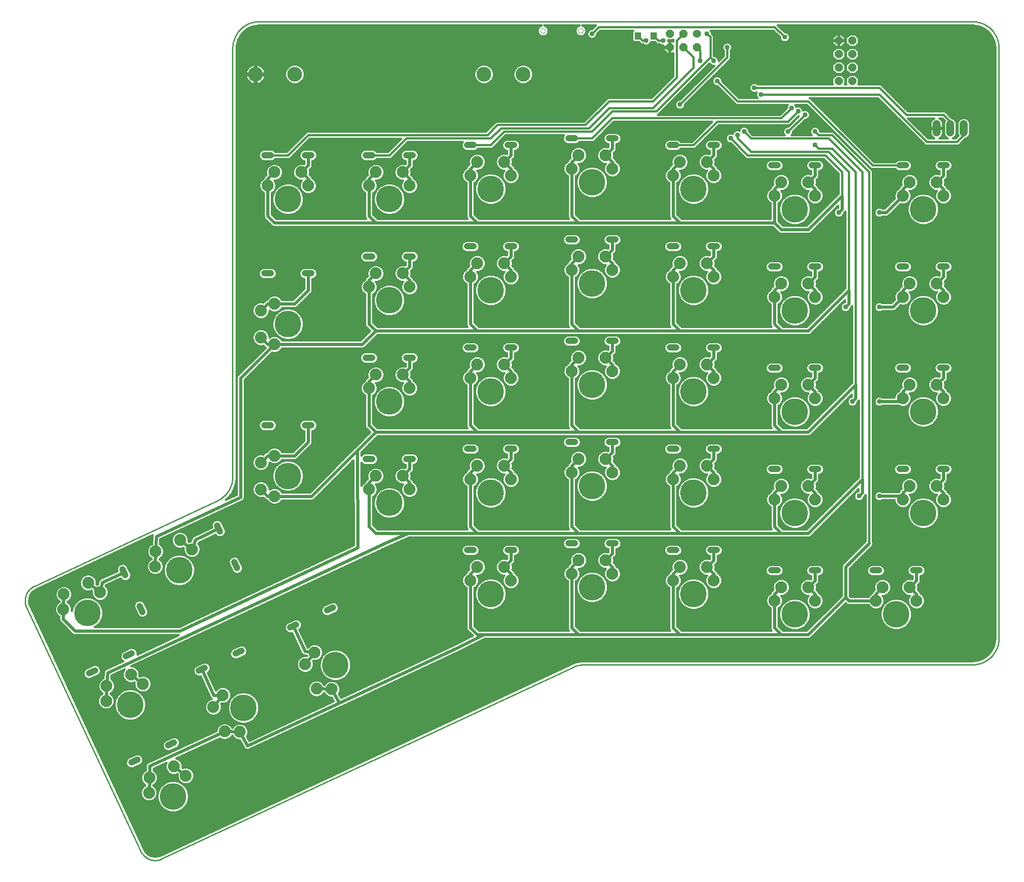
<source format=gbl>
G75*
G70*
%OFA0B0*%
%FSLAX24Y24*%
%IPPOS*%
%LPD*%
%AMOC8*
5,1,8,0,0,1.08239X$1,22.5*
%
%ADD10C,0.0100*%
%ADD11C,0.0885*%
%ADD12C,0.1970*%
%ADD13C,0.0480*%
%ADD14C,0.1095*%
%ADD15OC8,0.0600*%
%ADD16C,0.0000*%
%ADD17C,0.0600*%
%ADD18R,0.0472X0.0551*%
%ADD19C,0.0600*%
%ADD20C,0.0240*%
%ADD21C,0.0376*%
%ADD22C,0.0160*%
D10*
X011301Y002388D02*
X002853Y020446D01*
X002827Y020506D01*
X002804Y020569D01*
X002785Y020632D01*
X002769Y020696D01*
X002757Y020761D01*
X002748Y020827D01*
X002743Y020893D01*
X002742Y020959D01*
X002745Y021026D01*
X002751Y021092D01*
X002761Y021157D01*
X002775Y021222D01*
X002792Y021286D01*
X002813Y021349D01*
X002837Y021410D01*
X002865Y021470D01*
X002896Y021529D01*
X002930Y021586D01*
X002968Y021640D01*
X003008Y021693D01*
X003051Y021743D01*
X003098Y021791D01*
X003146Y021836D01*
X003197Y021878D01*
X003251Y021917D01*
X003306Y021953D01*
X003364Y021986D01*
X003423Y022016D01*
X003422Y022016D02*
X016965Y028348D01*
X016966Y028347D02*
X017049Y028389D01*
X017130Y028434D01*
X017209Y028483D01*
X017286Y028536D01*
X017360Y028592D01*
X017431Y028652D01*
X017500Y028715D01*
X017565Y028781D01*
X017627Y028850D01*
X017686Y028922D01*
X017741Y028997D01*
X017793Y029074D01*
X017841Y029153D01*
X017885Y029235D01*
X017926Y029319D01*
X017962Y029405D01*
X017994Y029492D01*
X018022Y029580D01*
X018046Y029670D01*
X018066Y029761D01*
X018081Y029853D01*
X018092Y029945D01*
X018099Y030038D01*
X018101Y030131D01*
X018100Y030131D02*
X018100Y061870D01*
X018102Y061964D01*
X018109Y062057D01*
X018120Y062150D01*
X018136Y062243D01*
X018156Y062334D01*
X018180Y062425D01*
X018208Y062514D01*
X018241Y062602D01*
X018278Y062688D01*
X018319Y062772D01*
X018364Y062855D01*
X018413Y062935D01*
X018465Y063012D01*
X018521Y063087D01*
X018581Y063159D01*
X018644Y063229D01*
X018710Y063295D01*
X018780Y063358D01*
X018852Y063418D01*
X018927Y063474D01*
X019004Y063526D01*
X019084Y063575D01*
X019167Y063620D01*
X019251Y063661D01*
X019337Y063698D01*
X019425Y063731D01*
X019514Y063759D01*
X019605Y063783D01*
X019696Y063803D01*
X019789Y063819D01*
X019882Y063830D01*
X019975Y063837D01*
X020069Y063839D01*
X072825Y063839D01*
X072919Y063837D01*
X073012Y063830D01*
X073105Y063819D01*
X073198Y063803D01*
X073289Y063783D01*
X073380Y063759D01*
X073469Y063731D01*
X073557Y063698D01*
X073643Y063661D01*
X073727Y063620D01*
X073809Y063575D01*
X073890Y063526D01*
X073967Y063474D01*
X074042Y063418D01*
X074114Y063358D01*
X074184Y063295D01*
X074250Y063229D01*
X074313Y063159D01*
X074373Y063087D01*
X074429Y063012D01*
X074481Y062935D01*
X074530Y062854D01*
X074575Y062772D01*
X074616Y062688D01*
X074653Y062602D01*
X074686Y062514D01*
X074714Y062425D01*
X074738Y062334D01*
X074758Y062243D01*
X074774Y062150D01*
X074785Y062057D01*
X074792Y061964D01*
X074794Y061870D01*
X074793Y061870D02*
X074793Y018169D01*
X074794Y018169D02*
X074792Y018075D01*
X074785Y017982D01*
X074774Y017889D01*
X074758Y017796D01*
X074738Y017705D01*
X074714Y017614D01*
X074686Y017525D01*
X074653Y017437D01*
X074616Y017351D01*
X074575Y017267D01*
X074530Y017185D01*
X074481Y017104D01*
X074429Y017027D01*
X074373Y016952D01*
X074313Y016880D01*
X074250Y016810D01*
X074184Y016744D01*
X074114Y016681D01*
X074042Y016621D01*
X073967Y016565D01*
X073890Y016513D01*
X073810Y016464D01*
X073727Y016419D01*
X073643Y016378D01*
X073557Y016341D01*
X073469Y016308D01*
X073380Y016280D01*
X073289Y016256D01*
X073198Y016236D01*
X073105Y016220D01*
X073012Y016209D01*
X072919Y016202D01*
X072825Y016200D01*
X072825Y016201D02*
X044127Y016201D01*
X043295Y016016D02*
X012870Y001818D01*
X012807Y001791D01*
X012743Y001767D01*
X012677Y001747D01*
X012610Y001731D01*
X012543Y001720D01*
X012475Y001712D01*
X012406Y001708D01*
X012337Y001707D01*
X012269Y001711D01*
X012201Y001719D01*
X012133Y001731D01*
X012066Y001747D01*
X012000Y001767D01*
X011936Y001790D01*
X011873Y001817D01*
X011811Y001848D01*
X011752Y001882D01*
X011695Y001920D01*
X011639Y001961D01*
X011587Y002005D01*
X011537Y002052D01*
X011490Y002102D01*
X011445Y002154D01*
X011404Y002209D01*
X011367Y002267D01*
X011332Y002326D01*
X011301Y002387D01*
X043294Y016016D02*
X043382Y016055D01*
X043471Y016089D01*
X043562Y016118D01*
X043654Y016143D01*
X043747Y016164D01*
X043841Y016180D01*
X043936Y016192D01*
X044031Y016199D01*
X044127Y016201D01*
D11*
X038691Y022437D03*
X038191Y023437D03*
X036191Y023437D03*
X035691Y022437D03*
X043191Y022937D03*
X043691Y023937D03*
X045691Y023937D03*
X046191Y022937D03*
X050691Y022437D03*
X051191Y023437D03*
X053191Y023437D03*
X053691Y022437D03*
X058191Y020937D03*
X058691Y021937D03*
X060691Y021937D03*
X061191Y020937D03*
X065691Y020937D03*
X066191Y021937D03*
X068191Y021937D03*
X068691Y020937D03*
X067691Y028437D03*
X068191Y029437D03*
X070191Y029437D03*
X070691Y028437D03*
X070691Y035937D03*
X070191Y036937D03*
X068191Y036937D03*
X067691Y035937D03*
X061191Y035937D03*
X060691Y036937D03*
X058691Y036937D03*
X058191Y035937D03*
X053691Y037437D03*
X053191Y038437D03*
X051191Y038437D03*
X050691Y037437D03*
X046191Y037937D03*
X045691Y038937D03*
X043691Y038937D03*
X043191Y037937D03*
X038691Y037437D03*
X038191Y038437D03*
X036191Y038437D03*
X035691Y037437D03*
X031191Y036687D03*
X030691Y037687D03*
X028691Y037687D03*
X028191Y036687D03*
X021191Y039933D03*
X020191Y040433D03*
X020191Y042433D03*
X021191Y042933D03*
X028191Y044187D03*
X028691Y045187D03*
X030691Y045187D03*
X031191Y044187D03*
X035691Y044937D03*
X036191Y045937D03*
X038191Y045937D03*
X038691Y044937D03*
X043191Y045437D03*
X043691Y046437D03*
X045691Y046437D03*
X046191Y045437D03*
X050691Y044937D03*
X051191Y045937D03*
X053191Y045937D03*
X053691Y044937D03*
X058191Y043437D03*
X058691Y044437D03*
X060691Y044437D03*
X061191Y043437D03*
X067691Y043437D03*
X068191Y044437D03*
X070191Y044437D03*
X070691Y043437D03*
X070691Y050937D03*
X070191Y051937D03*
X068191Y051937D03*
X067691Y050937D03*
X061191Y050937D03*
X060691Y051937D03*
X058691Y051937D03*
X058191Y050937D03*
X053691Y052437D03*
X053191Y053437D03*
X051191Y053437D03*
X050691Y052437D03*
X046191Y052937D03*
X045691Y053937D03*
X043691Y053937D03*
X043191Y052937D03*
X038691Y052437D03*
X038191Y053437D03*
X036191Y053437D03*
X035691Y052437D03*
X031191Y051687D03*
X030691Y052687D03*
X028691Y052687D03*
X028191Y051687D03*
X023691Y051687D03*
X023191Y052687D03*
X021191Y052687D03*
X020691Y051687D03*
X021191Y031683D03*
X020191Y031183D03*
X020191Y029183D03*
X021191Y028683D03*
X015086Y024741D03*
X014210Y025436D03*
X012397Y024591D03*
X012367Y023474D03*
X008289Y021572D03*
X007413Y022267D03*
X005600Y021422D03*
X005570Y020305D03*
X010582Y015470D03*
X011458Y014775D03*
X008769Y014625D03*
X008739Y013508D03*
X013752Y008672D03*
X014628Y007977D03*
X011939Y007827D03*
X011909Y006710D03*
X017513Y011254D03*
X018630Y011223D03*
X016667Y013066D03*
X017362Y013942D03*
X023464Y016236D03*
X024159Y017112D03*
X024310Y014424D03*
X025427Y014393D03*
X028191Y029187D03*
X028691Y030187D03*
X030691Y030187D03*
X031191Y029187D03*
X035691Y029937D03*
X036191Y030937D03*
X038191Y030937D03*
X038691Y029937D03*
X043191Y030437D03*
X043691Y031437D03*
X045691Y031437D03*
X046191Y030437D03*
X050691Y029937D03*
X051191Y030937D03*
X053191Y030937D03*
X053691Y029937D03*
X058191Y028437D03*
X058691Y029437D03*
X060691Y029437D03*
X061191Y028437D03*
D12*
X059691Y027437D03*
X052191Y028937D03*
X059691Y034937D03*
X052191Y036437D03*
X059691Y042437D03*
X052191Y043937D03*
X059691Y049937D03*
X052191Y051437D03*
X044691Y051937D03*
X037191Y051437D03*
X029691Y050687D03*
X022191Y050687D03*
X029691Y043187D03*
X037191Y043937D03*
X044691Y044437D03*
X044691Y036937D03*
X037191Y036437D03*
X029691Y035687D03*
X022191Y030183D03*
X029691Y028187D03*
X037191Y028937D03*
X044691Y029437D03*
X044691Y021937D03*
X052191Y021437D03*
X059691Y019937D03*
X067191Y019937D03*
X069191Y027437D03*
X069191Y034937D03*
X069191Y042437D03*
X069191Y049937D03*
X037191Y021437D03*
X025700Y016175D03*
X018903Y013005D03*
X013691Y006437D03*
X010521Y013235D03*
X007352Y020032D03*
X014149Y023201D03*
X022191Y041433D03*
D13*
X023451Y045187D02*
X023931Y045187D01*
X020931Y045187D02*
X020451Y045187D01*
X027951Y046437D02*
X028431Y046437D01*
X030951Y046437D02*
X031431Y046437D01*
X035451Y047187D02*
X035931Y047187D01*
X038451Y047187D02*
X038931Y047187D01*
X042951Y047687D02*
X043431Y047687D01*
X045951Y047687D02*
X046431Y047687D01*
X050451Y047187D02*
X050931Y047187D01*
X053451Y047187D02*
X053931Y047187D01*
X057951Y045687D02*
X058431Y045687D01*
X060951Y045687D02*
X061431Y045687D01*
X067451Y045687D02*
X067931Y045687D01*
X070451Y045687D02*
X070931Y045687D01*
X070931Y053187D02*
X070451Y053187D01*
X067931Y053187D02*
X067451Y053187D01*
X061431Y053187D02*
X060951Y053187D01*
X058431Y053187D02*
X057951Y053187D01*
X053931Y054687D02*
X053451Y054687D01*
X050931Y054687D02*
X050451Y054687D01*
X046431Y055187D02*
X045951Y055187D01*
X043431Y055187D02*
X042951Y055187D01*
X038931Y054687D02*
X038451Y054687D01*
X035931Y054687D02*
X035451Y054687D01*
X031431Y053937D02*
X030951Y053937D01*
X028431Y053937D02*
X027951Y053937D01*
X023931Y053937D02*
X023451Y053937D01*
X020931Y053937D02*
X020451Y053937D01*
X035451Y039687D02*
X035931Y039687D01*
X038451Y039687D02*
X038931Y039687D01*
X042951Y040187D02*
X043431Y040187D01*
X045951Y040187D02*
X046431Y040187D01*
X050451Y039687D02*
X050931Y039687D01*
X053451Y039687D02*
X053931Y039687D01*
X057951Y038187D02*
X058431Y038187D01*
X060951Y038187D02*
X061431Y038187D01*
X067451Y038187D02*
X067931Y038187D01*
X070451Y038187D02*
X070931Y038187D01*
X070931Y030687D02*
X070451Y030687D01*
X067931Y030687D02*
X067451Y030687D01*
X061431Y030687D02*
X060951Y030687D01*
X058431Y030687D02*
X057951Y030687D01*
X053931Y032187D02*
X053451Y032187D01*
X050931Y032187D02*
X050451Y032187D01*
X046431Y032687D02*
X045951Y032687D01*
X043431Y032687D02*
X042951Y032687D01*
X038931Y032187D02*
X038451Y032187D01*
X035931Y032187D02*
X035451Y032187D01*
X031431Y031437D02*
X030951Y031437D01*
X028431Y031437D02*
X027951Y031437D01*
X023931Y033937D02*
X023451Y033937D01*
X020931Y033937D02*
X020451Y033937D01*
X027951Y038937D02*
X028431Y038937D01*
X030951Y038937D02*
X031431Y038937D01*
X016955Y026514D02*
X017158Y026079D01*
X018223Y023795D02*
X018426Y023360D01*
X022364Y018952D02*
X022799Y019155D01*
X025083Y020220D02*
X025518Y020422D01*
X018752Y017223D02*
X018317Y017020D01*
X016033Y015955D02*
X015598Y015752D01*
X010634Y017039D02*
X010199Y016836D01*
X007916Y015771D02*
X007481Y015569D01*
X011426Y020110D02*
X011223Y020545D01*
X010158Y022829D02*
X009955Y023264D01*
X013768Y010422D02*
X013333Y010220D01*
X011049Y009155D02*
X010614Y008952D01*
X035451Y024687D02*
X035931Y024687D01*
X038451Y024687D02*
X038931Y024687D01*
X042951Y025187D02*
X043431Y025187D01*
X045951Y025187D02*
X046431Y025187D01*
X050451Y024687D02*
X050931Y024687D01*
X053451Y024687D02*
X053931Y024687D01*
X057951Y023187D02*
X058431Y023187D01*
X060951Y023187D02*
X061431Y023187D01*
X065451Y023187D02*
X065931Y023187D01*
X068451Y023187D02*
X068931Y023187D01*
D14*
X039591Y059937D03*
X036691Y059937D03*
X022691Y059937D03*
X019791Y059937D03*
D15*
X050441Y061937D03*
X051441Y061937D03*
X052441Y061937D03*
X051441Y062937D03*
X050441Y062937D03*
X062941Y062437D03*
X063941Y062437D03*
X063941Y061437D03*
X063941Y060437D03*
X062941Y060437D03*
X062941Y061437D03*
X062941Y059437D03*
X063941Y059437D03*
D16*
X043679Y063160D02*
X043681Y063186D01*
X043687Y063212D01*
X043697Y063237D01*
X043710Y063260D01*
X043726Y063280D01*
X043746Y063298D01*
X043768Y063313D01*
X043791Y063325D01*
X043817Y063333D01*
X043843Y063337D01*
X043869Y063337D01*
X043895Y063333D01*
X043921Y063325D01*
X043945Y063313D01*
X043966Y063298D01*
X043986Y063280D01*
X044002Y063260D01*
X044015Y063237D01*
X044025Y063212D01*
X044031Y063186D01*
X044033Y063160D01*
X044031Y063134D01*
X044025Y063108D01*
X044015Y063083D01*
X044002Y063060D01*
X043986Y063040D01*
X043966Y063022D01*
X043944Y063007D01*
X043921Y062995D01*
X043895Y062987D01*
X043869Y062983D01*
X043843Y062983D01*
X043817Y062987D01*
X043791Y062995D01*
X043767Y063007D01*
X043746Y063022D01*
X043726Y063040D01*
X043710Y063060D01*
X043697Y063083D01*
X043687Y063108D01*
X043681Y063134D01*
X043679Y063160D01*
X040884Y063160D02*
X040886Y063186D01*
X040892Y063212D01*
X040902Y063237D01*
X040915Y063260D01*
X040931Y063280D01*
X040951Y063298D01*
X040973Y063313D01*
X040996Y063325D01*
X041022Y063333D01*
X041048Y063337D01*
X041074Y063337D01*
X041100Y063333D01*
X041126Y063325D01*
X041150Y063313D01*
X041171Y063298D01*
X041191Y063280D01*
X041207Y063260D01*
X041220Y063237D01*
X041230Y063212D01*
X041236Y063186D01*
X041238Y063160D01*
X041236Y063134D01*
X041230Y063108D01*
X041220Y063083D01*
X041207Y063060D01*
X041191Y063040D01*
X041171Y063022D01*
X041149Y063007D01*
X041126Y062995D01*
X041100Y062987D01*
X041074Y062983D01*
X041048Y062983D01*
X041022Y062987D01*
X040996Y062995D01*
X040972Y063007D01*
X040951Y063022D01*
X040931Y063040D01*
X040915Y063060D01*
X040902Y063083D01*
X040892Y063108D01*
X040886Y063134D01*
X040884Y063160D01*
D17*
X052441Y062937D03*
D18*
X049264Y062776D03*
X048082Y062776D03*
D19*
X070191Y056237D02*
X070191Y055637D01*
X071191Y055637D02*
X071191Y056237D01*
X072191Y056237D02*
X072191Y055637D01*
D20*
X070691Y053187D02*
X070691Y052437D01*
X070191Y051937D01*
X070691Y051437D01*
X070691Y050937D01*
X068191Y051937D02*
X067691Y051437D01*
X067691Y050937D01*
X066441Y049687D01*
X065941Y049687D01*
X063191Y049937D02*
X062941Y049687D01*
X063191Y049937D02*
X063191Y050937D01*
X060691Y048437D01*
X058691Y048437D01*
X058191Y048937D01*
X051191Y048937D01*
X043691Y048937D01*
X036191Y048937D01*
X028691Y048937D01*
X021191Y048937D01*
X020691Y049437D01*
X020691Y051687D01*
X020691Y052187D01*
X021191Y052687D01*
X023191Y052687D02*
X023691Y052187D01*
X023691Y051687D01*
X023191Y052687D02*
X023691Y053187D01*
X023691Y053937D01*
X028191Y052187D02*
X028691Y052687D01*
X028191Y052187D02*
X028191Y051687D01*
X028191Y049437D01*
X028691Y048937D01*
X031191Y046437D02*
X031191Y045687D01*
X030691Y045187D01*
X031191Y044687D01*
X031191Y044187D01*
X028691Y045187D02*
X028191Y044687D01*
X028191Y044187D01*
X028191Y041437D01*
X028691Y040937D01*
X027687Y039933D01*
X021191Y039933D01*
X018691Y037433D01*
X018691Y028603D01*
X012441Y025687D01*
X012397Y024591D01*
X012367Y023474D01*
X010057Y023047D02*
X008454Y022303D01*
X008289Y021572D01*
X007413Y022267D01*
X005600Y021422D02*
X005570Y020305D01*
X005570Y019558D01*
X006441Y018687D01*
X014191Y018687D01*
X027352Y024862D01*
X027316Y032062D01*
X023937Y028683D01*
X021191Y028683D01*
X020691Y028683D01*
X020191Y029183D01*
X020191Y031183D02*
X020691Y031683D01*
X021191Y031683D01*
X022687Y031683D01*
X023691Y032687D01*
X023691Y033937D01*
X027316Y032062D02*
X028691Y033437D01*
X036191Y033437D01*
X043691Y033437D01*
X051191Y033437D01*
X058691Y033437D01*
X058191Y033937D01*
X058191Y035937D01*
X058191Y036437D01*
X058691Y036937D01*
X060691Y036937D02*
X061191Y037437D01*
X061191Y038187D01*
X060691Y036937D02*
X061191Y036437D01*
X061191Y035937D01*
X060691Y033437D02*
X058691Y033437D01*
X060691Y033437D02*
X064191Y036937D01*
X064191Y035937D01*
X063941Y035687D01*
X065941Y035687D02*
X067441Y035687D01*
X067691Y035937D01*
X067691Y036437D01*
X068191Y036937D01*
X070191Y036937D02*
X070691Y037437D01*
X070691Y038187D01*
X070191Y036937D02*
X070691Y036437D01*
X070691Y035937D01*
X070691Y030687D02*
X070691Y029937D01*
X070191Y029437D01*
X070691Y028937D01*
X070691Y028437D01*
X068191Y029437D02*
X067691Y028937D01*
X067691Y028437D01*
X067441Y028687D01*
X065941Y028687D01*
X064691Y028937D02*
X064691Y029937D01*
X060691Y025937D01*
X058691Y025937D01*
X051191Y025937D01*
X043691Y025937D01*
X036191Y025937D01*
X031092Y025937D01*
X029517Y025256D01*
X008848Y015610D01*
X008769Y014625D01*
X008739Y013508D01*
X010582Y015470D02*
X011458Y014775D01*
X015815Y015854D02*
X016691Y013937D01*
X017362Y013942D01*
X016667Y013066D01*
X017513Y011254D02*
X018630Y011223D01*
X019191Y010187D01*
X025976Y013361D01*
X025427Y014393D01*
X024310Y014424D01*
X025976Y013361D02*
X034691Y017437D01*
X036691Y018437D01*
X036191Y018437D01*
X035691Y018937D01*
X035691Y022437D01*
X035691Y022937D01*
X036191Y023437D01*
X038191Y023437D02*
X038691Y022937D01*
X038691Y022437D01*
X038191Y023437D02*
X038691Y023937D01*
X038691Y024687D01*
X036191Y025937D02*
X035691Y026437D01*
X035691Y029937D01*
X035691Y030437D01*
X036191Y030937D01*
X038191Y030937D02*
X038691Y031437D01*
X038691Y032187D01*
X038191Y030937D02*
X038691Y030437D01*
X038691Y029937D01*
X036191Y033437D02*
X035691Y033937D01*
X035691Y037437D01*
X035691Y037937D01*
X036191Y038437D01*
X038191Y038437D02*
X038691Y038937D01*
X038691Y039687D01*
X038191Y038437D02*
X038691Y037937D01*
X038691Y037437D01*
X036191Y040937D02*
X028691Y040937D01*
X031191Y038937D02*
X031191Y038187D01*
X030691Y037687D01*
X031191Y037187D01*
X031191Y036687D01*
X028691Y037687D02*
X028191Y037187D01*
X028191Y036687D01*
X028191Y033937D01*
X028691Y033437D01*
X031191Y031437D02*
X031191Y030687D01*
X030691Y030187D01*
X031191Y029687D01*
X031191Y029187D01*
X028691Y030187D02*
X028191Y029687D01*
X028191Y029187D01*
X028191Y026437D01*
X028691Y025937D01*
X031092Y025937D01*
X022581Y019053D02*
X023441Y017187D01*
X024159Y017112D01*
X023464Y016236D01*
X017513Y011254D02*
X011941Y008687D01*
X011939Y007827D01*
X011909Y006710D01*
X013752Y008672D02*
X014628Y007977D01*
X015086Y024741D02*
X015344Y025453D01*
X017057Y026297D01*
X015086Y024741D02*
X014210Y025436D01*
X020691Y039933D02*
X021191Y039933D01*
X020691Y039933D02*
X020191Y040433D01*
X020191Y042433D02*
X020691Y042933D01*
X021191Y042933D01*
X022687Y042933D01*
X023691Y043937D01*
X023691Y045187D01*
X031191Y051687D02*
X031191Y052187D01*
X030691Y052687D01*
X031191Y053187D01*
X031191Y053937D01*
X035691Y052937D02*
X035691Y052437D01*
X035691Y049437D01*
X036191Y048937D01*
X038691Y047187D02*
X038691Y046437D01*
X038191Y045937D01*
X038691Y045437D01*
X038691Y044937D01*
X036191Y045937D02*
X035691Y045437D01*
X035691Y044937D01*
X035691Y041437D01*
X036191Y040937D01*
X043691Y040937D01*
X051191Y040937D01*
X050691Y041437D01*
X050691Y044937D01*
X050691Y045437D01*
X051191Y045937D01*
X053191Y045937D02*
X053691Y046437D01*
X053691Y047187D01*
X053191Y045937D02*
X053691Y045437D01*
X053691Y044937D01*
X058191Y043937D02*
X058191Y043437D01*
X058191Y041437D01*
X058691Y040937D01*
X060691Y040937D01*
X063691Y043937D01*
X063691Y042937D01*
X063441Y042687D01*
X061191Y043437D02*
X061191Y043937D01*
X060691Y044437D01*
X061191Y044937D01*
X061191Y045687D01*
X058691Y044437D02*
X058191Y043937D01*
X058691Y040937D02*
X051191Y040937D01*
X051191Y038437D02*
X050691Y037937D01*
X050691Y037437D01*
X050691Y033937D01*
X051191Y033437D01*
X051191Y030937D02*
X050691Y030437D01*
X050691Y029937D01*
X050691Y026437D01*
X051191Y025937D01*
X051191Y023437D02*
X050691Y022937D01*
X050691Y022437D01*
X050691Y018937D01*
X051191Y018437D01*
X043691Y018437D01*
X036691Y018437D01*
X043191Y018937D02*
X043691Y018437D01*
X043191Y018937D02*
X043191Y022937D01*
X043191Y023437D01*
X043691Y023937D01*
X045691Y023937D02*
X046191Y023437D01*
X046191Y022937D01*
X045691Y023937D02*
X046191Y024437D01*
X046191Y025187D01*
X043691Y025937D02*
X043191Y026437D01*
X043191Y030437D01*
X043191Y030937D01*
X043691Y031437D01*
X045691Y031437D02*
X046191Y031937D01*
X046191Y032687D01*
X045691Y031437D02*
X046191Y030937D01*
X046191Y030437D01*
X043691Y033437D02*
X043191Y033937D01*
X043191Y037937D01*
X043191Y038437D01*
X043691Y038937D01*
X045691Y038937D02*
X046191Y039437D01*
X046191Y040187D01*
X045691Y038937D02*
X046191Y038437D01*
X046191Y037937D01*
X043691Y040937D02*
X043191Y041437D01*
X043191Y045437D01*
X043191Y045937D01*
X043691Y046437D01*
X045691Y046437D02*
X046191Y046937D01*
X046191Y047687D01*
X045691Y046437D02*
X046191Y045937D01*
X046191Y045437D01*
X043691Y048937D02*
X043191Y049437D01*
X043191Y052937D01*
X043191Y053437D01*
X043691Y053937D01*
X045691Y053937D02*
X046191Y054437D01*
X046191Y055187D01*
X045691Y053937D02*
X046191Y053437D01*
X046191Y052937D01*
X050691Y052937D02*
X050691Y052437D01*
X050691Y049437D01*
X051191Y048937D01*
X053691Y052437D02*
X053691Y052937D01*
X053191Y053437D01*
X053691Y053937D01*
X053691Y054687D01*
X051191Y053437D02*
X050691Y052937D01*
X058191Y051437D02*
X058691Y051937D01*
X058191Y051437D02*
X058191Y050937D01*
X058191Y048937D01*
X061191Y050937D02*
X061191Y051437D01*
X060691Y051937D01*
X061191Y052437D01*
X061191Y053187D01*
X068191Y044437D02*
X067691Y043937D01*
X067691Y043437D01*
X066941Y042687D01*
X065941Y042687D01*
X070191Y044437D02*
X070691Y043937D01*
X070691Y043437D01*
X070191Y044437D02*
X070691Y044937D01*
X070691Y045687D01*
X053691Y039687D02*
X053691Y038937D01*
X053191Y038437D01*
X053691Y037937D01*
X053691Y037437D01*
X053691Y032187D02*
X053691Y031437D01*
X053191Y030937D01*
X053691Y030437D01*
X053691Y029937D01*
X058191Y028937D02*
X058691Y029437D01*
X058191Y028937D02*
X058191Y028437D01*
X058191Y026437D01*
X058691Y025937D01*
X061191Y028437D02*
X061191Y028937D01*
X060691Y029437D01*
X061191Y029937D01*
X061191Y030687D01*
X064441Y028687D02*
X064691Y028937D01*
X065191Y025187D02*
X063441Y023437D01*
X063441Y021187D01*
X063691Y020937D01*
X065691Y020937D01*
X065691Y021437D01*
X066191Y021937D01*
X068191Y021937D02*
X068691Y022437D01*
X068691Y023187D01*
X068191Y021937D02*
X068691Y021437D01*
X068691Y020937D01*
X063441Y021187D02*
X060691Y018437D01*
X058691Y018437D01*
X051191Y018437D01*
X053691Y022437D02*
X053691Y022937D01*
X053191Y023437D01*
X053691Y023937D01*
X053691Y024687D01*
X058191Y021437D02*
X058691Y021937D01*
X058191Y021437D02*
X058191Y020937D01*
X058191Y018937D01*
X058691Y018437D01*
X061191Y020937D02*
X061191Y021437D01*
X060691Y021937D01*
X061191Y022437D01*
X061191Y023187D01*
X038691Y052437D02*
X038691Y052937D01*
X038191Y053437D01*
X038691Y053937D01*
X038691Y054687D01*
X036191Y053437D02*
X035691Y052937D01*
D21*
X044691Y062937D03*
X048691Y062437D03*
X049941Y062437D03*
X052691Y060937D03*
X053691Y060937D03*
X054691Y061937D03*
X055191Y062687D03*
X053191Y062937D03*
X053941Y059437D03*
X056691Y058937D03*
X057191Y058437D03*
X057941Y060687D03*
X058941Y062687D03*
X060941Y060187D03*
X059441Y057437D03*
X059941Y057187D03*
X060441Y056937D03*
X061191Y055687D03*
X061191Y054687D03*
X059191Y055687D03*
X055941Y055687D03*
X055441Y055437D03*
X054941Y055187D03*
X051191Y057687D03*
X062941Y049687D03*
X065941Y049687D03*
X065941Y042687D03*
X063441Y042687D03*
X063941Y035687D03*
X065941Y035687D03*
X065941Y028687D03*
X064441Y028687D03*
X048441Y029187D03*
X064691Y061937D03*
D22*
X011347Y007629D02*
X009158Y007629D01*
X009232Y007471D02*
X011415Y007471D01*
X011411Y007474D02*
X011586Y007299D01*
X011624Y007284D01*
X011624Y007265D01*
X011556Y007237D01*
X011381Y007062D01*
X011286Y006833D01*
X011286Y006586D01*
X011381Y006357D01*
X011556Y006182D01*
X011785Y006087D01*
X012032Y006087D01*
X012261Y006182D01*
X012436Y006357D01*
X012526Y006573D01*
X012526Y006284D01*
X012605Y005987D01*
X012758Y005722D01*
X012975Y005505D01*
X013241Y005352D01*
X013537Y005272D01*
X013844Y005272D01*
X014140Y005352D01*
X014406Y005505D01*
X014623Y005722D01*
X014776Y005987D01*
X014856Y006284D01*
X014856Y006591D01*
X014776Y006887D01*
X014623Y007152D01*
X014406Y007369D01*
X014140Y007523D01*
X013844Y007602D01*
X013537Y007602D01*
X013241Y007523D01*
X012975Y007369D01*
X012758Y007152D01*
X012605Y006887D01*
X012531Y006611D01*
X012531Y006833D01*
X012436Y007062D01*
X012261Y007237D01*
X012224Y007253D01*
X012224Y007271D01*
X012292Y007299D01*
X012467Y007474D01*
X012562Y007703D01*
X012562Y007951D01*
X012467Y008180D01*
X012292Y008355D01*
X012240Y008376D01*
X012240Y008495D01*
X013185Y008930D01*
X013129Y008796D01*
X013129Y008549D01*
X013224Y008320D01*
X013399Y008145D01*
X013628Y008050D01*
X013876Y008050D01*
X013993Y008098D01*
X014005Y008088D01*
X014005Y007854D01*
X014100Y007625D01*
X014275Y007450D01*
X014504Y007355D01*
X014751Y007355D01*
X014980Y007450D01*
X015155Y007625D01*
X015250Y007854D01*
X015250Y008101D01*
X015155Y008330D01*
X014980Y008505D01*
X014751Y008600D01*
X014504Y008600D01*
X014387Y008551D01*
X014374Y008561D01*
X014374Y008796D01*
X014279Y009025D01*
X014104Y009200D01*
X013929Y009273D01*
X017136Y010750D01*
X017160Y010726D01*
X017389Y010631D01*
X017637Y010631D01*
X017865Y010726D01*
X018040Y010901D01*
X018056Y010939D01*
X018075Y010938D01*
X018103Y010870D01*
X018278Y010695D01*
X018506Y010601D01*
X018626Y010601D01*
X018923Y010052D01*
X018944Y010006D01*
X018951Y010000D01*
X018955Y009992D01*
X018995Y009960D01*
X019032Y009925D01*
X019041Y009922D01*
X019048Y009917D01*
X019097Y009902D01*
X019144Y009885D01*
X019153Y009885D01*
X019162Y009883D01*
X019213Y009888D01*
X019264Y009890D01*
X019272Y009894D01*
X019281Y009895D01*
X019326Y009919D01*
X026057Y013067D01*
X026064Y013068D01*
X026110Y013093D01*
X026157Y013115D01*
X034767Y017142D01*
X034771Y017142D01*
X034821Y017167D01*
X034872Y017191D01*
X034875Y017194D01*
X036762Y018137D01*
X043750Y018137D01*
X051250Y018137D01*
X058750Y018137D01*
X060750Y018137D01*
X060861Y018183D01*
X060945Y018267D01*
X063441Y020763D01*
X063521Y020683D01*
X063631Y020637D01*
X063750Y020637D01*
X065141Y020637D01*
X065163Y020585D01*
X065338Y020409D01*
X065567Y020315D01*
X065815Y020315D01*
X066043Y020409D01*
X066218Y020585D01*
X066313Y020813D01*
X066313Y021061D01*
X066218Y021290D01*
X066194Y021315D01*
X066315Y021315D01*
X066543Y021409D01*
X066718Y021585D01*
X066813Y021813D01*
X066813Y022061D01*
X066718Y022290D01*
X066543Y022465D01*
X066315Y022560D01*
X066067Y022560D01*
X065838Y022465D01*
X065663Y022290D01*
X065568Y022061D01*
X065568Y021813D01*
X065590Y021761D01*
X065436Y021607D01*
X065391Y021497D01*
X065391Y021487D01*
X065338Y021465D01*
X065163Y021290D01*
X065141Y021237D01*
X063815Y021237D01*
X063741Y021311D01*
X063741Y023313D01*
X065445Y025017D01*
X065491Y025127D01*
X065491Y025247D01*
X065451Y025343D01*
X065451Y052635D01*
X065451Y052739D01*
X065411Y052834D01*
X062661Y055584D01*
X062588Y055658D01*
X062492Y055697D01*
X061559Y055697D01*
X061559Y055760D01*
X061503Y055896D01*
X061399Y055999D01*
X061264Y056055D01*
X061117Y056055D01*
X060982Y055999D01*
X060879Y055896D01*
X060823Y055760D01*
X060823Y055614D01*
X060879Y055479D01*
X060910Y055447D01*
X059471Y055447D01*
X059503Y055479D01*
X059559Y055614D01*
X059559Y055688D01*
X060440Y056569D01*
X060514Y056569D01*
X060649Y056625D01*
X060753Y056729D01*
X060809Y056864D01*
X060809Y057010D01*
X060753Y057146D01*
X060649Y057249D01*
X060514Y057305D01*
X060367Y057305D01*
X060301Y057278D01*
X060253Y057396D01*
X060149Y057499D01*
X060014Y057555D01*
X059867Y057555D01*
X059801Y057528D01*
X059753Y057646D01*
X059721Y057677D01*
X060583Y057677D01*
X065220Y053040D01*
X065293Y052967D01*
X065389Y052927D01*
X067117Y052927D01*
X067213Y052831D01*
X067367Y052767D01*
X068014Y052767D01*
X068169Y052831D01*
X068287Y052949D01*
X068351Y053104D01*
X068351Y053271D01*
X068287Y053425D01*
X068169Y053543D01*
X068014Y053607D01*
X067367Y053607D01*
X067213Y053543D01*
X067117Y053447D01*
X065548Y053447D01*
X060838Y058158D01*
X060791Y058177D01*
X065833Y058177D01*
X069220Y054790D01*
X069293Y054717D01*
X064279Y054717D01*
X064120Y054875D02*
X069135Y054875D01*
X069293Y054717D02*
X069389Y054677D01*
X071639Y054677D01*
X071742Y054677D01*
X071838Y054717D01*
X074513Y054717D01*
X074513Y054875D02*
X071996Y054875D01*
X071838Y054717D02*
X072278Y055157D01*
X072286Y055157D01*
X072463Y055230D01*
X072598Y055365D01*
X072671Y055542D01*
X072671Y056333D01*
X072598Y056509D01*
X072463Y056644D01*
X072286Y056717D01*
X072095Y056717D01*
X071919Y056644D01*
X071784Y056509D01*
X071711Y056333D01*
X071711Y055542D01*
X071774Y055388D01*
X071583Y055197D01*
X071383Y055197D01*
X071463Y055230D01*
X071598Y055365D01*
X071671Y055542D01*
X071671Y056333D01*
X071598Y056509D01*
X071463Y056644D01*
X071286Y056717D01*
X071278Y056717D01*
X070838Y057158D01*
X070742Y057197D01*
X070639Y057197D01*
X068048Y057197D01*
X066088Y059158D01*
X065992Y059197D01*
X065889Y059197D01*
X064379Y059197D01*
X064421Y059238D01*
X064421Y059636D01*
X064139Y059917D01*
X063742Y059917D01*
X063461Y059636D01*
X063461Y059238D01*
X063502Y059197D01*
X063379Y059197D01*
X063421Y059238D01*
X063421Y059636D01*
X063139Y059917D01*
X062742Y059917D01*
X062461Y059636D01*
X062461Y059238D01*
X062502Y059197D01*
X056951Y059197D01*
X056899Y059249D01*
X056764Y059305D01*
X056617Y059305D01*
X056482Y059249D01*
X056379Y059146D01*
X056323Y059010D01*
X056323Y058864D01*
X056379Y058729D01*
X056482Y058625D01*
X056617Y058569D01*
X056764Y058569D01*
X056864Y058611D01*
X056823Y058510D01*
X056823Y058364D01*
X056879Y058229D01*
X056910Y058197D01*
X055548Y058197D01*
X054309Y059437D01*
X054309Y059510D01*
X054253Y059646D01*
X054149Y059749D01*
X054014Y059805D01*
X053867Y059805D01*
X053732Y059749D01*
X053629Y059646D01*
X053573Y059510D01*
X053573Y059364D01*
X053629Y059229D01*
X053732Y059125D01*
X053867Y059069D01*
X053941Y059069D01*
X055220Y057790D01*
X055293Y057717D01*
X055389Y057677D01*
X059160Y057677D01*
X059129Y057646D01*
X059073Y057510D01*
X059073Y057437D01*
X058583Y056947D01*
X049541Y056947D01*
X049588Y056967D01*
X053370Y060749D01*
X053379Y060729D01*
X053482Y060625D01*
X053617Y060569D01*
X053705Y060569D01*
X051191Y058055D01*
X051117Y058055D01*
X050982Y057999D01*
X050879Y057896D01*
X050823Y057760D01*
X050823Y057614D01*
X050879Y057479D01*
X050982Y057375D01*
X051117Y057319D01*
X051264Y057319D01*
X051399Y057375D01*
X051503Y057479D01*
X051559Y057614D01*
X051559Y057688D01*
X054911Y061040D01*
X054951Y061135D01*
X054951Y061239D01*
X054951Y061677D01*
X055003Y061729D01*
X055059Y061864D01*
X055059Y062010D01*
X062689Y062010D01*
X062742Y061957D02*
X062461Y062238D01*
X062461Y062417D01*
X062920Y062417D01*
X062920Y062457D01*
X062461Y062457D01*
X062461Y062636D01*
X062742Y062917D01*
X062921Y062917D01*
X062921Y062457D01*
X062961Y062457D01*
X063421Y062457D01*
X063421Y062636D01*
X063139Y062917D01*
X062961Y062917D01*
X062961Y062457D01*
X062961Y062417D01*
X063421Y062417D01*
X063421Y062238D01*
X063139Y061957D01*
X062961Y061957D01*
X062961Y062417D01*
X062921Y062417D01*
X062921Y061957D01*
X062742Y061957D01*
X062742Y061917D02*
X062461Y061636D01*
X062461Y061238D01*
X062742Y060957D01*
X063139Y060957D01*
X063421Y061238D01*
X063421Y061636D01*
X063139Y061917D01*
X062742Y061917D01*
X062676Y061851D02*
X055054Y061851D01*
X055059Y062010D02*
X055003Y062146D01*
X054899Y062249D01*
X054764Y062305D01*
X054617Y062305D01*
X054482Y062249D01*
X054379Y062146D01*
X054323Y062010D01*
X053701Y062010D01*
X053701Y062168D02*
X054401Y062168D01*
X054323Y062010D02*
X054323Y061864D01*
X054379Y061729D01*
X054431Y061677D01*
X054431Y061295D01*
X054059Y060923D01*
X054059Y061010D01*
X054003Y061146D01*
X053899Y061249D01*
X053764Y061305D01*
X053701Y061305D01*
X053701Y062739D01*
X053661Y062834D01*
X053588Y062908D01*
X053559Y062937D01*
X053559Y063010D01*
X053503Y063146D01*
X053471Y063177D01*
X058083Y063177D01*
X058573Y062688D01*
X058573Y062614D01*
X058629Y062479D01*
X058732Y062375D01*
X058867Y062319D01*
X059014Y062319D01*
X059149Y062375D01*
X059253Y062479D01*
X059309Y062614D01*
X059309Y062760D01*
X059253Y062896D01*
X059149Y062999D01*
X059014Y063055D01*
X058940Y063055D01*
X058437Y063559D01*
X072769Y063559D01*
X072825Y063559D01*
X073014Y063548D01*
X073382Y063464D01*
X073723Y063300D01*
X074019Y063064D01*
X074254Y062769D01*
X074418Y062428D01*
X074502Y062059D01*
X074513Y061870D01*
X074513Y018225D01*
X074513Y018169D01*
X074502Y017980D01*
X074418Y017612D01*
X074254Y017271D01*
X074019Y016975D01*
X073723Y016740D01*
X073382Y016576D01*
X073014Y016492D01*
X072825Y016481D01*
X044183Y016481D01*
X044176Y016481D01*
X044072Y016481D01*
X043881Y016481D01*
X043400Y016374D01*
X043400Y016374D01*
X043177Y016270D01*
X043126Y016246D01*
X012752Y002072D01*
X012619Y002022D01*
X012340Y001988D01*
X012063Y002041D01*
X011817Y002178D01*
X011624Y002384D01*
X011555Y002506D01*
X011532Y002554D01*
X003106Y020565D01*
X003064Y020674D01*
X003022Y020906D01*
X003043Y021140D01*
X003123Y021361D01*
X003258Y021554D01*
X003438Y021706D01*
X003541Y021763D01*
X003591Y021786D01*
X003591Y021786D01*
X012158Y025791D01*
X012143Y025759D01*
X012143Y025746D01*
X012138Y025734D01*
X012140Y025687D01*
X012119Y025150D01*
X012044Y025119D01*
X011869Y024944D01*
X011775Y024715D01*
X011775Y024467D01*
X011869Y024239D01*
X012044Y024063D01*
X012082Y024048D01*
X012082Y024029D01*
X012014Y024001D01*
X011839Y023826D01*
X011744Y023597D01*
X011744Y023350D01*
X011839Y023121D01*
X012014Y022946D01*
X012243Y022851D01*
X012490Y022851D01*
X012719Y022946D01*
X012894Y023121D01*
X012984Y023337D01*
X012984Y023048D01*
X013063Y022751D01*
X013216Y022486D01*
X013433Y022269D01*
X013699Y022116D01*
X013995Y022036D01*
X014302Y022036D01*
X014598Y022116D01*
X014864Y022269D01*
X015081Y022486D01*
X015234Y022751D01*
X015314Y023048D01*
X015314Y023355D01*
X015234Y023651D01*
X015081Y023916D01*
X014864Y024133D01*
X014598Y024287D01*
X014302Y024366D01*
X013995Y024366D01*
X013699Y024287D01*
X013433Y024133D01*
X013216Y023916D01*
X013063Y023651D01*
X012989Y023375D01*
X012989Y023597D01*
X012894Y023826D01*
X012719Y024001D01*
X012682Y024017D01*
X012682Y024035D01*
X012750Y024063D01*
X012925Y024239D01*
X013020Y024467D01*
X013020Y024715D01*
X012925Y024944D01*
X012750Y025119D01*
X012719Y025132D01*
X012733Y025493D01*
X018811Y028328D01*
X018861Y028348D01*
X018865Y028353D01*
X018872Y028356D01*
X018907Y028395D01*
X018945Y028433D01*
X018948Y028439D01*
X018952Y028444D01*
X018970Y028494D01*
X018991Y028543D01*
X018991Y028550D01*
X018993Y028556D01*
X018991Y028609D01*
X018991Y037309D01*
X021014Y039332D01*
X021067Y039311D01*
X021315Y039311D01*
X021543Y039405D01*
X021718Y039581D01*
X021740Y039633D01*
X027627Y039633D01*
X027746Y039633D01*
X027857Y039679D01*
X028815Y040637D01*
X036250Y040637D01*
X043631Y040637D01*
X051250Y040637D01*
X058750Y040637D01*
X060750Y040637D01*
X060861Y040683D01*
X060945Y040767D01*
X063391Y043213D01*
X063391Y043061D01*
X063385Y043055D01*
X063367Y043055D01*
X063232Y042999D01*
X063129Y042896D01*
X063073Y042760D01*
X063073Y042614D01*
X063129Y042479D01*
X063232Y042375D01*
X063367Y042319D01*
X063514Y042319D01*
X063649Y042375D01*
X063753Y042479D01*
X063809Y042614D01*
X063809Y042631D01*
X063931Y042753D01*
X063931Y037101D01*
X060566Y033737D01*
X058815Y033737D01*
X058491Y034061D01*
X058491Y035388D01*
X058543Y035409D01*
X058718Y035585D01*
X058813Y035813D01*
X058813Y036061D01*
X058718Y036290D01*
X058694Y036315D01*
X058815Y036315D01*
X059043Y036409D01*
X059218Y036585D01*
X059313Y036813D01*
X059313Y037061D01*
X059218Y037290D01*
X059043Y037465D01*
X058815Y037560D01*
X058567Y037560D01*
X058338Y037465D01*
X058163Y037290D01*
X058068Y037061D01*
X058068Y036813D01*
X058090Y036761D01*
X057936Y036607D01*
X057891Y036497D01*
X057891Y036487D01*
X057838Y036465D01*
X057663Y036290D01*
X057568Y036061D01*
X057568Y035813D01*
X057663Y035585D01*
X057838Y035409D01*
X057891Y035388D01*
X057891Y033877D01*
X057936Y033767D01*
X057966Y033737D01*
X051315Y033737D01*
X050991Y034061D01*
X050991Y036888D01*
X051043Y036909D01*
X051218Y037085D01*
X051313Y037313D01*
X051313Y037561D01*
X051218Y037790D01*
X051194Y037815D01*
X051315Y037815D01*
X051543Y037909D01*
X051718Y038085D01*
X051813Y038313D01*
X051813Y038561D01*
X051718Y038790D01*
X051543Y038965D01*
X051315Y039060D01*
X051067Y039060D01*
X050838Y038965D01*
X050663Y038790D01*
X050568Y038561D01*
X050568Y038313D01*
X050590Y038261D01*
X050436Y038107D01*
X050391Y037997D01*
X050391Y037987D01*
X050338Y037965D01*
X050163Y037790D01*
X050068Y037561D01*
X050068Y037313D01*
X050163Y037085D01*
X050338Y036909D01*
X050391Y036888D01*
X050391Y033997D01*
X050391Y033877D01*
X050436Y033767D01*
X050466Y033737D01*
X043815Y033737D01*
X043491Y034061D01*
X043491Y037388D01*
X043543Y037409D01*
X043718Y037585D01*
X043813Y037813D01*
X043813Y038061D01*
X043718Y038290D01*
X043694Y038315D01*
X043815Y038315D01*
X044043Y038409D01*
X044218Y038585D01*
X044313Y038813D01*
X044313Y039061D01*
X044218Y039290D01*
X044043Y039465D01*
X043815Y039560D01*
X043567Y039560D01*
X043338Y039465D01*
X043163Y039290D01*
X043068Y039061D01*
X043068Y038813D01*
X043090Y038761D01*
X042936Y038607D01*
X042891Y038497D01*
X042891Y038487D01*
X042838Y038465D01*
X042663Y038290D01*
X042568Y038061D01*
X042568Y037813D01*
X042663Y037585D01*
X042838Y037409D01*
X042891Y037388D01*
X042891Y033997D01*
X042891Y033877D01*
X042936Y033767D01*
X042966Y033737D01*
X036315Y033737D01*
X035991Y034061D01*
X035991Y036888D01*
X036043Y036909D01*
X036218Y037085D01*
X036313Y037313D01*
X036313Y037561D01*
X036218Y037790D01*
X036194Y037815D01*
X036315Y037815D01*
X036543Y037909D01*
X036718Y038085D01*
X036813Y038313D01*
X036813Y038561D01*
X036718Y038790D01*
X036543Y038965D01*
X036315Y039060D01*
X036067Y039060D01*
X035838Y038965D01*
X035663Y038790D01*
X035568Y038561D01*
X035568Y038313D01*
X035590Y038261D01*
X035436Y038107D01*
X035391Y037997D01*
X035391Y037987D01*
X035338Y037965D01*
X035163Y037790D01*
X035068Y037561D01*
X035068Y037313D01*
X035163Y037085D01*
X035338Y036909D01*
X035391Y036888D01*
X035391Y033997D01*
X035391Y033877D01*
X035436Y033767D01*
X035466Y033737D01*
X028815Y033737D01*
X028491Y034061D01*
X028491Y036138D01*
X028543Y036159D01*
X028718Y036335D01*
X028813Y036563D01*
X028813Y036811D01*
X028718Y037040D01*
X028694Y037065D01*
X028815Y037065D01*
X029043Y037159D01*
X029218Y037335D01*
X029313Y037563D01*
X029313Y037811D01*
X029218Y038040D01*
X029043Y038215D01*
X028815Y038310D01*
X028567Y038310D01*
X028338Y038215D01*
X028163Y038040D01*
X028068Y037811D01*
X028068Y037563D01*
X028090Y037511D01*
X027936Y037357D01*
X027891Y037247D01*
X027891Y037237D01*
X027838Y037215D01*
X027663Y037040D01*
X027568Y036811D01*
X027568Y036563D01*
X027663Y036335D01*
X027838Y036159D01*
X027891Y036138D01*
X027891Y033997D01*
X027891Y033877D01*
X027936Y033767D01*
X028266Y033437D01*
X027146Y032316D01*
X027145Y032316D01*
X027144Y032316D01*
X027104Y032275D01*
X023812Y028983D01*
X021740Y028983D01*
X021718Y029036D01*
X021543Y029211D01*
X021315Y029306D01*
X021067Y029306D01*
X020838Y029211D01*
X020813Y029186D01*
X020813Y029307D01*
X020718Y029536D01*
X020543Y029711D01*
X020315Y029806D01*
X020067Y029806D01*
X019838Y029711D01*
X019663Y029536D01*
X019568Y029307D01*
X019568Y029059D01*
X019663Y028831D01*
X019838Y028655D01*
X020067Y028561D01*
X020315Y028561D01*
X020367Y028582D01*
X020436Y028513D01*
X020521Y028429D01*
X020631Y028383D01*
X020641Y028383D01*
X020663Y028331D01*
X020838Y028155D01*
X021067Y028061D01*
X021315Y028061D01*
X021543Y028155D01*
X021718Y028331D01*
X021740Y028383D01*
X023877Y028383D01*
X023996Y028383D01*
X024107Y028429D01*
X027019Y031342D01*
X027051Y025052D01*
X014124Y018987D01*
X007872Y018987D01*
X008067Y019100D01*
X008284Y019317D01*
X008437Y019582D01*
X008517Y019879D01*
X008517Y020186D01*
X008437Y020482D01*
X008284Y020747D01*
X008067Y020964D01*
X007801Y021118D01*
X007505Y021197D01*
X007198Y021197D01*
X006902Y021118D01*
X006636Y020964D01*
X006419Y020747D01*
X006266Y020482D01*
X006192Y020206D01*
X006192Y020428D01*
X006097Y020657D01*
X005922Y020832D01*
X005885Y020848D01*
X005885Y020866D01*
X005953Y020894D01*
X006128Y021069D01*
X006223Y021298D01*
X006223Y021546D01*
X006128Y021775D01*
X005953Y021950D01*
X005724Y022045D01*
X005476Y022045D01*
X005247Y021950D01*
X005072Y021775D01*
X004978Y021546D01*
X004978Y021298D01*
X005072Y021069D01*
X005247Y020894D01*
X005285Y020879D01*
X005285Y020860D01*
X005217Y020832D01*
X005042Y020657D01*
X004947Y020428D01*
X004947Y020181D01*
X005042Y019952D01*
X005217Y019777D01*
X005270Y019755D01*
X005270Y019618D01*
X005270Y019499D01*
X005315Y019388D01*
X006186Y018517D01*
X006271Y018433D01*
X006381Y018387D01*
X014089Y018387D01*
X011057Y016972D01*
X011058Y016974D01*
X011050Y017141D01*
X010980Y017292D01*
X010857Y017405D01*
X010700Y017462D01*
X010533Y017455D01*
X009946Y017182D01*
X009833Y017059D01*
X009776Y016902D01*
X009784Y016735D01*
X009854Y016583D01*
X009977Y016470D01*
X009980Y016469D01*
X008738Y015890D01*
X008699Y015877D01*
X008685Y015865D01*
X008667Y015857D01*
X008640Y015827D01*
X008608Y015800D01*
X008600Y015783D01*
X008587Y015769D01*
X008573Y015730D01*
X008554Y015694D01*
X008552Y015675D01*
X008546Y015657D01*
X008548Y015616D01*
X008514Y015193D01*
X008416Y015153D01*
X008241Y014978D01*
X008147Y014749D01*
X008147Y014501D01*
X008241Y014272D01*
X008416Y014097D01*
X008454Y014082D01*
X008454Y014063D01*
X008386Y014035D01*
X008211Y013860D01*
X008116Y013631D01*
X008116Y013384D01*
X008211Y013155D01*
X008386Y012980D01*
X008615Y012885D01*
X008862Y012885D01*
X009091Y012980D01*
X009266Y013155D01*
X009356Y013371D01*
X009356Y013082D01*
X009435Y012785D01*
X009588Y012520D01*
X009805Y012303D01*
X010071Y012150D01*
X010367Y012070D01*
X010674Y012070D01*
X010970Y012150D01*
X011236Y012303D01*
X011453Y012520D01*
X011606Y012785D01*
X011686Y013082D01*
X011686Y013389D01*
X011606Y013685D01*
X011453Y013950D01*
X011236Y014167D01*
X010970Y014321D01*
X010674Y014400D01*
X010367Y014400D01*
X010071Y014321D01*
X009805Y014167D01*
X009588Y013950D01*
X009435Y013685D01*
X009361Y013409D01*
X009361Y013631D01*
X009266Y013860D01*
X009091Y014035D01*
X009054Y014051D01*
X009054Y014069D01*
X009122Y014097D01*
X009297Y014272D01*
X009392Y014501D01*
X009392Y014749D01*
X009297Y014978D01*
X009122Y015153D01*
X009113Y015157D01*
X009133Y015412D01*
X010090Y015859D01*
X010054Y015823D01*
X009959Y015594D01*
X009959Y015346D01*
X010054Y015118D01*
X010229Y014943D01*
X010458Y014848D01*
X010706Y014848D01*
X010823Y014896D01*
X010835Y014886D01*
X010835Y014651D01*
X010930Y014423D01*
X011105Y014248D01*
X011334Y014153D01*
X011581Y014153D01*
X011810Y014248D01*
X011985Y014423D01*
X012080Y014651D01*
X012080Y014899D01*
X011985Y015128D01*
X011810Y015303D01*
X011581Y015398D01*
X011334Y015398D01*
X011217Y015349D01*
X011204Y015359D01*
X011204Y015594D01*
X011109Y015823D01*
X010934Y015998D01*
X010706Y016093D01*
X010591Y016093D01*
X029640Y024982D01*
X031154Y025637D01*
X036250Y025637D01*
X043750Y025637D01*
X051250Y025637D01*
X058750Y025637D01*
X060750Y025637D01*
X060861Y025683D01*
X060945Y025767D01*
X064391Y029213D01*
X064391Y029061D01*
X064385Y029055D01*
X064367Y029055D01*
X064232Y028999D01*
X064129Y028896D01*
X064073Y028760D01*
X064073Y028614D01*
X064129Y028479D01*
X064232Y028375D01*
X064367Y028319D01*
X064514Y028319D01*
X064649Y028375D01*
X064753Y028479D01*
X064809Y028614D01*
X064809Y028631D01*
X064931Y028753D01*
X064931Y025351D01*
X063271Y023691D01*
X063186Y023607D01*
X063141Y023497D01*
X063141Y021311D01*
X060566Y018737D01*
X058815Y018737D01*
X058491Y019061D01*
X058491Y020388D01*
X058543Y020409D01*
X058718Y020585D01*
X058813Y020813D01*
X058813Y021061D01*
X058718Y021290D01*
X058694Y021315D01*
X058815Y021315D01*
X059043Y021409D01*
X059218Y021585D01*
X059313Y021813D01*
X059313Y022061D01*
X059218Y022290D01*
X059043Y022465D01*
X058815Y022560D01*
X058567Y022560D01*
X058338Y022465D01*
X058163Y022290D01*
X058068Y022061D01*
X058068Y021813D01*
X058090Y021761D01*
X057936Y021607D01*
X057891Y021497D01*
X057891Y021487D01*
X057838Y021465D01*
X057663Y021290D01*
X057568Y021061D01*
X057568Y020813D01*
X057663Y020585D01*
X057838Y020409D01*
X057891Y020388D01*
X057891Y018877D01*
X057936Y018767D01*
X057966Y018737D01*
X051315Y018737D01*
X050991Y019061D01*
X050991Y021888D01*
X051043Y021909D01*
X051218Y022085D01*
X051313Y022313D01*
X051313Y022561D01*
X051218Y022790D01*
X051194Y022815D01*
X051315Y022815D01*
X051543Y022909D01*
X051718Y023085D01*
X051813Y023313D01*
X051813Y023561D01*
X051718Y023790D01*
X051543Y023965D01*
X051315Y024060D01*
X051067Y024060D01*
X050838Y023965D01*
X050663Y023790D01*
X050568Y023561D01*
X050568Y023313D01*
X050590Y023261D01*
X050436Y023107D01*
X050391Y022997D01*
X050391Y022987D01*
X050338Y022965D01*
X050163Y022790D01*
X050068Y022561D01*
X050068Y022313D01*
X050163Y022085D01*
X050338Y021909D01*
X050391Y021888D01*
X050391Y018997D01*
X050391Y018877D01*
X050436Y018767D01*
X050466Y018737D01*
X043815Y018737D01*
X043491Y019061D01*
X043491Y022388D01*
X043543Y022409D01*
X043718Y022585D01*
X043813Y022813D01*
X043813Y023061D01*
X043718Y023290D01*
X043694Y023315D01*
X043815Y023315D01*
X044043Y023409D01*
X044218Y023585D01*
X044313Y023813D01*
X044313Y024061D01*
X044218Y024290D01*
X044043Y024465D01*
X043815Y024560D01*
X043567Y024560D01*
X043338Y024465D01*
X043163Y024290D01*
X043068Y024061D01*
X043068Y023813D01*
X043090Y023761D01*
X042936Y023607D01*
X042891Y023497D01*
X042891Y023487D01*
X042838Y023465D01*
X042663Y023290D01*
X042568Y023061D01*
X042568Y022813D01*
X042663Y022585D01*
X042838Y022409D01*
X042891Y022388D01*
X042891Y018997D01*
X042891Y018877D01*
X042936Y018767D01*
X042966Y018737D01*
X036750Y018737D01*
X036739Y018737D01*
X036729Y018741D01*
X036680Y018737D01*
X036315Y018737D01*
X035991Y019061D01*
X035991Y021888D01*
X036043Y021909D01*
X036218Y022085D01*
X036313Y022313D01*
X036313Y022561D01*
X036218Y022790D01*
X036194Y022815D01*
X036315Y022815D01*
X036543Y022909D01*
X036718Y023085D01*
X036813Y023313D01*
X036813Y023561D01*
X036718Y023790D01*
X036543Y023965D01*
X036315Y024060D01*
X036067Y024060D01*
X035838Y023965D01*
X035663Y023790D01*
X035568Y023561D01*
X035568Y023313D01*
X035590Y023261D01*
X035436Y023107D01*
X035391Y022997D01*
X035391Y022987D01*
X035338Y022965D01*
X035163Y022790D01*
X035068Y022561D01*
X035068Y022313D01*
X035163Y022085D01*
X035338Y021909D01*
X035391Y021888D01*
X035391Y018997D01*
X035391Y018877D01*
X035436Y018767D01*
X035851Y018353D01*
X034559Y017707D01*
X026107Y013753D01*
X025955Y014040D01*
X025955Y014040D01*
X026050Y014269D01*
X026050Y014517D01*
X025955Y014746D01*
X025780Y014921D01*
X025564Y015010D01*
X025853Y015010D01*
X026149Y015090D01*
X026415Y015243D01*
X026632Y015460D01*
X026785Y015725D01*
X026865Y016022D01*
X026865Y016329D01*
X026785Y016625D01*
X026632Y016890D01*
X026415Y017107D01*
X026149Y017261D01*
X025853Y017340D01*
X025546Y017340D01*
X025250Y017261D01*
X024984Y017107D01*
X024767Y016890D01*
X024614Y016625D01*
X024535Y016329D01*
X024535Y016022D01*
X024614Y015725D01*
X024767Y015460D01*
X024984Y015243D01*
X025250Y015090D01*
X025526Y015016D01*
X025303Y015016D01*
X025075Y014921D01*
X024900Y014746D01*
X024884Y014708D01*
X024865Y014709D01*
X024837Y014776D01*
X024662Y014951D01*
X024434Y015046D01*
X024186Y015046D01*
X023957Y014951D01*
X023782Y014776D01*
X023687Y014547D01*
X023687Y014300D01*
X023782Y014071D01*
X023957Y013896D01*
X024186Y013801D01*
X024434Y013801D01*
X024662Y013896D01*
X024837Y014071D01*
X024853Y014109D01*
X024872Y014108D01*
X024900Y014040D01*
X025075Y013865D01*
X025303Y013771D01*
X025419Y013771D01*
X025563Y013499D01*
X019320Y010579D01*
X019160Y010875D01*
X019253Y011099D01*
X019253Y011347D01*
X019158Y011576D01*
X018983Y011751D01*
X018767Y011840D01*
X019056Y011840D01*
X019352Y011920D01*
X019618Y012073D01*
X019835Y012290D01*
X019988Y012555D01*
X020068Y012852D01*
X020068Y013159D01*
X019988Y013455D01*
X019835Y013720D01*
X019618Y013937D01*
X019352Y014091D01*
X019056Y014170D01*
X018749Y014170D01*
X018453Y014091D01*
X018187Y013937D01*
X017970Y013720D01*
X017817Y013455D01*
X017738Y013159D01*
X017738Y012852D01*
X017817Y012555D01*
X017970Y012290D01*
X018187Y012073D01*
X018453Y011920D01*
X018729Y011846D01*
X018506Y011846D01*
X018278Y011751D01*
X018103Y011576D01*
X018087Y011538D01*
X018068Y011539D01*
X018040Y011606D01*
X017865Y011781D01*
X017637Y011876D01*
X017389Y011876D01*
X017160Y011781D01*
X016985Y011606D01*
X016890Y011377D01*
X016890Y011297D01*
X011821Y008962D01*
X011771Y008942D01*
X011767Y008937D01*
X011761Y008935D01*
X011725Y008896D01*
X011687Y008858D01*
X011684Y008852D01*
X011680Y008847D01*
X011661Y008797D01*
X011641Y008747D01*
X011641Y008741D01*
X011639Y008735D01*
X011641Y008682D01*
X011640Y008377D01*
X011586Y008355D01*
X011411Y008180D01*
X011317Y007951D01*
X011317Y007703D01*
X011411Y007474D01*
X011574Y007312D02*
X009306Y007312D01*
X009380Y007154D02*
X011472Y007154D01*
X011353Y006995D02*
X009455Y006995D01*
X009529Y006837D02*
X011287Y006837D01*
X011286Y006678D02*
X009603Y006678D01*
X009677Y006520D02*
X011313Y006520D01*
X011379Y006361D02*
X009751Y006361D01*
X009825Y006202D02*
X011535Y006202D01*
X012282Y006202D02*
X012547Y006202D01*
X012526Y006361D02*
X012438Y006361D01*
X012504Y006520D02*
X012526Y006520D01*
X012531Y006678D02*
X012549Y006678D01*
X012530Y006837D02*
X012592Y006837D01*
X012668Y006995D02*
X012464Y006995D01*
X012345Y007154D02*
X012760Y007154D01*
X012918Y007312D02*
X012305Y007312D01*
X012463Y007471D02*
X013151Y007471D01*
X012531Y007629D02*
X014098Y007629D01*
X014032Y007788D02*
X012562Y007788D01*
X012562Y007946D02*
X014005Y007946D01*
X014230Y007471D02*
X014254Y007471D01*
X014463Y007312D02*
X023982Y007312D01*
X024321Y007471D02*
X015001Y007471D01*
X015157Y007629D02*
X024661Y007629D01*
X025001Y007788D02*
X015223Y007788D01*
X015250Y007946D02*
X025341Y007946D01*
X025680Y008105D02*
X015248Y008105D01*
X015183Y008264D02*
X026020Y008264D01*
X026360Y008422D02*
X015063Y008422D01*
X014798Y008581D02*
X026699Y008581D01*
X027039Y008739D02*
X014374Y008739D01*
X014374Y008581D02*
X014457Y008581D01*
X014332Y008898D02*
X027379Y008898D01*
X027719Y009056D02*
X014248Y009056D01*
X014069Y009215D02*
X028058Y009215D01*
X028398Y009373D02*
X014147Y009373D01*
X014492Y009532D02*
X028738Y009532D01*
X029078Y009690D02*
X014836Y009690D01*
X015180Y009849D02*
X029417Y009849D01*
X029757Y010008D02*
X019515Y010008D01*
X019854Y010166D02*
X030097Y010166D01*
X030437Y010325D02*
X020192Y010325D01*
X020531Y010483D02*
X030776Y010483D01*
X031116Y010642D02*
X020870Y010642D01*
X021209Y010800D02*
X031456Y010800D01*
X031796Y010959D02*
X021548Y010959D01*
X021887Y011117D02*
X032135Y011117D01*
X032475Y011276D02*
X022226Y011276D01*
X022565Y011434D02*
X032815Y011434D01*
X033154Y011593D02*
X022904Y011593D01*
X023243Y011751D02*
X033494Y011751D01*
X033834Y011910D02*
X023582Y011910D01*
X023921Y012069D02*
X034174Y012069D01*
X034513Y012227D02*
X024260Y012227D01*
X024599Y012386D02*
X034853Y012386D01*
X035193Y012544D02*
X024938Y012544D01*
X025277Y012703D02*
X035533Y012703D01*
X035872Y012861D02*
X025616Y012861D01*
X025955Y013020D02*
X036212Y013020D01*
X036552Y013178D02*
X026294Y013178D01*
X026157Y013115D02*
X026157Y013115D01*
X026633Y013337D02*
X036892Y013337D01*
X037231Y013495D02*
X026972Y013495D01*
X027311Y013654D02*
X037571Y013654D01*
X037911Y013813D02*
X027650Y013813D01*
X027988Y013971D02*
X038250Y013971D01*
X038590Y014130D02*
X028327Y014130D01*
X028666Y014288D02*
X038930Y014288D01*
X039270Y014447D02*
X029005Y014447D01*
X029344Y014605D02*
X039609Y014605D01*
X039949Y014764D02*
X029683Y014764D01*
X030022Y014922D02*
X040289Y014922D01*
X040629Y015081D02*
X030361Y015081D01*
X030700Y015239D02*
X040968Y015239D01*
X041308Y015398D02*
X031039Y015398D01*
X031378Y015557D02*
X041648Y015557D01*
X041988Y015715D02*
X031717Y015715D01*
X032056Y015874D02*
X042327Y015874D01*
X042667Y016032D02*
X032395Y016032D01*
X032734Y016191D02*
X043007Y016191D01*
X043126Y016246D02*
X043126Y016246D01*
X043177Y016270D02*
X043177Y016270D01*
X043347Y016349D02*
X033073Y016349D01*
X033412Y016508D02*
X073085Y016508D01*
X073571Y016666D02*
X033751Y016666D01*
X034090Y016825D02*
X073830Y016825D01*
X074025Y016983D02*
X034429Y016983D01*
X034769Y017142D02*
X074151Y017142D01*
X074268Y017301D02*
X035088Y017301D01*
X035405Y017459D02*
X074345Y017459D01*
X074420Y017618D02*
X035722Y017618D01*
X036039Y017776D02*
X074456Y017776D01*
X074492Y017935D02*
X036357Y017935D01*
X036674Y018093D02*
X074509Y018093D01*
X074513Y018252D02*
X060930Y018252D01*
X061088Y018410D02*
X074513Y018410D01*
X074513Y018569D02*
X061247Y018569D01*
X061405Y018727D02*
X074513Y018727D01*
X074513Y018886D02*
X067700Y018886D01*
X067640Y018852D02*
X067906Y019005D01*
X068123Y019222D01*
X068276Y019487D01*
X068356Y019784D01*
X068356Y020091D01*
X068276Y020387D01*
X068123Y020652D01*
X067906Y020869D01*
X067640Y021023D01*
X067344Y021102D01*
X067037Y021102D01*
X066741Y021023D01*
X066475Y020869D01*
X066258Y020652D01*
X066105Y020387D01*
X066026Y020091D01*
X066026Y019784D01*
X066105Y019487D01*
X066258Y019222D01*
X066475Y019005D01*
X066741Y018852D01*
X067037Y018772D01*
X067344Y018772D01*
X067640Y018852D01*
X067946Y019044D02*
X074513Y019044D01*
X074513Y019203D02*
X068104Y019203D01*
X068204Y019362D02*
X074513Y019362D01*
X074513Y019520D02*
X068285Y019520D01*
X068327Y019679D02*
X074513Y019679D01*
X074513Y019837D02*
X068356Y019837D01*
X068356Y019996D02*
X074513Y019996D01*
X074513Y020154D02*
X068339Y020154D01*
X068296Y020313D02*
X074513Y020313D01*
X074513Y020471D02*
X069105Y020471D01*
X069043Y020409D02*
X069218Y020585D01*
X069313Y020813D01*
X069313Y021061D01*
X069218Y021290D01*
X069043Y021465D01*
X068991Y021487D01*
X068991Y021497D01*
X068945Y021607D01*
X068791Y021761D01*
X068813Y021813D01*
X068813Y022061D01*
X068791Y022114D01*
X068945Y022267D01*
X068991Y022377D01*
X068991Y022497D01*
X068991Y022767D01*
X069014Y022767D01*
X069169Y022831D01*
X069287Y022949D01*
X069351Y023104D01*
X069351Y023271D01*
X069287Y023425D01*
X069169Y023543D01*
X069014Y023607D01*
X068367Y023607D01*
X068213Y023543D01*
X068095Y023425D01*
X068031Y023271D01*
X068031Y023104D01*
X068095Y022949D01*
X068213Y022831D01*
X068367Y022767D01*
X068391Y022767D01*
X068391Y022561D01*
X068367Y022538D01*
X068315Y022560D01*
X068067Y022560D01*
X067838Y022465D01*
X067663Y022290D01*
X067568Y022061D01*
X067568Y021813D01*
X067663Y021585D01*
X067838Y021409D01*
X068067Y021315D01*
X068188Y021315D01*
X068163Y021290D01*
X068068Y021061D01*
X068068Y020813D01*
X068163Y020585D01*
X068338Y020409D01*
X068567Y020315D01*
X068815Y020315D01*
X069043Y020409D01*
X069237Y020630D02*
X074513Y020630D01*
X074513Y020788D02*
X069303Y020788D01*
X069313Y020947D02*
X074513Y020947D01*
X074513Y021106D02*
X069295Y021106D01*
X069229Y021264D02*
X074513Y021264D01*
X074513Y021423D02*
X069086Y021423D01*
X068956Y021581D02*
X074513Y021581D01*
X074513Y021740D02*
X068812Y021740D01*
X068813Y021898D02*
X074513Y021898D01*
X074513Y022057D02*
X068813Y022057D01*
X068893Y022215D02*
X074513Y022215D01*
X074513Y022374D02*
X068989Y022374D01*
X068991Y022532D02*
X074513Y022532D01*
X074513Y022691D02*
X068991Y022691D01*
X069187Y022850D02*
X074513Y022850D01*
X074513Y023008D02*
X069311Y023008D01*
X069351Y023167D02*
X074513Y023167D01*
X074513Y023325D02*
X069328Y023325D01*
X069228Y023484D02*
X074513Y023484D01*
X074513Y023642D02*
X064070Y023642D01*
X063911Y023484D02*
X065153Y023484D01*
X065095Y023425D02*
X065213Y023543D01*
X065367Y023607D01*
X066014Y023607D01*
X066169Y023543D01*
X066287Y023425D01*
X066351Y023271D01*
X066351Y023104D01*
X066287Y022949D01*
X066169Y022831D01*
X066014Y022767D01*
X065367Y022767D01*
X065213Y022831D01*
X065095Y022949D01*
X065031Y023104D01*
X065031Y023271D01*
X065095Y023425D01*
X065053Y023325D02*
X063753Y023325D01*
X063741Y023167D02*
X065031Y023167D01*
X065070Y023008D02*
X063741Y023008D01*
X063741Y022850D02*
X065194Y022850D01*
X065747Y022374D02*
X063741Y022374D01*
X063741Y022532D02*
X066001Y022532D01*
X066187Y022850D02*
X068194Y022850D01*
X068070Y023008D02*
X066311Y023008D01*
X066351Y023167D02*
X068031Y023167D01*
X068053Y023325D02*
X066328Y023325D01*
X066228Y023484D02*
X068153Y023484D01*
X068391Y022691D02*
X063741Y022691D01*
X063741Y022215D02*
X065632Y022215D01*
X065568Y022057D02*
X063741Y022057D01*
X063741Y021898D02*
X065568Y021898D01*
X065569Y021740D02*
X063741Y021740D01*
X063741Y021581D02*
X065426Y021581D01*
X065296Y021423D02*
X063741Y021423D01*
X063788Y021264D02*
X065152Y021264D01*
X065144Y020630D02*
X063308Y020630D01*
X063149Y020471D02*
X065276Y020471D01*
X066085Y020313D02*
X062991Y020313D01*
X062832Y020154D02*
X066043Y020154D01*
X066026Y019996D02*
X062674Y019996D01*
X062515Y019837D02*
X066026Y019837D01*
X066054Y019679D02*
X062356Y019679D01*
X062198Y019520D02*
X066096Y019520D01*
X066178Y019362D02*
X062039Y019362D01*
X061881Y019203D02*
X066277Y019203D01*
X066436Y019044D02*
X061722Y019044D01*
X061564Y018886D02*
X066681Y018886D01*
X066154Y020471D02*
X066105Y020471D01*
X066237Y020630D02*
X066245Y020630D01*
X066303Y020788D02*
X066394Y020788D01*
X066313Y020947D02*
X066610Y020947D01*
X066295Y021106D02*
X068087Y021106D01*
X068068Y020947D02*
X067772Y020947D01*
X067987Y020788D02*
X068078Y020788D01*
X068136Y020630D02*
X068144Y020630D01*
X068227Y020471D02*
X068276Y020471D01*
X068152Y021264D02*
X066229Y021264D01*
X066557Y021423D02*
X067825Y021423D01*
X067666Y021581D02*
X066715Y021581D01*
X066783Y021740D02*
X067599Y021740D01*
X067568Y021898D02*
X066813Y021898D01*
X066813Y022057D02*
X067568Y022057D01*
X067632Y022215D02*
X066749Y022215D01*
X066634Y022374D02*
X067747Y022374D01*
X068001Y022532D02*
X066380Y022532D01*
X064704Y024276D02*
X074513Y024276D01*
X074513Y024118D02*
X064546Y024118D01*
X064387Y023959D02*
X074513Y023959D01*
X074513Y023801D02*
X064229Y023801D01*
X063856Y024276D02*
X054037Y024276D01*
X054014Y024267D02*
X054169Y024331D01*
X054287Y024449D01*
X054351Y024604D01*
X054351Y024771D01*
X054287Y024925D01*
X054169Y025043D01*
X054014Y025107D01*
X053367Y025107D01*
X053213Y025043D01*
X053095Y024925D01*
X053031Y024771D01*
X053031Y024604D01*
X053095Y024449D01*
X053213Y024331D01*
X053367Y024267D01*
X053391Y024267D01*
X053391Y024061D01*
X053367Y024038D01*
X053315Y024060D01*
X053067Y024060D01*
X052838Y023965D01*
X052663Y023790D01*
X052568Y023561D01*
X052568Y023313D01*
X052663Y023085D01*
X052838Y022909D01*
X053067Y022815D01*
X053188Y022815D01*
X053163Y022790D01*
X053068Y022561D01*
X053068Y022313D01*
X053163Y022085D01*
X053338Y021909D01*
X053567Y021815D01*
X053815Y021815D01*
X054043Y021909D01*
X054218Y022085D01*
X054313Y022313D01*
X054313Y022561D01*
X054218Y022790D01*
X054043Y022965D01*
X053991Y022987D01*
X053991Y022997D01*
X053945Y023107D01*
X053791Y023261D01*
X053813Y023313D01*
X053813Y023561D01*
X053791Y023614D01*
X053945Y023767D01*
X053991Y023877D01*
X053991Y023997D01*
X053991Y024267D01*
X054014Y024267D01*
X053991Y024118D02*
X063697Y024118D01*
X063539Y023959D02*
X053991Y023959D01*
X053959Y023801D02*
X063380Y023801D01*
X063271Y023691D02*
X063271Y023691D01*
X063222Y023642D02*
X053820Y023642D01*
X053813Y023484D02*
X057653Y023484D01*
X057595Y023425D02*
X057531Y023271D01*
X057531Y023104D01*
X057595Y022949D01*
X057713Y022831D01*
X057867Y022767D01*
X058514Y022767D01*
X058669Y022831D01*
X058787Y022949D01*
X058851Y023104D01*
X058851Y023271D01*
X058787Y023425D01*
X058669Y023543D01*
X058514Y023607D01*
X057867Y023607D01*
X057713Y023543D01*
X057595Y023425D01*
X057553Y023325D02*
X053813Y023325D01*
X053885Y023167D02*
X057531Y023167D01*
X057570Y023008D02*
X053986Y023008D01*
X054159Y022850D02*
X057694Y022850D01*
X058247Y022374D02*
X054313Y022374D01*
X054313Y022532D02*
X058501Y022532D01*
X058687Y022850D02*
X060694Y022850D01*
X060713Y022831D02*
X060867Y022767D01*
X060891Y022767D01*
X060891Y022561D01*
X060867Y022538D01*
X060815Y022560D01*
X060567Y022560D01*
X060338Y022465D01*
X060163Y022290D01*
X060068Y022061D01*
X060068Y021813D01*
X060163Y021585D01*
X060338Y021409D01*
X060567Y021315D01*
X060688Y021315D01*
X060663Y021290D01*
X060568Y021061D01*
X060568Y020813D01*
X060663Y020585D01*
X060838Y020409D01*
X061067Y020315D01*
X061315Y020315D01*
X061543Y020409D01*
X061718Y020585D01*
X061813Y020813D01*
X061813Y021061D01*
X061718Y021290D01*
X061543Y021465D01*
X061491Y021487D01*
X061491Y021497D01*
X061445Y021607D01*
X061291Y021761D01*
X061313Y021813D01*
X061313Y022061D01*
X061291Y022114D01*
X061445Y022267D01*
X061491Y022377D01*
X061491Y022497D01*
X061491Y022767D01*
X061514Y022767D01*
X061669Y022831D01*
X061787Y022949D01*
X061851Y023104D01*
X061851Y023271D01*
X061787Y023425D01*
X061669Y023543D01*
X061514Y023607D01*
X060867Y023607D01*
X060713Y023543D01*
X060595Y023425D01*
X060531Y023271D01*
X060531Y023104D01*
X060595Y022949D01*
X060713Y022831D01*
X060891Y022691D02*
X054259Y022691D01*
X054273Y022215D02*
X058132Y022215D01*
X058068Y022057D02*
X054191Y022057D01*
X054016Y021898D02*
X058068Y021898D01*
X058069Y021740D02*
X053316Y021740D01*
X053276Y021887D02*
X053356Y021591D01*
X053356Y021284D01*
X053276Y020987D01*
X053123Y020722D01*
X052906Y020505D01*
X052640Y020352D01*
X052344Y020272D01*
X052037Y020272D01*
X051741Y020352D01*
X051475Y020505D01*
X051258Y020722D01*
X051105Y020987D01*
X051026Y021284D01*
X051026Y021591D01*
X051105Y021887D01*
X051258Y022152D01*
X051475Y022369D01*
X051741Y022523D01*
X052037Y022602D01*
X052344Y022602D01*
X052640Y022523D01*
X052906Y022369D01*
X053123Y022152D01*
X053276Y021887D01*
X053270Y021898D02*
X053365Y021898D01*
X053191Y022057D02*
X053178Y022057D01*
X053109Y022215D02*
X053060Y022215D01*
X053068Y022374D02*
X052898Y022374D01*
X053068Y022532D02*
X052604Y022532D01*
X052983Y022850D02*
X051399Y022850D01*
X051259Y022691D02*
X053122Y022691D01*
X052739Y023008D02*
X051642Y023008D01*
X051752Y023167D02*
X052629Y023167D01*
X052568Y023325D02*
X051813Y023325D01*
X051813Y023484D02*
X052568Y023484D01*
X052602Y023642D02*
X051780Y023642D01*
X051707Y023801D02*
X052674Y023801D01*
X052833Y023959D02*
X051549Y023959D01*
X051169Y024331D02*
X051287Y024449D01*
X051351Y024604D01*
X051351Y024771D01*
X051287Y024925D01*
X051169Y025043D01*
X051014Y025107D01*
X050367Y025107D01*
X050213Y025043D01*
X050095Y024925D01*
X050031Y024771D01*
X050031Y024604D01*
X050095Y024449D01*
X050213Y024331D01*
X050367Y024267D01*
X051014Y024267D01*
X051169Y024331D01*
X051037Y024276D02*
X053345Y024276D01*
X053391Y024118D02*
X046296Y024118D01*
X046291Y024114D02*
X046361Y024183D01*
X046445Y024267D01*
X046491Y024377D01*
X046491Y024767D01*
X046514Y024767D01*
X046669Y024831D01*
X046787Y024949D01*
X046851Y025104D01*
X046851Y025271D01*
X046787Y025425D01*
X046669Y025543D01*
X046514Y025607D01*
X045867Y025607D01*
X045713Y025543D01*
X045595Y025425D01*
X045531Y025271D01*
X045531Y025104D01*
X045595Y024949D01*
X045713Y024831D01*
X045867Y024767D01*
X045891Y024767D01*
X045891Y024561D01*
X045867Y024538D01*
X045815Y024560D01*
X045567Y024560D01*
X045338Y024465D01*
X045163Y024290D01*
X045068Y024061D01*
X045068Y023813D01*
X045163Y023585D01*
X045338Y023409D01*
X045567Y023315D01*
X045688Y023315D01*
X045663Y023290D01*
X045568Y023061D01*
X045568Y022813D01*
X045663Y022585D01*
X045838Y022409D01*
X046067Y022315D01*
X046315Y022315D01*
X046543Y022409D01*
X046718Y022585D01*
X046813Y022813D01*
X046813Y023061D01*
X046718Y023290D01*
X046543Y023465D01*
X046491Y023487D01*
X046491Y023497D01*
X046445Y023607D01*
X046291Y023761D01*
X046313Y023813D01*
X046313Y024061D01*
X046291Y024114D01*
X046313Y023959D02*
X050833Y023959D01*
X050674Y023801D02*
X046308Y023801D01*
X046410Y023642D02*
X050602Y023642D01*
X050568Y023484D02*
X046498Y023484D01*
X046683Y023325D02*
X050568Y023325D01*
X050496Y023167D02*
X046769Y023167D01*
X046813Y023008D02*
X050395Y023008D01*
X050223Y022850D02*
X046813Y022850D01*
X046763Y022691D02*
X050122Y022691D01*
X050068Y022532D02*
X046666Y022532D01*
X046458Y022374D02*
X050068Y022374D01*
X050109Y022215D02*
X045822Y022215D01*
X045856Y022091D02*
X045776Y022387D01*
X045623Y022652D01*
X045406Y022869D01*
X045140Y023023D01*
X044844Y023102D01*
X044537Y023102D01*
X044241Y023023D01*
X043975Y022869D01*
X043758Y022652D01*
X043605Y022387D01*
X043526Y022091D01*
X043526Y021784D01*
X043605Y021487D01*
X043758Y021222D01*
X043975Y021005D01*
X044241Y020852D01*
X044537Y020772D01*
X044844Y020772D01*
X045140Y020852D01*
X045406Y021005D01*
X045623Y021222D01*
X045776Y021487D01*
X045856Y021784D01*
X045856Y022091D01*
X045856Y022057D02*
X050191Y022057D01*
X050365Y021898D02*
X045856Y021898D01*
X045844Y021740D02*
X050391Y021740D01*
X050391Y021581D02*
X045801Y021581D01*
X045739Y021423D02*
X050391Y021423D01*
X050391Y021264D02*
X045647Y021264D01*
X045507Y021106D02*
X050391Y021106D01*
X050391Y020947D02*
X045306Y020947D01*
X044905Y020788D02*
X050391Y020788D01*
X050391Y020630D02*
X043491Y020630D01*
X043491Y020788D02*
X044476Y020788D01*
X044076Y020947D02*
X043491Y020947D01*
X043491Y021106D02*
X043875Y021106D01*
X043734Y021264D02*
X043491Y021264D01*
X043491Y021423D02*
X043643Y021423D01*
X043580Y021581D02*
X043491Y021581D01*
X043491Y021740D02*
X043537Y021740D01*
X043526Y021898D02*
X043491Y021898D01*
X043491Y022057D02*
X043526Y022057D01*
X043491Y022215D02*
X043559Y022215D01*
X043602Y022374D02*
X043491Y022374D01*
X043666Y022532D02*
X043689Y022532D01*
X043763Y022691D02*
X043797Y022691D01*
X043813Y022850D02*
X043956Y022850D01*
X043813Y023008D02*
X044216Y023008D01*
X043769Y023167D02*
X045612Y023167D01*
X045568Y023008D02*
X045166Y023008D01*
X045426Y022850D02*
X045568Y022850D01*
X045584Y022691D02*
X045619Y022691D01*
X045692Y022532D02*
X045715Y022532D01*
X045780Y022374D02*
X045924Y022374D01*
X045541Y023325D02*
X043840Y023325D01*
X044118Y023484D02*
X045264Y023484D01*
X045139Y023642D02*
X044242Y023642D01*
X044308Y023801D02*
X045073Y023801D01*
X045068Y023959D02*
X044313Y023959D01*
X044290Y024118D02*
X045092Y024118D01*
X045157Y024276D02*
X044224Y024276D01*
X044073Y024435D02*
X045308Y024435D01*
X045633Y024911D02*
X043748Y024911D01*
X043787Y024949D02*
X043851Y025104D01*
X043851Y025271D01*
X043787Y025425D01*
X043669Y025543D01*
X043514Y025607D01*
X042867Y025607D01*
X042713Y025543D01*
X042595Y025425D01*
X042531Y025271D01*
X042531Y025104D01*
X042595Y024949D01*
X042713Y024831D01*
X042867Y024767D01*
X043514Y024767D01*
X043669Y024831D01*
X043787Y024949D01*
X043836Y025069D02*
X045545Y025069D01*
X045531Y025228D02*
X043851Y025228D01*
X043803Y025386D02*
X045579Y025386D01*
X045717Y025545D02*
X043665Y025545D01*
X043815Y026237D02*
X043491Y026561D01*
X043491Y029888D01*
X043543Y029909D01*
X043718Y030085D01*
X043813Y030313D01*
X043813Y030561D01*
X043718Y030790D01*
X043694Y030815D01*
X043815Y030815D01*
X044043Y030909D01*
X044218Y031085D01*
X044313Y031313D01*
X044313Y031561D01*
X044218Y031790D01*
X044043Y031965D01*
X043815Y032060D01*
X043567Y032060D01*
X043338Y031965D01*
X043163Y031790D01*
X043068Y031561D01*
X043068Y031313D01*
X043090Y031261D01*
X042936Y031107D01*
X042891Y030997D01*
X042891Y030987D01*
X042838Y030965D01*
X042663Y030790D01*
X042568Y030561D01*
X042568Y030313D01*
X042663Y030085D01*
X042838Y029909D01*
X042891Y029888D01*
X042891Y026497D01*
X042891Y026377D01*
X042936Y026267D01*
X042966Y026237D01*
X036315Y026237D01*
X035991Y026561D01*
X035991Y029388D01*
X036043Y029409D01*
X036218Y029585D01*
X036313Y029813D01*
X036313Y030061D01*
X036218Y030290D01*
X036194Y030315D01*
X036315Y030315D01*
X036543Y030409D01*
X036718Y030585D01*
X036813Y030813D01*
X036813Y031061D01*
X036718Y031290D01*
X036543Y031465D01*
X036315Y031560D01*
X036067Y031560D01*
X035838Y031465D01*
X035663Y031290D01*
X035568Y031061D01*
X035568Y030813D01*
X035590Y030761D01*
X035436Y030607D01*
X035391Y030497D01*
X035391Y030487D01*
X035338Y030465D01*
X035163Y030290D01*
X035068Y030061D01*
X035068Y029813D01*
X035163Y029585D01*
X035338Y029409D01*
X035391Y029388D01*
X035391Y026497D01*
X035391Y026377D01*
X035436Y026267D01*
X035466Y026237D01*
X031152Y026237D01*
X031150Y026237D01*
X031147Y026238D01*
X031089Y026237D01*
X028815Y026237D01*
X028491Y026561D01*
X028491Y028638D01*
X028543Y028659D01*
X028718Y028835D01*
X028813Y029063D01*
X028813Y029311D01*
X028718Y029540D01*
X028694Y029565D01*
X028815Y029565D01*
X029043Y029659D01*
X029218Y029835D01*
X029313Y030063D01*
X029313Y030311D01*
X029218Y030540D01*
X029043Y030715D01*
X028815Y030810D01*
X028567Y030810D01*
X028338Y030715D01*
X028163Y030540D01*
X028068Y030311D01*
X028068Y030063D01*
X028090Y030011D01*
X028021Y029941D01*
X027936Y029857D01*
X027891Y029747D01*
X027891Y029737D01*
X027838Y029715D01*
X027663Y029540D01*
X027629Y029457D01*
X027620Y031174D01*
X027713Y031081D01*
X027867Y031017D01*
X028514Y031017D01*
X028669Y031081D01*
X028787Y031199D01*
X028851Y031354D01*
X028851Y031521D01*
X028787Y031675D01*
X028669Y031793D01*
X028514Y031857D01*
X027867Y031857D01*
X027713Y031793D01*
X027618Y031698D01*
X027616Y031939D01*
X028815Y033137D01*
X036250Y033137D01*
X043750Y033137D01*
X051250Y033137D01*
X058750Y033137D01*
X060750Y033137D01*
X060861Y033183D01*
X060945Y033267D01*
X060945Y033267D01*
X063891Y036213D01*
X063891Y036061D01*
X063885Y036055D01*
X063867Y036055D01*
X063732Y035999D01*
X063629Y035896D01*
X063573Y035760D01*
X063573Y035614D01*
X063629Y035479D01*
X063732Y035375D01*
X063867Y035319D01*
X064014Y035319D01*
X064149Y035375D01*
X064253Y035479D01*
X064309Y035614D01*
X064309Y035631D01*
X064431Y035753D01*
X064431Y030101D01*
X060566Y026237D01*
X058815Y026237D01*
X058491Y026561D01*
X058491Y027888D01*
X058543Y027909D01*
X058718Y028085D01*
X058813Y028313D01*
X058813Y028561D01*
X058718Y028790D01*
X058694Y028815D01*
X058815Y028815D01*
X059043Y028909D01*
X059218Y029085D01*
X059313Y029313D01*
X059313Y029561D01*
X059218Y029790D01*
X059043Y029965D01*
X058815Y030060D01*
X058567Y030060D01*
X058338Y029965D01*
X058163Y029790D01*
X058068Y029561D01*
X058068Y029313D01*
X058090Y029261D01*
X057936Y029107D01*
X057891Y028997D01*
X057891Y028987D01*
X057838Y028965D01*
X057663Y028790D01*
X057568Y028561D01*
X057568Y028313D01*
X057663Y028085D01*
X057838Y027909D01*
X057891Y027888D01*
X057891Y026377D01*
X057936Y026267D01*
X057966Y026237D01*
X051315Y026237D01*
X050991Y026561D01*
X050991Y029388D01*
X051043Y029409D01*
X051218Y029585D01*
X051313Y029813D01*
X051313Y030061D01*
X051218Y030290D01*
X051194Y030315D01*
X051315Y030315D01*
X051543Y030409D01*
X051718Y030585D01*
X051813Y030813D01*
X051813Y031061D01*
X051718Y031290D01*
X051543Y031465D01*
X051315Y031560D01*
X051067Y031560D01*
X050838Y031465D01*
X050663Y031290D01*
X050568Y031061D01*
X050568Y030813D01*
X050590Y030761D01*
X050436Y030607D01*
X050391Y030497D01*
X050391Y030487D01*
X050338Y030465D01*
X050163Y030290D01*
X050068Y030061D01*
X050068Y029813D01*
X050163Y029585D01*
X050338Y029409D01*
X050391Y029388D01*
X050391Y026497D01*
X050391Y026377D01*
X050436Y026267D01*
X050466Y026237D01*
X043815Y026237D01*
X043715Y026337D02*
X050407Y026337D01*
X050391Y026496D02*
X043556Y026496D01*
X043491Y026655D02*
X050391Y026655D01*
X050391Y026813D02*
X043491Y026813D01*
X043491Y026972D02*
X050391Y026972D01*
X050391Y027130D02*
X043491Y027130D01*
X043491Y027289D02*
X050391Y027289D01*
X050391Y027447D02*
X043491Y027447D01*
X043491Y027606D02*
X050391Y027606D01*
X050391Y027764D02*
X043491Y027764D01*
X043491Y027923D02*
X050391Y027923D01*
X050391Y028081D02*
X043491Y028081D01*
X043491Y028240D02*
X050391Y028240D01*
X050391Y028399D02*
X045222Y028399D01*
X045140Y028352D02*
X045406Y028505D01*
X045623Y028722D01*
X045776Y028987D01*
X045856Y029284D01*
X045856Y029591D01*
X045776Y029887D01*
X045623Y030152D01*
X045406Y030369D01*
X045140Y030523D01*
X044844Y030602D01*
X044537Y030602D01*
X044241Y030523D01*
X043975Y030369D01*
X043758Y030152D01*
X043605Y029887D01*
X043526Y029591D01*
X043526Y029284D01*
X043605Y028987D01*
X043758Y028722D01*
X043975Y028505D01*
X044241Y028352D01*
X044537Y028272D01*
X044844Y028272D01*
X045140Y028352D01*
X045458Y028557D02*
X050391Y028557D01*
X050391Y028716D02*
X045617Y028716D01*
X045711Y028874D02*
X050391Y028874D01*
X050391Y029033D02*
X045788Y029033D01*
X045831Y029191D02*
X050391Y029191D01*
X050391Y029350D02*
X045856Y029350D01*
X045856Y029508D02*
X050239Y029508D01*
X050129Y029667D02*
X045835Y029667D01*
X045793Y029825D02*
X046041Y029825D01*
X046067Y029815D02*
X046315Y029815D01*
X046543Y029909D01*
X046718Y030085D01*
X046813Y030313D01*
X046813Y030561D01*
X046718Y030790D01*
X046543Y030965D01*
X046491Y030987D01*
X046491Y030997D01*
X046445Y031107D01*
X046291Y031261D01*
X046313Y031313D01*
X046313Y031561D01*
X046291Y031614D01*
X046445Y031767D01*
X046491Y031877D01*
X046491Y031997D01*
X046491Y032267D01*
X046514Y032267D01*
X046669Y032331D01*
X046787Y032449D01*
X046851Y032604D01*
X046851Y032771D01*
X046787Y032925D01*
X046669Y033043D01*
X046514Y033107D01*
X045867Y033107D01*
X045713Y033043D01*
X045595Y032925D01*
X045531Y032771D01*
X045531Y032604D01*
X045595Y032449D01*
X045713Y032331D01*
X045867Y032267D01*
X045891Y032267D01*
X045891Y032061D01*
X045867Y032038D01*
X045815Y032060D01*
X045567Y032060D01*
X045338Y031965D01*
X045163Y031790D01*
X045068Y031561D01*
X045068Y031313D01*
X045163Y031085D01*
X045338Y030909D01*
X045567Y030815D01*
X045688Y030815D01*
X045663Y030790D01*
X045568Y030561D01*
X045568Y030313D01*
X045663Y030085D01*
X045838Y029909D01*
X046067Y029815D01*
X046341Y029825D02*
X050068Y029825D01*
X050068Y029984D02*
X046618Y029984D01*
X046742Y030143D02*
X050102Y030143D01*
X050174Y030301D02*
X046808Y030301D01*
X046813Y030460D02*
X050333Y030460D01*
X050447Y030618D02*
X046790Y030618D01*
X046724Y030777D02*
X050583Y030777D01*
X050568Y030935D02*
X046573Y030935D01*
X046451Y031094D02*
X050582Y031094D01*
X050647Y031252D02*
X046300Y031252D01*
X046313Y031411D02*
X050784Y031411D01*
X051014Y031767D02*
X050367Y031767D01*
X050213Y031831D01*
X050095Y031949D01*
X050031Y032104D01*
X050031Y032271D01*
X050095Y032425D01*
X050213Y032543D01*
X050367Y032607D01*
X051014Y032607D01*
X051169Y032543D01*
X051287Y032425D01*
X051351Y032271D01*
X051351Y032104D01*
X051287Y031949D01*
X051169Y031831D01*
X051014Y031767D01*
X051224Y031886D02*
X053157Y031886D01*
X053213Y031831D02*
X053367Y031767D01*
X053391Y031767D01*
X053391Y031561D01*
X053367Y031538D01*
X053315Y031560D01*
X053067Y031560D01*
X052838Y031465D01*
X052663Y031290D01*
X052568Y031061D01*
X052568Y030813D01*
X052663Y030585D01*
X052838Y030409D01*
X053067Y030315D01*
X053188Y030315D01*
X053163Y030290D01*
X053068Y030061D01*
X053068Y029813D01*
X053163Y029585D01*
X053338Y029409D01*
X053567Y029315D01*
X053815Y029315D01*
X054043Y029409D01*
X054218Y029585D01*
X054313Y029813D01*
X054313Y030061D01*
X054218Y030290D01*
X054043Y030465D01*
X053991Y030487D01*
X053991Y030497D01*
X053945Y030607D01*
X053791Y030761D01*
X053813Y030813D01*
X053813Y031061D01*
X053791Y031114D01*
X053945Y031267D01*
X053991Y031377D01*
X053991Y031497D01*
X053991Y031767D01*
X054014Y031767D01*
X054169Y031831D01*
X054287Y031949D01*
X054351Y032104D01*
X054351Y032271D01*
X054287Y032425D01*
X054169Y032543D01*
X054014Y032607D01*
X053367Y032607D01*
X053213Y032543D01*
X053095Y032425D01*
X053031Y032271D01*
X053031Y032104D01*
X053095Y031949D01*
X053213Y031831D01*
X053391Y031728D02*
X046406Y031728D01*
X046491Y031886D02*
X050157Y031886D01*
X050055Y032045D02*
X046491Y032045D01*
X046491Y032204D02*
X050031Y032204D01*
X050069Y032362D02*
X046700Y032362D01*
X046816Y032521D02*
X050190Y032521D01*
X051191Y032521D02*
X053190Y032521D01*
X053069Y032362D02*
X051313Y032362D01*
X051351Y032204D02*
X053031Y032204D01*
X053055Y032045D02*
X051326Y032045D01*
X051597Y031411D02*
X052784Y031411D01*
X052647Y031252D02*
X051734Y031252D01*
X051800Y031094D02*
X052582Y031094D01*
X052568Y030935D02*
X051813Y030935D01*
X051798Y030777D02*
X052583Y030777D01*
X052649Y030618D02*
X051732Y030618D01*
X051594Y030460D02*
X052788Y030460D01*
X053174Y030301D02*
X051207Y030301D01*
X051279Y030143D02*
X053102Y030143D01*
X053068Y029984D02*
X052707Y029984D01*
X052640Y030023D02*
X052344Y030102D01*
X052037Y030102D01*
X051741Y030023D01*
X051475Y029869D01*
X051258Y029652D01*
X051105Y029387D01*
X051026Y029091D01*
X051026Y028784D01*
X051105Y028487D01*
X051258Y028222D01*
X051475Y028005D01*
X051741Y027852D01*
X052037Y027772D01*
X052344Y027772D01*
X052640Y027852D01*
X052906Y028005D01*
X053123Y028222D01*
X053276Y028487D01*
X053356Y028784D01*
X053356Y029091D01*
X053276Y029387D01*
X053123Y029652D01*
X052906Y029869D01*
X052640Y030023D01*
X052950Y029825D02*
X053068Y029825D01*
X053109Y029667D02*
X053129Y029667D01*
X053206Y029508D02*
X053239Y029508D01*
X053286Y029350D02*
X053482Y029350D01*
X053329Y029191D02*
X058021Y029191D01*
X058068Y029350D02*
X053899Y029350D01*
X054142Y029508D02*
X058068Y029508D01*
X058112Y029667D02*
X054253Y029667D01*
X054313Y029825D02*
X058199Y029825D01*
X058384Y029984D02*
X054313Y029984D01*
X054279Y030143D02*
X060891Y030143D01*
X060891Y030061D02*
X060867Y030038D01*
X060815Y030060D01*
X060567Y030060D01*
X060338Y029965D01*
X060163Y029790D01*
X060068Y029561D01*
X060068Y029313D01*
X060163Y029085D01*
X060338Y028909D01*
X060567Y028815D01*
X060688Y028815D01*
X060663Y028790D01*
X060568Y028561D01*
X060568Y028313D01*
X060663Y028085D01*
X060838Y027909D01*
X061067Y027815D01*
X061315Y027815D01*
X061543Y027909D01*
X061718Y028085D01*
X061813Y028313D01*
X061813Y028561D01*
X061718Y028790D01*
X061543Y028965D01*
X061491Y028987D01*
X061491Y028997D01*
X061445Y029107D01*
X061291Y029261D01*
X061313Y029313D01*
X061313Y029561D01*
X061291Y029614D01*
X061445Y029767D01*
X061491Y029877D01*
X061491Y029997D01*
X061491Y030267D01*
X061514Y030267D01*
X061669Y030331D01*
X061787Y030449D01*
X061851Y030604D01*
X061851Y030771D01*
X061787Y030925D01*
X061669Y031043D01*
X061514Y031107D01*
X060867Y031107D01*
X060713Y031043D01*
X060595Y030925D01*
X060531Y030771D01*
X060531Y030604D01*
X060595Y030449D01*
X060713Y030331D01*
X060867Y030267D01*
X060891Y030267D01*
X060891Y030061D01*
X060785Y030301D02*
X058596Y030301D01*
X058669Y030331D02*
X058787Y030449D01*
X058851Y030604D01*
X058851Y030771D01*
X058787Y030925D01*
X058669Y031043D01*
X058514Y031107D01*
X057867Y031107D01*
X057713Y031043D01*
X057595Y030925D01*
X057531Y030771D01*
X057531Y030604D01*
X057595Y030449D01*
X057713Y030331D01*
X057867Y030267D01*
X058514Y030267D01*
X058669Y030331D01*
X058791Y030460D02*
X060590Y030460D01*
X060531Y030618D02*
X058851Y030618D01*
X058848Y030777D02*
X060533Y030777D01*
X060605Y030935D02*
X058777Y030935D01*
X058546Y031094D02*
X060835Y031094D01*
X061546Y031094D02*
X064431Y031094D01*
X064431Y031252D02*
X053930Y031252D01*
X053991Y031411D02*
X064431Y031411D01*
X064431Y031569D02*
X053991Y031569D01*
X053991Y031728D02*
X064431Y031728D01*
X064431Y031886D02*
X054224Y031886D01*
X054326Y032045D02*
X064431Y032045D01*
X064431Y032204D02*
X054351Y032204D01*
X054313Y032362D02*
X064431Y032362D01*
X064431Y032521D02*
X054191Y032521D01*
X053391Y031569D02*
X046310Y031569D01*
X045874Y032045D02*
X045850Y032045D01*
X045891Y032204D02*
X039351Y032204D01*
X039351Y032271D02*
X039287Y032425D01*
X039169Y032543D01*
X039014Y032607D01*
X038367Y032607D01*
X038213Y032543D01*
X038095Y032425D01*
X038031Y032271D01*
X038031Y032104D01*
X038095Y031949D01*
X038213Y031831D01*
X038367Y031767D01*
X038391Y031767D01*
X038391Y031561D01*
X038367Y031538D01*
X038315Y031560D01*
X038067Y031560D01*
X037838Y031465D01*
X037663Y031290D01*
X037568Y031061D01*
X037568Y030813D01*
X037663Y030585D01*
X037838Y030409D01*
X038067Y030315D01*
X038188Y030315D01*
X038163Y030290D01*
X038068Y030061D01*
X038068Y029813D01*
X038163Y029585D01*
X038338Y029409D01*
X038567Y029315D01*
X038815Y029315D01*
X039043Y029409D01*
X039218Y029585D01*
X039313Y029813D01*
X039313Y030061D01*
X039218Y030290D01*
X039043Y030465D01*
X038991Y030487D01*
X038991Y030497D01*
X038945Y030607D01*
X038791Y030761D01*
X038813Y030813D01*
X038813Y031061D01*
X038791Y031114D01*
X038945Y031267D01*
X038991Y031377D01*
X038991Y031497D01*
X038991Y031767D01*
X039014Y031767D01*
X039169Y031831D01*
X039287Y031949D01*
X039351Y032104D01*
X039351Y032271D01*
X039313Y032362D02*
X042682Y032362D01*
X042713Y032331D02*
X042867Y032267D01*
X043514Y032267D01*
X043669Y032331D01*
X043787Y032449D01*
X043851Y032604D01*
X043851Y032771D01*
X043787Y032925D01*
X043669Y033043D01*
X043514Y033107D01*
X042867Y033107D01*
X042713Y033043D01*
X042595Y032925D01*
X042531Y032771D01*
X042531Y032604D01*
X042595Y032449D01*
X042713Y032331D01*
X042565Y032521D02*
X039191Y032521D01*
X039326Y032045D02*
X043532Y032045D01*
X043260Y031886D02*
X039224Y031886D01*
X038991Y031728D02*
X043137Y031728D01*
X043072Y031569D02*
X038991Y031569D01*
X038991Y031411D02*
X043068Y031411D01*
X043082Y031252D02*
X038930Y031252D01*
X038800Y031094D02*
X042931Y031094D01*
X042808Y030935D02*
X038813Y030935D01*
X038798Y030777D02*
X042658Y030777D01*
X042592Y030618D02*
X038934Y030618D01*
X039049Y030460D02*
X042568Y030460D01*
X042573Y030301D02*
X039207Y030301D01*
X039279Y030143D02*
X042639Y030143D01*
X042764Y029984D02*
X039313Y029984D01*
X039313Y029825D02*
X042891Y029825D01*
X042891Y029667D02*
X039253Y029667D01*
X039142Y029508D02*
X042891Y029508D01*
X042891Y029350D02*
X038899Y029350D01*
X038482Y029350D02*
X038286Y029350D01*
X038276Y029387D02*
X038123Y029652D01*
X037906Y029869D01*
X037640Y030023D01*
X037344Y030102D01*
X037037Y030102D01*
X036741Y030023D01*
X036475Y029869D01*
X036258Y029652D01*
X036105Y029387D01*
X036026Y029091D01*
X036026Y028784D01*
X036105Y028487D01*
X036258Y028222D01*
X036475Y028005D01*
X036741Y027852D01*
X037037Y027772D01*
X037344Y027772D01*
X037640Y027852D01*
X037906Y028005D01*
X038123Y028222D01*
X038276Y028487D01*
X038356Y028784D01*
X038356Y029091D01*
X038276Y029387D01*
X038239Y029508D02*
X038206Y029508D01*
X038129Y029667D02*
X038109Y029667D01*
X038068Y029825D02*
X037950Y029825D01*
X038068Y029984D02*
X037707Y029984D01*
X038102Y030143D02*
X036279Y030143D01*
X036313Y029984D02*
X036674Y029984D01*
X036431Y029825D02*
X036313Y029825D01*
X036273Y029667D02*
X036253Y029667D01*
X036175Y029508D02*
X036142Y029508D01*
X036095Y029350D02*
X035991Y029350D01*
X035991Y029191D02*
X036053Y029191D01*
X036026Y029033D02*
X035991Y029033D01*
X035991Y028874D02*
X036026Y028874D01*
X036044Y028716D02*
X035991Y028716D01*
X035991Y028557D02*
X036086Y028557D01*
X036156Y028399D02*
X035991Y028399D01*
X035991Y028240D02*
X036248Y028240D01*
X036399Y028081D02*
X035991Y028081D01*
X035991Y027923D02*
X036617Y027923D01*
X035991Y027764D02*
X042891Y027764D01*
X042891Y027606D02*
X035991Y027606D01*
X035991Y027447D02*
X042891Y027447D01*
X042891Y027289D02*
X035991Y027289D01*
X035991Y027130D02*
X042891Y027130D01*
X042891Y026972D02*
X035991Y026972D01*
X035991Y026813D02*
X042891Y026813D01*
X042891Y026655D02*
X035991Y026655D01*
X036056Y026496D02*
X042891Y026496D01*
X042907Y026337D02*
X036215Y026337D01*
X035407Y026337D02*
X028715Y026337D01*
X028556Y026496D02*
X035391Y026496D01*
X035391Y026655D02*
X028491Y026655D01*
X028491Y026813D02*
X035391Y026813D01*
X035391Y026972D02*
X028491Y026972D01*
X028491Y027130D02*
X029191Y027130D01*
X029241Y027102D02*
X029537Y027022D01*
X029844Y027022D01*
X030140Y027102D01*
X030406Y027255D01*
X030623Y027472D01*
X030776Y027737D01*
X030856Y028034D01*
X030856Y028341D01*
X030776Y028637D01*
X030623Y028902D01*
X030406Y029119D01*
X030140Y029273D01*
X029844Y029352D01*
X029537Y029352D01*
X029241Y029273D01*
X028975Y029119D01*
X028758Y028902D01*
X028605Y028637D01*
X028526Y028341D01*
X028526Y028034D01*
X028605Y027737D01*
X028758Y027472D01*
X028975Y027255D01*
X029241Y027102D01*
X028942Y027289D02*
X028491Y027289D01*
X028491Y027447D02*
X028783Y027447D01*
X028681Y027606D02*
X028491Y027606D01*
X028491Y027764D02*
X028598Y027764D01*
X028555Y027923D02*
X028491Y027923D01*
X028491Y028081D02*
X028526Y028081D01*
X028526Y028240D02*
X028491Y028240D01*
X028491Y028399D02*
X028541Y028399D01*
X028584Y028557D02*
X028491Y028557D01*
X028600Y028716D02*
X028651Y028716D01*
X028735Y028874D02*
X028742Y028874D01*
X028801Y029033D02*
X028889Y029033D01*
X028813Y029191D02*
X029100Y029191D01*
X028797Y029350D02*
X029529Y029350D01*
X029853Y029350D02*
X030584Y029350D01*
X030568Y029311D02*
X030568Y029063D01*
X030663Y028835D01*
X030838Y028659D01*
X031067Y028565D01*
X031315Y028565D01*
X031543Y028659D01*
X031718Y028835D01*
X031813Y029063D01*
X031813Y029311D01*
X031718Y029540D01*
X031543Y029715D01*
X031491Y029737D01*
X031491Y029747D01*
X031445Y029857D01*
X031361Y029941D01*
X031291Y030011D01*
X031313Y030063D01*
X031313Y030311D01*
X031291Y030364D01*
X031361Y030433D01*
X031445Y030517D01*
X031491Y030627D01*
X031491Y031017D01*
X031514Y031017D01*
X031669Y031081D01*
X031787Y031199D01*
X031851Y031354D01*
X031851Y031521D01*
X031787Y031675D01*
X031669Y031793D01*
X031514Y031857D01*
X030867Y031857D01*
X030713Y031793D01*
X030595Y031675D01*
X030531Y031521D01*
X030531Y031354D01*
X030595Y031199D01*
X030713Y031081D01*
X030867Y031017D01*
X030891Y031017D01*
X030891Y030811D01*
X030867Y030788D01*
X030815Y030810D01*
X030567Y030810D01*
X030338Y030715D01*
X030163Y030540D01*
X030068Y030311D01*
X030068Y030063D01*
X030163Y029835D01*
X030338Y029659D01*
X030567Y029565D01*
X030688Y029565D01*
X030663Y029540D01*
X030568Y029311D01*
X030568Y029191D02*
X030281Y029191D01*
X030493Y029033D02*
X030581Y029033D01*
X030639Y028874D02*
X030646Y028874D01*
X030731Y028716D02*
X030782Y028716D01*
X030798Y028557D02*
X035391Y028557D01*
X035391Y028399D02*
X030840Y028399D01*
X030856Y028240D02*
X035391Y028240D01*
X035391Y028081D02*
X030856Y028081D01*
X030826Y027923D02*
X035391Y027923D01*
X035391Y027764D02*
X030783Y027764D01*
X030700Y027606D02*
X035391Y027606D01*
X035391Y027447D02*
X030598Y027447D01*
X030440Y027289D02*
X035391Y027289D01*
X035391Y027130D02*
X030190Y027130D01*
X031600Y028716D02*
X035391Y028716D01*
X035391Y028874D02*
X031735Y028874D01*
X031801Y029033D02*
X035391Y029033D01*
X035391Y029191D02*
X031813Y029191D01*
X031797Y029350D02*
X035391Y029350D01*
X035239Y029508D02*
X031731Y029508D01*
X031591Y029667D02*
X035129Y029667D01*
X035068Y029825D02*
X031458Y029825D01*
X031318Y029984D02*
X035068Y029984D01*
X035102Y030143D02*
X031313Y030143D01*
X031313Y030301D02*
X035174Y030301D01*
X035333Y030460D02*
X031387Y030460D01*
X031487Y030618D02*
X035447Y030618D01*
X035583Y030777D02*
X031491Y030777D01*
X031491Y030935D02*
X035568Y030935D01*
X035582Y031094D02*
X031681Y031094D01*
X031809Y031252D02*
X035647Y031252D01*
X035784Y031411D02*
X031851Y031411D01*
X031831Y031569D02*
X038391Y031569D01*
X038391Y031728D02*
X031734Y031728D01*
X030891Y030935D02*
X027621Y030935D01*
X027622Y030777D02*
X028487Y030777D01*
X028241Y030618D02*
X027623Y030618D01*
X027624Y030460D02*
X028130Y030460D01*
X028068Y030301D02*
X027625Y030301D01*
X027625Y030143D02*
X028068Y030143D01*
X028063Y029984D02*
X027626Y029984D01*
X027627Y029825D02*
X027923Y029825D01*
X027790Y029667D02*
X027628Y029667D01*
X027629Y029508D02*
X027650Y029508D01*
X027029Y029508D02*
X025186Y029508D01*
X025028Y029350D02*
X027029Y029350D01*
X027030Y029191D02*
X024869Y029191D01*
X024710Y029033D02*
X027031Y029033D01*
X027032Y028874D02*
X024552Y028874D01*
X024393Y028716D02*
X027033Y028716D01*
X027033Y028557D02*
X024235Y028557D01*
X024034Y028399D02*
X027034Y028399D01*
X027035Y028240D02*
X021628Y028240D01*
X021365Y028081D02*
X027036Y028081D01*
X027037Y027923D02*
X017943Y027923D01*
X017603Y027764D02*
X027037Y027764D01*
X027038Y027606D02*
X017264Y027606D01*
X016924Y027447D02*
X027039Y027447D01*
X027040Y027289D02*
X016584Y027289D01*
X016244Y027130D02*
X027041Y027130D01*
X027041Y026972D02*
X015904Y026972D01*
X015564Y026813D02*
X016660Y026813D01*
X016702Y026859D02*
X016589Y026736D01*
X016532Y026579D01*
X016539Y026412D01*
X016553Y026383D01*
X015213Y025723D01*
X015163Y025699D01*
X015161Y025697D01*
X015158Y025696D01*
X015120Y025652D01*
X015083Y025611D01*
X015082Y025608D01*
X015079Y025606D01*
X015061Y025552D01*
X014993Y025364D01*
X014962Y025364D01*
X014845Y025315D01*
X014832Y025325D01*
X014832Y025560D01*
X014737Y025789D01*
X014562Y025964D01*
X014334Y026059D01*
X014086Y026059D01*
X013857Y025964D01*
X013682Y025789D01*
X013587Y025560D01*
X013587Y025313D01*
X013682Y025084D01*
X013857Y024909D01*
X014086Y024814D01*
X014334Y024814D01*
X014451Y024862D01*
X014463Y024852D01*
X014463Y024618D01*
X014558Y024389D01*
X014733Y024214D01*
X014962Y024119D01*
X015209Y024119D01*
X015438Y024214D01*
X015613Y024389D01*
X015708Y024618D01*
X015708Y024865D01*
X015613Y025094D01*
X015554Y025153D01*
X015585Y025237D01*
X016807Y025839D01*
X016813Y025826D01*
X016936Y025713D01*
X017093Y025656D01*
X017260Y025663D01*
X017411Y025734D01*
X017524Y025857D01*
X017581Y026014D01*
X017574Y026181D01*
X017301Y026767D01*
X017177Y026880D01*
X017020Y026937D01*
X016854Y026930D01*
X016702Y026859D01*
X016560Y026655D02*
X015224Y026655D01*
X014884Y026496D02*
X016536Y026496D01*
X016461Y026337D02*
X014544Y026337D01*
X014426Y026020D02*
X015817Y026020D01*
X015496Y025862D02*
X014665Y025862D01*
X014773Y025703D02*
X015171Y025703D01*
X015058Y025545D02*
X014832Y025545D01*
X014832Y025386D02*
X015001Y025386D01*
X015582Y025228D02*
X027050Y025228D01*
X027049Y025386D02*
X015888Y025386D01*
X016209Y025545D02*
X027049Y025545D01*
X027048Y025703D02*
X017346Y025703D01*
X017526Y025862D02*
X027047Y025862D01*
X027046Y026020D02*
X017581Y026020D01*
X017574Y026179D02*
X027045Y026179D01*
X027045Y026337D02*
X017501Y026337D01*
X017427Y026496D02*
X027044Y026496D01*
X027043Y026655D02*
X017353Y026655D01*
X017251Y026813D02*
X027042Y026813D01*
X027051Y025069D02*
X015624Y025069D01*
X015689Y024911D02*
X026749Y024911D01*
X026411Y024752D02*
X015708Y024752D01*
X015698Y024594D02*
X026073Y024594D01*
X025735Y024435D02*
X015632Y024435D01*
X015501Y024276D02*
X025397Y024276D01*
X025059Y024118D02*
X018493Y024118D01*
X018445Y024161D02*
X018288Y024218D01*
X018121Y024211D01*
X017970Y024140D01*
X017857Y024017D01*
X017800Y023860D01*
X017807Y023693D01*
X018081Y023107D01*
X018204Y022994D01*
X018361Y022937D01*
X018528Y022944D01*
X018679Y023015D01*
X018792Y023138D01*
X018849Y023295D01*
X018842Y023462D01*
X018569Y024048D01*
X018445Y024161D01*
X018610Y023959D02*
X024721Y023959D01*
X024383Y023801D02*
X018684Y023801D01*
X018758Y023642D02*
X024046Y023642D01*
X023708Y023484D02*
X018832Y023484D01*
X018848Y023325D02*
X023370Y023325D01*
X023032Y023167D02*
X018802Y023167D01*
X018665Y023008D02*
X022694Y023008D01*
X022356Y022850D02*
X015261Y022850D01*
X015303Y023008D02*
X018189Y023008D01*
X018053Y023167D02*
X015314Y023167D01*
X015314Y023325D02*
X017979Y023325D01*
X017905Y023484D02*
X015279Y023484D01*
X015237Y023642D02*
X017831Y023642D01*
X017803Y023801D02*
X015148Y023801D01*
X015038Y023959D02*
X017836Y023959D01*
X017949Y024118D02*
X014880Y024118D01*
X014670Y024276D02*
X014616Y024276D01*
X014539Y024435D02*
X013006Y024435D01*
X013020Y024594D02*
X014473Y024594D01*
X014463Y024752D02*
X013004Y024752D01*
X012939Y024911D02*
X013855Y024911D01*
X013697Y025069D02*
X012799Y025069D01*
X012723Y025228D02*
X013622Y025228D01*
X013587Y025386D02*
X012729Y025386D01*
X012845Y025545D02*
X013587Y025545D01*
X013647Y025703D02*
X013185Y025703D01*
X013525Y025862D02*
X013755Y025862D01*
X013865Y026020D02*
X013993Y026020D01*
X014205Y026179D02*
X016139Y026179D01*
X016531Y025703D02*
X016963Y025703D01*
X018283Y028081D02*
X021017Y028081D01*
X020753Y028240D02*
X018623Y028240D01*
X018911Y028399D02*
X020594Y028399D01*
X020392Y028557D02*
X018993Y028557D01*
X018991Y028716D02*
X019778Y028716D01*
X019645Y028874D02*
X018991Y028874D01*
X018991Y029033D02*
X019579Y029033D01*
X019568Y029191D02*
X018991Y029191D01*
X018991Y029350D02*
X019586Y029350D01*
X019652Y029508D02*
X018991Y029508D01*
X018991Y029667D02*
X019794Y029667D01*
X020587Y029667D02*
X021144Y029667D01*
X021105Y029733D02*
X021258Y029468D01*
X021475Y029251D01*
X021741Y029098D01*
X022037Y029018D01*
X022344Y029018D01*
X022640Y029098D01*
X022906Y029251D01*
X023123Y029468D01*
X023276Y029733D01*
X023356Y030030D01*
X023356Y030337D01*
X023276Y030633D01*
X023123Y030898D01*
X022906Y031115D01*
X022640Y031269D01*
X022344Y031348D01*
X022037Y031348D01*
X021741Y031269D01*
X021475Y031115D01*
X021258Y030898D01*
X021105Y030633D01*
X021026Y030337D01*
X021026Y030030D01*
X021105Y029733D01*
X021080Y029825D02*
X018991Y029825D01*
X018991Y029984D02*
X021038Y029984D01*
X021026Y030143D02*
X018991Y030143D01*
X018991Y030301D02*
X021026Y030301D01*
X021059Y030460D02*
X018991Y030460D01*
X018991Y030618D02*
X019928Y030618D01*
X019838Y030655D02*
X020067Y030561D01*
X020315Y030561D01*
X020543Y030655D01*
X020718Y030831D01*
X020813Y031059D01*
X020813Y031180D01*
X020838Y031155D01*
X021067Y031061D01*
X021315Y031061D01*
X021543Y031155D01*
X021718Y031331D01*
X021740Y031383D01*
X022627Y031383D01*
X022746Y031383D01*
X022857Y031429D01*
X023861Y032433D01*
X023945Y032517D01*
X023991Y032627D01*
X023991Y033517D01*
X024014Y033517D01*
X024169Y033581D01*
X024287Y033699D01*
X024351Y033854D01*
X024351Y034021D01*
X024287Y034175D01*
X024169Y034293D01*
X024014Y034357D01*
X023367Y034357D01*
X023213Y034293D01*
X023095Y034175D01*
X023031Y034021D01*
X023031Y033854D01*
X023095Y033699D01*
X023213Y033581D01*
X023367Y033517D01*
X023391Y033517D01*
X023391Y032811D01*
X022562Y031983D01*
X021740Y031983D01*
X021718Y032036D01*
X021543Y032211D01*
X021315Y032306D01*
X021067Y032306D01*
X020838Y032211D01*
X020663Y032036D01*
X020641Y031983D01*
X020631Y031983D01*
X020521Y031937D01*
X020436Y031853D01*
X020367Y031784D01*
X020315Y031806D01*
X020067Y031806D01*
X019838Y031711D01*
X019663Y031536D01*
X019568Y031307D01*
X019568Y031059D01*
X019663Y030831D01*
X019838Y030655D01*
X019717Y030777D02*
X018991Y030777D01*
X018991Y030935D02*
X019620Y030935D01*
X019568Y031094D02*
X018991Y031094D01*
X018991Y031252D02*
X019568Y031252D01*
X019611Y031411D02*
X018991Y031411D01*
X018991Y031569D02*
X019697Y031569D01*
X019879Y031728D02*
X018991Y031728D01*
X018991Y031886D02*
X020470Y031886D01*
X020672Y032045D02*
X018991Y032045D01*
X018991Y032204D02*
X020831Y032204D01*
X021551Y032204D02*
X022783Y032204D01*
X022941Y032362D02*
X018991Y032362D01*
X018991Y032521D02*
X023100Y032521D01*
X023259Y032679D02*
X018991Y032679D01*
X018991Y032838D02*
X023391Y032838D01*
X023391Y032996D02*
X018991Y032996D01*
X018991Y033155D02*
X023391Y033155D01*
X023391Y033313D02*
X018991Y033313D01*
X018991Y033472D02*
X023391Y033472D01*
X023163Y033630D02*
X021218Y033630D01*
X021169Y033581D02*
X021287Y033699D01*
X021351Y033854D01*
X021351Y034021D01*
X021287Y034175D01*
X021169Y034293D01*
X021014Y034357D01*
X020367Y034357D01*
X020213Y034293D01*
X020095Y034175D01*
X020031Y034021D01*
X020031Y033854D01*
X020095Y033699D01*
X020213Y033581D01*
X020367Y033517D01*
X021014Y033517D01*
X021169Y033581D01*
X021324Y033789D02*
X023057Y033789D01*
X023031Y033948D02*
X021351Y033948D01*
X021315Y034106D02*
X023066Y034106D01*
X023184Y034265D02*
X021197Y034265D01*
X020184Y034265D02*
X018991Y034265D01*
X018991Y034423D02*
X027891Y034423D01*
X027891Y034265D02*
X024197Y034265D01*
X024315Y034106D02*
X027891Y034106D01*
X027891Y033948D02*
X024351Y033948D01*
X024324Y033789D02*
X027927Y033789D01*
X028073Y033630D02*
X024218Y033630D01*
X023991Y033472D02*
X028232Y033472D01*
X028143Y033313D02*
X023991Y033313D01*
X023991Y033155D02*
X027984Y033155D01*
X027826Y032996D02*
X023991Y032996D01*
X023991Y032838D02*
X027667Y032838D01*
X027509Y032679D02*
X023991Y032679D01*
X023946Y032521D02*
X027350Y032521D01*
X027191Y032362D02*
X023790Y032362D01*
X023631Y032204D02*
X027033Y032204D01*
X026874Y032045D02*
X023473Y032045D01*
X023314Y031886D02*
X026716Y031886D01*
X026557Y031728D02*
X023156Y031728D01*
X022997Y031569D02*
X026399Y031569D01*
X026240Y031411D02*
X022813Y031411D01*
X022669Y031252D02*
X026082Y031252D01*
X025923Y031094D02*
X022928Y031094D01*
X023086Y030935D02*
X025765Y030935D01*
X025606Y030777D02*
X023193Y030777D01*
X023280Y030618D02*
X025447Y030618D01*
X025289Y030460D02*
X023323Y030460D01*
X023356Y030301D02*
X025130Y030301D01*
X024972Y030143D02*
X023356Y030143D01*
X023343Y029984D02*
X024813Y029984D01*
X024655Y029825D02*
X023301Y029825D01*
X023238Y029667D02*
X024496Y029667D01*
X024338Y029508D02*
X023146Y029508D01*
X023005Y029350D02*
X024179Y029350D01*
X024021Y029191D02*
X022803Y029191D01*
X022398Y029033D02*
X023862Y029033D01*
X025345Y029667D02*
X027028Y029667D01*
X027027Y029825D02*
X025503Y029825D01*
X025662Y029984D02*
X027026Y029984D01*
X027025Y030143D02*
X025820Y030143D01*
X025979Y030301D02*
X027025Y030301D01*
X027024Y030460D02*
X026137Y030460D01*
X026296Y030618D02*
X027023Y030618D01*
X027022Y030777D02*
X026454Y030777D01*
X026613Y030935D02*
X027021Y030935D01*
X027021Y031094D02*
X026772Y031094D01*
X026930Y031252D02*
X027020Y031252D01*
X027621Y031094D02*
X027700Y031094D01*
X027648Y031728D02*
X027617Y031728D01*
X027617Y031886D02*
X035157Y031886D01*
X035213Y031831D02*
X035367Y031767D01*
X036014Y031767D01*
X036169Y031831D01*
X036287Y031949D01*
X036351Y032104D01*
X036351Y032271D01*
X036287Y032425D01*
X036169Y032543D01*
X036014Y032607D01*
X035367Y032607D01*
X035213Y032543D01*
X035095Y032425D01*
X035031Y032271D01*
X035031Y032104D01*
X035095Y031949D01*
X035213Y031831D01*
X035055Y032045D02*
X027723Y032045D01*
X027881Y032204D02*
X035031Y032204D01*
X035069Y032362D02*
X028040Y032362D01*
X028198Y032521D02*
X035190Y032521D01*
X036191Y032521D02*
X038190Y032521D01*
X038069Y032362D02*
X036313Y032362D01*
X036351Y032204D02*
X038031Y032204D01*
X038055Y032045D02*
X036326Y032045D01*
X036224Y031886D02*
X038157Y031886D01*
X037784Y031411D02*
X036597Y031411D01*
X036734Y031252D02*
X037647Y031252D01*
X037582Y031094D02*
X036800Y031094D01*
X036813Y030935D02*
X037568Y030935D01*
X037583Y030777D02*
X036798Y030777D01*
X036732Y030618D02*
X037649Y030618D01*
X037788Y030460D02*
X036594Y030460D01*
X036207Y030301D02*
X038174Y030301D01*
X038329Y029191D02*
X042891Y029191D01*
X042891Y029033D02*
X038356Y029033D01*
X038356Y028874D02*
X042891Y028874D01*
X042891Y028716D02*
X038337Y028716D01*
X038295Y028557D02*
X042891Y028557D01*
X042891Y028399D02*
X038225Y028399D01*
X038133Y028240D02*
X042891Y028240D01*
X042891Y028081D02*
X037983Y028081D01*
X037764Y027923D02*
X042891Y027923D01*
X043491Y028399D02*
X044160Y028399D01*
X043923Y028557D02*
X043491Y028557D01*
X043491Y028716D02*
X043765Y028716D01*
X043671Y028874D02*
X043491Y028874D01*
X043491Y029033D02*
X043593Y029033D01*
X043550Y029191D02*
X043491Y029191D01*
X043491Y029350D02*
X043526Y029350D01*
X043526Y029508D02*
X043491Y029508D01*
X043491Y029667D02*
X043546Y029667D01*
X043589Y029825D02*
X043491Y029825D01*
X043618Y029984D02*
X043661Y029984D01*
X043742Y030143D02*
X043753Y030143D01*
X043808Y030301D02*
X043907Y030301D01*
X043813Y030460D02*
X044132Y030460D01*
X043790Y030618D02*
X045592Y030618D01*
X045568Y030460D02*
X045250Y030460D01*
X045474Y030301D02*
X045573Y030301D01*
X045629Y030143D02*
X045639Y030143D01*
X045720Y029984D02*
X045764Y029984D01*
X045658Y030777D02*
X043724Y030777D01*
X044069Y030935D02*
X045312Y030935D01*
X045159Y031094D02*
X044222Y031094D01*
X044288Y031252D02*
X045093Y031252D01*
X045068Y031411D02*
X044313Y031411D01*
X044310Y031569D02*
X045072Y031569D01*
X045137Y031728D02*
X044244Y031728D01*
X044122Y031886D02*
X045260Y031886D01*
X045532Y032045D02*
X043850Y032045D01*
X043700Y032362D02*
X045682Y032362D01*
X045565Y032521D02*
X043816Y032521D01*
X043851Y032679D02*
X045531Y032679D01*
X045559Y032838D02*
X043823Y032838D01*
X043715Y032996D02*
X045666Y032996D01*
X046715Y032996D02*
X064431Y032996D01*
X064431Y032838D02*
X046823Y032838D01*
X046851Y032679D02*
X064431Y032679D01*
X064431Y033155D02*
X060793Y033155D01*
X060991Y033313D02*
X064431Y033313D01*
X064431Y033472D02*
X061150Y033472D01*
X061308Y033630D02*
X064431Y033630D01*
X064431Y033789D02*
X061467Y033789D01*
X061625Y033948D02*
X064431Y033948D01*
X064431Y034106D02*
X061784Y034106D01*
X061942Y034265D02*
X064431Y034265D01*
X064431Y034423D02*
X062101Y034423D01*
X062259Y034582D02*
X064431Y034582D01*
X064431Y034740D02*
X062418Y034740D01*
X062577Y034899D02*
X064431Y034899D01*
X064431Y035057D02*
X062735Y035057D01*
X062894Y035216D02*
X064431Y035216D01*
X064431Y035374D02*
X064148Y035374D01*
X064275Y035533D02*
X064431Y035533D01*
X064431Y035692D02*
X064369Y035692D01*
X063891Y036167D02*
X063845Y036167D01*
X063755Y036009D02*
X063686Y036009D01*
X063610Y035850D02*
X063528Y035850D01*
X063573Y035692D02*
X063369Y035692D01*
X063211Y035533D02*
X063606Y035533D01*
X063734Y035374D02*
X063052Y035374D01*
X062679Y035850D02*
X061813Y035850D01*
X061813Y035813D02*
X061813Y036061D01*
X061718Y036290D01*
X061543Y036465D01*
X061491Y036487D01*
X061491Y036497D01*
X061445Y036607D01*
X061291Y036761D01*
X061313Y036813D01*
X061313Y037061D01*
X061291Y037114D01*
X061445Y037267D01*
X061491Y037377D01*
X061491Y037497D01*
X061491Y037767D01*
X061514Y037767D01*
X061669Y037831D01*
X061787Y037949D01*
X061851Y038104D01*
X061851Y038271D01*
X061787Y038425D01*
X061669Y038543D01*
X061514Y038607D01*
X060867Y038607D01*
X060713Y038543D01*
X060595Y038425D01*
X060531Y038271D01*
X060531Y038104D01*
X060595Y037949D01*
X060713Y037831D01*
X060867Y037767D01*
X060891Y037767D01*
X060891Y037561D01*
X060867Y037538D01*
X060815Y037560D01*
X060567Y037560D01*
X060338Y037465D01*
X060163Y037290D01*
X060068Y037061D01*
X060068Y036813D01*
X060163Y036585D01*
X060338Y036409D01*
X060567Y036315D01*
X060688Y036315D01*
X060663Y036290D01*
X060568Y036061D01*
X060568Y035813D01*
X060663Y035585D01*
X060838Y035409D01*
X061067Y035315D01*
X061315Y035315D01*
X061543Y035409D01*
X061718Y035585D01*
X061813Y035813D01*
X061763Y035692D02*
X062521Y035692D01*
X062362Y035533D02*
X061667Y035533D01*
X061459Y035374D02*
X062204Y035374D01*
X062045Y035216D02*
X060822Y035216D01*
X060856Y035091D02*
X060776Y035387D01*
X060623Y035652D01*
X060406Y035869D01*
X060140Y036023D01*
X059844Y036102D01*
X059537Y036102D01*
X059241Y036023D01*
X058975Y035869D01*
X058758Y035652D01*
X058605Y035387D01*
X058526Y035091D01*
X058526Y034784D01*
X058605Y034487D01*
X058758Y034222D01*
X058975Y034005D01*
X059241Y033852D01*
X059537Y033772D01*
X059844Y033772D01*
X060140Y033852D01*
X060406Y034005D01*
X060623Y034222D01*
X060776Y034487D01*
X060856Y034784D01*
X060856Y035091D01*
X060856Y035057D02*
X061887Y035057D01*
X061728Y034899D02*
X060856Y034899D01*
X060844Y034740D02*
X061570Y034740D01*
X061411Y034582D02*
X060801Y034582D01*
X060739Y034423D02*
X061253Y034423D01*
X061094Y034265D02*
X060648Y034265D01*
X060507Y034106D02*
X060935Y034106D01*
X060777Y033948D02*
X060307Y033948D01*
X060618Y033789D02*
X059907Y033789D01*
X059474Y033789D02*
X058763Y033789D01*
X058605Y033948D02*
X059075Y033948D01*
X058874Y034106D02*
X058491Y034106D01*
X058491Y034265D02*
X058734Y034265D01*
X058642Y034423D02*
X058491Y034423D01*
X058491Y034582D02*
X058580Y034582D01*
X058537Y034740D02*
X058491Y034740D01*
X058491Y034899D02*
X058526Y034899D01*
X058526Y035057D02*
X058491Y035057D01*
X058491Y035216D02*
X058559Y035216D01*
X058602Y035374D02*
X058491Y035374D01*
X058667Y035533D02*
X058690Y035533D01*
X058763Y035692D02*
X058798Y035692D01*
X058813Y035850D02*
X058956Y035850D01*
X058813Y036009D02*
X059217Y036009D01*
X058769Y036167D02*
X060612Y036167D01*
X060568Y036009D02*
X060165Y036009D01*
X060425Y035850D02*
X060568Y035850D01*
X060584Y035692D02*
X060619Y035692D01*
X060692Y035533D02*
X060714Y035533D01*
X060780Y035374D02*
X060922Y035374D01*
X060540Y036326D02*
X058841Y036326D01*
X059118Y036484D02*
X060263Y036484D01*
X060139Y036643D02*
X059243Y036643D01*
X059308Y036801D02*
X060073Y036801D01*
X060068Y036960D02*
X059313Y036960D01*
X059289Y037118D02*
X060092Y037118D01*
X060158Y037277D02*
X059224Y037277D01*
X059073Y037436D02*
X060309Y037436D01*
X060633Y037911D02*
X058749Y037911D01*
X058787Y037949D02*
X058851Y038104D01*
X058851Y038271D01*
X058787Y038425D01*
X058669Y038543D01*
X058514Y038607D01*
X057867Y038607D01*
X057713Y038543D01*
X057595Y038425D01*
X057531Y038271D01*
X057531Y038104D01*
X057595Y037949D01*
X057713Y037831D01*
X057867Y037767D01*
X058514Y037767D01*
X058669Y037831D01*
X058787Y037949D01*
X058837Y038070D02*
X060545Y038070D01*
X060531Y038228D02*
X058851Y038228D01*
X058803Y038387D02*
X060579Y038387D01*
X060718Y038545D02*
X058663Y038545D01*
X057718Y038545D02*
X053813Y038545D01*
X053813Y038561D02*
X053791Y038614D01*
X053945Y038767D01*
X053991Y038877D01*
X053991Y038997D01*
X053991Y039267D01*
X054014Y039267D01*
X054169Y039331D01*
X054287Y039449D01*
X054351Y039604D01*
X054351Y039771D01*
X054287Y039925D01*
X054169Y040043D01*
X054014Y040107D01*
X053367Y040107D01*
X053213Y040043D01*
X053095Y039925D01*
X053031Y039771D01*
X053031Y039604D01*
X053095Y039449D01*
X053213Y039331D01*
X053367Y039267D01*
X053391Y039267D01*
X053391Y039061D01*
X053367Y039038D01*
X053315Y039060D01*
X053067Y039060D01*
X052838Y038965D01*
X052663Y038790D01*
X052568Y038561D01*
X052568Y038313D01*
X052663Y038085D01*
X052838Y037909D01*
X053067Y037815D01*
X053188Y037815D01*
X053163Y037790D01*
X053068Y037561D01*
X053068Y037313D01*
X053163Y037085D01*
X053338Y036909D01*
X053567Y036815D01*
X053815Y036815D01*
X054043Y036909D01*
X054218Y037085D01*
X054313Y037313D01*
X054313Y037561D01*
X054218Y037790D01*
X054043Y037965D01*
X053991Y037987D01*
X053991Y037997D01*
X053945Y038107D01*
X053791Y038261D01*
X053813Y038313D01*
X053813Y038561D01*
X053882Y038704D02*
X063931Y038704D01*
X063931Y038862D02*
X053984Y038862D01*
X053991Y039021D02*
X063931Y039021D01*
X063931Y039179D02*
X053991Y039179D01*
X054176Y039338D02*
X063931Y039338D01*
X063931Y039497D02*
X054306Y039497D01*
X054351Y039655D02*
X063931Y039655D01*
X063931Y039814D02*
X054333Y039814D01*
X054240Y039972D02*
X063931Y039972D01*
X063931Y040131D02*
X046851Y040131D01*
X046851Y040104D02*
X046851Y040271D01*
X046787Y040425D01*
X046669Y040543D01*
X046514Y040607D01*
X045867Y040607D01*
X045713Y040543D01*
X045595Y040425D01*
X045531Y040271D01*
X045531Y040104D01*
X045595Y039949D01*
X045713Y039831D01*
X045867Y039767D01*
X045891Y039767D01*
X045891Y039561D01*
X045867Y039538D01*
X045815Y039560D01*
X045567Y039560D01*
X045338Y039465D01*
X045163Y039290D01*
X045068Y039061D01*
X045068Y038813D01*
X045163Y038585D01*
X045338Y038409D01*
X045567Y038315D01*
X045688Y038315D01*
X045663Y038290D01*
X045568Y038061D01*
X045568Y037813D01*
X045663Y037585D01*
X045838Y037409D01*
X046067Y037315D01*
X046315Y037315D01*
X046543Y037409D01*
X046718Y037585D01*
X046813Y037813D01*
X046813Y038061D01*
X046718Y038290D01*
X046543Y038465D01*
X046491Y038487D01*
X046491Y038497D01*
X046445Y038607D01*
X046291Y038761D01*
X046313Y038813D01*
X046313Y039061D01*
X046291Y039114D01*
X046445Y039267D01*
X046491Y039377D01*
X046491Y039497D01*
X046491Y039767D01*
X046514Y039767D01*
X046669Y039831D01*
X046787Y039949D01*
X046851Y040104D01*
X046796Y039972D02*
X050142Y039972D01*
X050095Y039925D02*
X050031Y039771D01*
X050031Y039604D01*
X050095Y039449D01*
X050213Y039331D01*
X050367Y039267D01*
X051014Y039267D01*
X051169Y039331D01*
X051287Y039449D01*
X051351Y039604D01*
X051351Y039771D01*
X051287Y039925D01*
X051169Y040043D01*
X051014Y040107D01*
X050367Y040107D01*
X050213Y040043D01*
X050095Y039925D01*
X050049Y039814D02*
X046626Y039814D01*
X046491Y039655D02*
X050031Y039655D01*
X050075Y039497D02*
X046491Y039497D01*
X046474Y039338D02*
X050206Y039338D01*
X050736Y038862D02*
X046313Y038862D01*
X046313Y039021D02*
X050973Y039021D01*
X051176Y039338D02*
X053206Y039338D01*
X053075Y039497D02*
X051306Y039497D01*
X051351Y039655D02*
X053031Y039655D01*
X053049Y039814D02*
X051333Y039814D01*
X051240Y039972D02*
X053142Y039972D01*
X053391Y039179D02*
X046357Y039179D01*
X046348Y038704D02*
X050627Y038704D01*
X050568Y038545D02*
X046471Y038545D01*
X046621Y038387D02*
X050568Y038387D01*
X050558Y038228D02*
X046744Y038228D01*
X046810Y038070D02*
X050421Y038070D01*
X050284Y037911D02*
X046813Y037911D01*
X046788Y037753D02*
X050148Y037753D01*
X050082Y037594D02*
X046722Y037594D01*
X046569Y037436D02*
X050068Y037436D01*
X050083Y037277D02*
X045806Y037277D01*
X045776Y037387D02*
X045623Y037652D01*
X045406Y037869D01*
X045140Y038023D01*
X044844Y038102D01*
X044537Y038102D01*
X044241Y038023D01*
X043975Y037869D01*
X043758Y037652D01*
X043605Y037387D01*
X043526Y037091D01*
X043526Y036784D01*
X043605Y036487D01*
X043758Y036222D01*
X043975Y036005D01*
X044241Y035852D01*
X044537Y035772D01*
X044844Y035772D01*
X045140Y035852D01*
X045406Y036005D01*
X045623Y036222D01*
X045776Y036487D01*
X045856Y036784D01*
X045856Y037091D01*
X045776Y037387D01*
X045748Y037436D02*
X045812Y037436D01*
X045659Y037594D02*
X045657Y037594D01*
X045593Y037753D02*
X045523Y037753D01*
X045568Y037911D02*
X045334Y037911D01*
X045572Y038070D02*
X044965Y038070D01*
X045202Y038545D02*
X044179Y038545D01*
X044268Y038704D02*
X045114Y038704D01*
X045068Y038862D02*
X044313Y038862D01*
X044313Y039021D02*
X045068Y039021D01*
X045117Y039179D02*
X044264Y039179D01*
X044170Y039338D02*
X045211Y039338D01*
X045415Y039497D02*
X043967Y039497D01*
X043669Y039831D02*
X043787Y039949D01*
X043851Y040104D01*
X043851Y040271D01*
X043787Y040425D01*
X043669Y040543D01*
X043514Y040607D01*
X042867Y040607D01*
X042713Y040543D01*
X042595Y040425D01*
X042531Y040271D01*
X042531Y040104D01*
X042595Y039949D01*
X042713Y039831D01*
X042867Y039767D01*
X043514Y039767D01*
X043669Y039831D01*
X043626Y039814D02*
X045755Y039814D01*
X045891Y039655D02*
X039351Y039655D01*
X039351Y039604D02*
X039351Y039771D01*
X039287Y039925D01*
X039169Y040043D01*
X039014Y040107D01*
X038367Y040107D01*
X038213Y040043D01*
X038095Y039925D01*
X038031Y039771D01*
X038031Y039604D01*
X038095Y039449D01*
X038213Y039331D01*
X038367Y039267D01*
X038391Y039267D01*
X038391Y039061D01*
X038367Y039038D01*
X038315Y039060D01*
X038067Y039060D01*
X037838Y038965D01*
X037663Y038790D01*
X037568Y038561D01*
X037568Y038313D01*
X037663Y038085D01*
X037838Y037909D01*
X038067Y037815D01*
X038188Y037815D01*
X038163Y037790D01*
X038068Y037561D01*
X038068Y037313D01*
X038163Y037085D01*
X038338Y036909D01*
X038567Y036815D01*
X038815Y036815D01*
X039043Y036909D01*
X039218Y037085D01*
X039313Y037313D01*
X039313Y037561D01*
X039218Y037790D01*
X039043Y037965D01*
X038991Y037987D01*
X038991Y037997D01*
X038945Y038107D01*
X038791Y038261D01*
X038813Y038313D01*
X038813Y038561D01*
X038791Y038614D01*
X038945Y038767D01*
X038991Y038877D01*
X038991Y038997D01*
X038991Y039267D01*
X039014Y039267D01*
X039169Y039331D01*
X039287Y039449D01*
X039351Y039604D01*
X039306Y039497D02*
X043415Y039497D01*
X043211Y039338D02*
X039176Y039338D01*
X038991Y039179D02*
X043117Y039179D01*
X043068Y039021D02*
X038991Y039021D01*
X038984Y038862D02*
X043068Y038862D01*
X043033Y038704D02*
X038882Y038704D01*
X038813Y038545D02*
X042911Y038545D01*
X042760Y038387D02*
X038813Y038387D01*
X038824Y038228D02*
X042637Y038228D01*
X042572Y038070D02*
X038961Y038070D01*
X039097Y037911D02*
X042568Y037911D01*
X042593Y037753D02*
X039234Y037753D01*
X039300Y037594D02*
X042659Y037594D01*
X042812Y037436D02*
X039313Y037436D01*
X039298Y037277D02*
X042891Y037277D01*
X042891Y037118D02*
X039232Y037118D01*
X039094Y036960D02*
X042891Y036960D01*
X042891Y036801D02*
X038299Y036801D01*
X038276Y036887D02*
X038123Y037152D01*
X037906Y037369D01*
X037640Y037523D01*
X037344Y037602D01*
X037037Y037602D01*
X036741Y037523D01*
X036475Y037369D01*
X036258Y037152D01*
X036105Y036887D01*
X036026Y036591D01*
X036026Y036284D01*
X036105Y035987D01*
X036258Y035722D01*
X036475Y035505D01*
X036741Y035352D01*
X037037Y035272D01*
X037344Y035272D01*
X037640Y035352D01*
X037906Y035505D01*
X038123Y035722D01*
X038276Y035987D01*
X038356Y036284D01*
X038356Y036591D01*
X038276Y036887D01*
X038288Y036960D02*
X038234Y036960D01*
X038149Y037118D02*
X038143Y037118D01*
X038083Y037277D02*
X037998Y037277D01*
X038068Y037436D02*
X037791Y037436D01*
X038082Y037594D02*
X037374Y037594D01*
X037007Y037594D02*
X036300Y037594D01*
X036313Y037436D02*
X036590Y037436D01*
X036383Y037277D02*
X036298Y037277D01*
X036239Y037118D02*
X036232Y037118D01*
X036147Y036960D02*
X036094Y036960D01*
X036082Y036801D02*
X035991Y036801D01*
X035991Y036643D02*
X036040Y036643D01*
X036026Y036484D02*
X035991Y036484D01*
X035991Y036326D02*
X036026Y036326D01*
X036057Y036167D02*
X035991Y036167D01*
X035991Y036009D02*
X036099Y036009D01*
X036184Y035850D02*
X035991Y035850D01*
X035991Y035692D02*
X036289Y035692D01*
X036447Y035533D02*
X035991Y035533D01*
X035991Y035374D02*
X036701Y035374D01*
X035991Y035216D02*
X042891Y035216D01*
X042891Y035374D02*
X037680Y035374D01*
X037934Y035533D02*
X042891Y035533D01*
X042891Y035692D02*
X038093Y035692D01*
X038197Y035850D02*
X042891Y035850D01*
X042891Y036009D02*
X038282Y036009D01*
X038324Y036167D02*
X042891Y036167D01*
X042891Y036326D02*
X038356Y036326D01*
X038356Y036484D02*
X042891Y036484D01*
X042891Y036643D02*
X038342Y036643D01*
X038148Y037753D02*
X036234Y037753D01*
X036545Y037911D02*
X037836Y037911D01*
X037678Y038070D02*
X036704Y038070D01*
X036778Y038228D02*
X037603Y038228D01*
X037568Y038387D02*
X036813Y038387D01*
X036813Y038545D02*
X037568Y038545D01*
X037627Y038704D02*
X036754Y038704D01*
X036646Y038862D02*
X037736Y038862D01*
X037973Y039021D02*
X036408Y039021D01*
X036169Y039331D02*
X036287Y039449D01*
X036351Y039604D01*
X036351Y039771D01*
X036287Y039925D01*
X036169Y040043D01*
X036014Y040107D01*
X035367Y040107D01*
X035213Y040043D01*
X035095Y039925D01*
X035031Y039771D01*
X035031Y039604D01*
X035095Y039449D01*
X035213Y039331D01*
X035367Y039267D01*
X036014Y039267D01*
X036169Y039331D01*
X036176Y039338D02*
X038206Y039338D01*
X038075Y039497D02*
X036306Y039497D01*
X036351Y039655D02*
X038031Y039655D01*
X038049Y039814D02*
X036333Y039814D01*
X036240Y039972D02*
X038142Y039972D01*
X038391Y039179D02*
X031782Y039179D01*
X031787Y039175D02*
X031669Y039293D01*
X031514Y039357D01*
X030867Y039357D01*
X030713Y039293D01*
X030595Y039175D01*
X030531Y039021D01*
X028851Y039021D01*
X028787Y039175D01*
X028669Y039293D01*
X028514Y039357D01*
X027867Y039357D01*
X027713Y039293D01*
X027595Y039175D01*
X027531Y039021D01*
X020703Y039021D01*
X020861Y039179D02*
X027599Y039179D01*
X027531Y039021D02*
X027531Y038854D01*
X027595Y038699D01*
X027713Y038581D01*
X027867Y038517D01*
X028514Y038517D01*
X028669Y038581D01*
X028787Y038699D01*
X028851Y038854D01*
X028851Y039021D01*
X028851Y038862D02*
X030531Y038862D01*
X030531Y038854D02*
X030595Y038699D01*
X030713Y038581D01*
X030867Y038517D01*
X030891Y038517D01*
X030891Y038311D01*
X030867Y038288D01*
X030815Y038310D01*
X030567Y038310D01*
X030338Y038215D01*
X030163Y038040D01*
X030068Y037811D01*
X030068Y037563D01*
X030163Y037335D01*
X030338Y037159D01*
X030567Y037065D01*
X030688Y037065D01*
X030663Y037040D01*
X030568Y036811D01*
X030568Y036563D01*
X030663Y036335D01*
X030838Y036159D01*
X031067Y036065D01*
X031315Y036065D01*
X031543Y036159D01*
X031718Y036335D01*
X031813Y036563D01*
X031813Y036811D01*
X031718Y037040D01*
X031543Y037215D01*
X031491Y037237D01*
X031491Y037247D01*
X031445Y037357D01*
X031291Y037511D01*
X031313Y037563D01*
X031313Y037811D01*
X031291Y037864D01*
X031361Y037933D01*
X031445Y038017D01*
X031491Y038127D01*
X031491Y038517D01*
X031514Y038517D01*
X031669Y038581D01*
X031787Y038699D01*
X031851Y038854D01*
X031851Y039021D01*
X035973Y039021D01*
X035736Y038862D02*
X031851Y038862D01*
X031851Y039021D02*
X031787Y039175D01*
X031560Y039338D02*
X035206Y039338D01*
X035075Y039497D02*
X021634Y039497D01*
X021381Y039338D02*
X027821Y039338D01*
X027799Y039655D02*
X035031Y039655D01*
X035049Y039814D02*
X027991Y039814D01*
X028150Y039972D02*
X035142Y039972D01*
X035466Y041237D02*
X028815Y041237D01*
X028491Y041561D01*
X028491Y043638D01*
X028543Y043659D01*
X028718Y043835D01*
X028813Y044063D01*
X028813Y044311D01*
X028718Y044540D01*
X028694Y044565D01*
X028815Y044565D01*
X029043Y044659D01*
X029218Y044835D01*
X029313Y045063D01*
X029313Y045311D01*
X029218Y045540D01*
X029043Y045715D01*
X028815Y045810D01*
X028567Y045810D01*
X028338Y045715D01*
X028163Y045540D01*
X028068Y045311D01*
X028068Y045063D01*
X028090Y045011D01*
X027936Y044857D01*
X027891Y044747D01*
X027891Y044737D01*
X027838Y044715D01*
X027663Y044540D01*
X027568Y044311D01*
X027568Y044063D01*
X027663Y043835D01*
X027838Y043659D01*
X027891Y043638D01*
X027891Y041497D01*
X027891Y041377D01*
X027936Y041267D01*
X028266Y040937D01*
X027562Y040233D01*
X021740Y040233D01*
X021718Y040286D01*
X021543Y040461D01*
X021315Y040556D01*
X021067Y040556D01*
X020838Y040461D01*
X020813Y040436D01*
X020813Y040557D01*
X020718Y040786D01*
X020543Y040961D01*
X020315Y041056D01*
X020067Y041056D01*
X019838Y040961D01*
X019663Y040786D01*
X019568Y040557D01*
X019568Y040309D01*
X019663Y040081D01*
X019838Y039905D01*
X020067Y039811D01*
X020315Y039811D01*
X020367Y039832D01*
X020436Y039763D01*
X020516Y039683D01*
X018436Y037603D01*
X018391Y037493D01*
X018391Y037373D01*
X018391Y028794D01*
X017600Y028425D01*
X017719Y028518D01*
X018041Y028916D01*
X018265Y029376D01*
X018265Y029376D01*
X018380Y029875D01*
X018380Y030075D01*
X018380Y030075D01*
X018380Y061870D01*
X018391Y062059D01*
X018475Y062428D01*
X018639Y062769D01*
X018875Y063064D01*
X019170Y063300D01*
X019511Y063464D01*
X019880Y063548D01*
X020069Y063559D01*
X040961Y063559D01*
X040830Y063505D01*
X040716Y063390D01*
X040654Y063241D01*
X040654Y063079D01*
X040716Y062929D01*
X040830Y062814D01*
X040980Y062752D01*
X041142Y062752D01*
X041291Y062814D01*
X041406Y062929D01*
X041468Y063079D01*
X041468Y063241D01*
X041406Y063390D01*
X041291Y063505D01*
X041161Y063559D01*
X043756Y063559D01*
X043625Y063505D01*
X043511Y063390D01*
X043449Y063241D01*
X043449Y063079D01*
X043511Y062929D01*
X043625Y062814D01*
X043775Y062752D01*
X043937Y062752D01*
X044087Y062814D01*
X044201Y062929D01*
X044263Y063079D01*
X044263Y063241D01*
X044201Y063390D01*
X044087Y063505D01*
X043956Y063559D01*
X044945Y063559D01*
X044691Y063305D01*
X044617Y063305D01*
X044482Y063249D01*
X044379Y063146D01*
X044323Y063010D01*
X044323Y062864D01*
X044379Y062729D01*
X044482Y062625D01*
X044617Y062569D01*
X044764Y062569D01*
X044899Y062625D01*
X045003Y062729D01*
X045059Y062864D01*
X045059Y062938D01*
X045298Y063177D01*
X047718Y063177D01*
X047666Y063126D01*
X047666Y062426D01*
X047772Y062320D01*
X048170Y062320D01*
X048274Y062217D01*
X048369Y062177D01*
X048430Y062177D01*
X048482Y062125D01*
X048617Y062069D01*
X048764Y062069D01*
X048899Y062125D01*
X049003Y062229D01*
X049041Y062320D01*
X049351Y062320D01*
X049455Y062217D01*
X049550Y062177D01*
X049654Y062177D01*
X049680Y062177D01*
X049732Y062125D01*
X049867Y062069D01*
X049961Y062069D01*
X049961Y061957D01*
X050420Y061957D01*
X050420Y061917D01*
X049961Y061917D01*
X049961Y061738D01*
X050242Y061457D01*
X050421Y061457D01*
X050421Y061917D01*
X050461Y061917D01*
X050461Y061457D01*
X050639Y061457D01*
X050681Y061498D01*
X050681Y059795D01*
X049083Y058197D01*
X045889Y058197D01*
X045793Y058158D01*
X045720Y058084D01*
X044083Y056447D01*
X037639Y056447D01*
X037543Y056408D01*
X037470Y056334D01*
X036833Y055697D01*
X023639Y055697D01*
X023543Y055658D01*
X023470Y055584D01*
X022083Y054197D01*
X021265Y054197D01*
X021169Y054293D01*
X021014Y054357D01*
X020367Y054357D01*
X020213Y054293D01*
X020095Y054175D01*
X020031Y054021D01*
X020031Y053854D01*
X020095Y053699D01*
X020213Y053581D01*
X020367Y053517D01*
X021014Y053517D01*
X021169Y053581D01*
X021265Y053677D01*
X022139Y053677D01*
X022242Y053677D01*
X022338Y053717D01*
X023798Y055177D01*
X030563Y055177D01*
X029583Y054197D01*
X028765Y054197D01*
X028669Y054293D01*
X028514Y054357D01*
X027867Y054357D01*
X027713Y054293D01*
X027595Y054175D01*
X027531Y054021D01*
X027531Y053854D01*
X027595Y053699D01*
X027713Y053581D01*
X027867Y053517D01*
X028514Y053517D01*
X028669Y053581D01*
X028765Y053677D01*
X029639Y053677D01*
X029742Y053677D01*
X029838Y053717D01*
X031048Y054927D01*
X035097Y054927D01*
X035095Y054925D01*
X035031Y054771D01*
X035031Y054604D01*
X035095Y054449D01*
X035213Y054331D01*
X035367Y054267D01*
X036014Y054267D01*
X036169Y054331D01*
X036265Y054427D01*
X037139Y054427D01*
X037242Y054427D01*
X037338Y054467D01*
X038298Y055427D01*
X042597Y055427D01*
X042595Y055425D01*
X042531Y055271D01*
X042531Y055104D01*
X042595Y054949D01*
X042713Y054831D01*
X042867Y054767D01*
X043514Y054767D01*
X043669Y054831D01*
X043765Y054927D01*
X044639Y054927D01*
X044742Y054927D01*
X044838Y054967D01*
X046298Y056427D01*
X053563Y056427D01*
X052083Y054947D01*
X051265Y054947D01*
X051169Y055043D01*
X051014Y055107D01*
X050367Y055107D01*
X050213Y055043D01*
X050095Y054925D01*
X050031Y054771D01*
X050031Y054604D01*
X050095Y054449D01*
X050213Y054331D01*
X050367Y054267D01*
X051014Y054267D01*
X051169Y054331D01*
X051265Y054427D01*
X052139Y054427D01*
X052242Y054427D01*
X052338Y054467D01*
X054048Y056177D01*
X059139Y056177D01*
X059242Y056177D01*
X059338Y056217D01*
X059940Y056819D01*
X059955Y056819D01*
X059191Y056055D01*
X059117Y056055D01*
X058982Y055999D01*
X058879Y055896D01*
X058823Y055760D01*
X058823Y055614D01*
X058879Y055479D01*
X058910Y055447D01*
X056548Y055447D01*
X056309Y055687D01*
X056309Y055760D01*
X056253Y055896D01*
X056149Y055999D01*
X056014Y056055D01*
X055867Y056055D01*
X055732Y055999D01*
X055629Y055896D01*
X055580Y055778D01*
X055514Y055805D01*
X055367Y055805D01*
X055232Y055749D01*
X055129Y055646D01*
X055080Y055528D01*
X055014Y055555D01*
X054867Y055555D01*
X054732Y055499D01*
X054629Y055396D01*
X054573Y055260D01*
X054573Y055114D01*
X054629Y054979D01*
X054732Y054875D01*
X054867Y054819D01*
X054941Y054819D01*
X055970Y053790D01*
X056043Y053717D01*
X056139Y053677D01*
X061833Y053677D01*
X062931Y052579D01*
X062931Y051101D01*
X060566Y048737D01*
X058815Y048737D01*
X058491Y049061D01*
X058491Y050388D01*
X058543Y050409D01*
X058718Y050585D01*
X058813Y050813D01*
X058813Y051061D01*
X058718Y051290D01*
X058694Y051315D01*
X058815Y051315D01*
X059043Y051409D01*
X059218Y051585D01*
X059313Y051813D01*
X059313Y052061D01*
X059218Y052290D01*
X059043Y052465D01*
X058815Y052560D01*
X058567Y052560D01*
X058338Y052465D01*
X058163Y052290D01*
X058068Y052061D01*
X058068Y051813D01*
X058090Y051761D01*
X057936Y051607D01*
X057891Y051497D01*
X057891Y051487D01*
X057838Y051465D01*
X057663Y051290D01*
X057568Y051061D01*
X057568Y050813D01*
X057663Y050585D01*
X057838Y050409D01*
X057891Y050388D01*
X057891Y049237D01*
X051315Y049237D01*
X050991Y049561D01*
X050991Y051888D01*
X051043Y051909D01*
X051218Y052085D01*
X051313Y052313D01*
X051313Y052561D01*
X051218Y052790D01*
X051194Y052815D01*
X051315Y052815D01*
X051543Y052909D01*
X051718Y053085D01*
X051813Y053313D01*
X051813Y053561D01*
X051718Y053790D01*
X051543Y053965D01*
X051315Y054060D01*
X051067Y054060D01*
X050838Y053965D01*
X050663Y053790D01*
X050568Y053561D01*
X050568Y053313D01*
X050590Y053261D01*
X050436Y053107D01*
X050391Y052997D01*
X050391Y052987D01*
X050338Y052965D01*
X050163Y052790D01*
X050068Y052561D01*
X050068Y052313D01*
X050163Y052085D01*
X050338Y051909D01*
X050391Y051888D01*
X050391Y049497D01*
X050391Y049377D01*
X050436Y049267D01*
X050466Y049237D01*
X043815Y049237D01*
X043491Y049561D01*
X043491Y052388D01*
X043543Y052409D01*
X043718Y052585D01*
X043813Y052813D01*
X043813Y053061D01*
X043718Y053290D01*
X045663Y053290D01*
X045568Y053061D01*
X045568Y052813D01*
X045663Y052585D01*
X045838Y052409D01*
X046067Y052315D01*
X046315Y052315D01*
X046543Y052409D01*
X046718Y052585D01*
X046813Y052813D01*
X046813Y053061D01*
X046718Y053290D01*
X050578Y053290D01*
X050568Y053448D02*
X046560Y053448D01*
X046543Y053465D02*
X046491Y053487D01*
X046491Y053497D01*
X046445Y053607D01*
X050587Y053607D01*
X050653Y053765D02*
X046293Y053765D01*
X046291Y053761D02*
X046313Y053813D01*
X046313Y054061D01*
X046291Y054114D01*
X046445Y054267D01*
X046491Y054377D01*
X046491Y054497D01*
X046491Y054767D01*
X046514Y054767D01*
X046669Y054831D01*
X046787Y054949D01*
X046851Y055104D01*
X046851Y055271D01*
X046787Y055425D01*
X046669Y055543D01*
X046514Y055607D01*
X045867Y055607D01*
X045713Y055543D01*
X045595Y055425D01*
X045531Y055271D01*
X045531Y055104D01*
X045595Y054949D01*
X045713Y054831D01*
X045867Y054767D01*
X045891Y054767D01*
X045891Y054561D01*
X045867Y054538D01*
X045815Y054560D01*
X045567Y054560D01*
X045338Y054465D01*
X045163Y054290D01*
X045068Y054061D01*
X045068Y053813D01*
X045163Y053585D01*
X045338Y053409D01*
X045567Y053315D01*
X045688Y053315D01*
X045663Y053290D01*
X045597Y053131D02*
X043784Y053131D01*
X043813Y052973D02*
X044154Y052973D01*
X044241Y053023D02*
X043975Y052869D01*
X043758Y052652D01*
X043605Y052387D01*
X043526Y052091D01*
X043526Y051784D01*
X043605Y051487D01*
X043758Y051222D01*
X043975Y051005D01*
X044241Y050852D01*
X044537Y050772D01*
X044844Y050772D01*
X045140Y050852D01*
X045406Y051005D01*
X045623Y051222D01*
X045776Y051487D01*
X045856Y051784D01*
X045856Y052091D01*
X045776Y052387D01*
X045623Y052652D01*
X045406Y052869D01*
X045140Y053023D01*
X044844Y053102D01*
X044537Y053102D01*
X044241Y053023D01*
X043920Y052814D02*
X043813Y052814D01*
X043762Y052656D02*
X043748Y052656D01*
X043669Y052497D02*
X043631Y052497D01*
X043592Y052339D02*
X043491Y052339D01*
X043491Y052180D02*
X043550Y052180D01*
X043526Y052021D02*
X043491Y052021D01*
X043491Y051863D02*
X043526Y051863D01*
X043547Y051704D02*
X043491Y051704D01*
X043491Y051546D02*
X043589Y051546D01*
X043663Y051387D02*
X043491Y051387D01*
X043491Y051229D02*
X043754Y051229D01*
X043910Y051070D02*
X043491Y051070D01*
X043491Y050912D02*
X044137Y050912D01*
X043491Y050753D02*
X050391Y050753D01*
X050391Y050595D02*
X043491Y050595D01*
X043491Y050436D02*
X050391Y050436D01*
X050391Y050278D02*
X043491Y050278D01*
X043491Y050119D02*
X050391Y050119D01*
X050391Y049960D02*
X043491Y049960D01*
X043491Y049802D02*
X050391Y049802D01*
X050391Y049643D02*
X043491Y049643D01*
X043567Y049485D02*
X050391Y049485D01*
X050412Y049326D02*
X043726Y049326D01*
X043750Y048637D02*
X051250Y048637D01*
X058066Y048637D01*
X058436Y048267D01*
X058521Y048183D01*
X058631Y048137D01*
X060631Y048137D01*
X060750Y048137D01*
X060861Y048183D01*
X062891Y050213D01*
X062891Y050061D01*
X062885Y050055D01*
X062867Y050055D01*
X062732Y049999D01*
X062629Y049896D01*
X062573Y049760D01*
X062573Y049614D01*
X062629Y049479D01*
X062732Y049375D01*
X062867Y049319D01*
X063014Y049319D01*
X063149Y049375D01*
X063253Y049479D01*
X063309Y049614D01*
X063309Y049631D01*
X063431Y049753D01*
X063431Y044101D01*
X060566Y041237D01*
X058815Y041237D01*
X058491Y041561D01*
X058491Y042888D01*
X058543Y042909D01*
X058718Y043085D01*
X058813Y043313D01*
X058813Y043561D01*
X058718Y043790D01*
X058694Y043815D01*
X058815Y043815D01*
X059043Y043909D01*
X059218Y044085D01*
X059313Y044313D01*
X059313Y044561D01*
X059218Y044790D01*
X059043Y044965D01*
X058815Y045060D01*
X058567Y045060D01*
X058338Y044965D01*
X058163Y044790D01*
X058068Y044561D01*
X058068Y044313D01*
X058090Y044261D01*
X057936Y044107D01*
X057891Y043997D01*
X057891Y043987D01*
X057838Y043965D01*
X057663Y043790D01*
X057568Y043561D01*
X057568Y043313D01*
X057663Y043085D01*
X057838Y042909D01*
X057891Y042888D01*
X057891Y041497D01*
X057891Y041377D01*
X057936Y041267D01*
X057966Y041237D01*
X051315Y041237D01*
X050991Y041561D01*
X050991Y044388D01*
X051043Y044409D01*
X051218Y044585D01*
X051313Y044813D01*
X051313Y045061D01*
X051218Y045290D01*
X051194Y045315D01*
X051315Y045315D01*
X051543Y045409D01*
X051718Y045585D01*
X051813Y045813D01*
X051813Y046061D01*
X051718Y046290D01*
X051543Y046465D01*
X051315Y046560D01*
X051067Y046560D01*
X050838Y046465D01*
X050663Y046290D01*
X050568Y046061D01*
X050568Y045813D01*
X050590Y045761D01*
X050436Y045607D01*
X050391Y045497D01*
X050391Y045487D01*
X050338Y045465D01*
X050163Y045290D01*
X050068Y045061D01*
X050068Y044813D01*
X050163Y044585D01*
X050338Y044409D01*
X050391Y044388D01*
X050391Y041377D01*
X050436Y041267D01*
X050466Y041237D01*
X043815Y041237D01*
X043491Y041561D01*
X043491Y044888D01*
X043543Y044909D01*
X043718Y045085D01*
X043813Y045313D01*
X043813Y045561D01*
X043718Y045790D01*
X043694Y045815D01*
X043815Y045815D01*
X044043Y045909D01*
X044218Y046085D01*
X044313Y046313D01*
X044313Y046561D01*
X044218Y046790D01*
X044043Y046965D01*
X043815Y047060D01*
X043567Y047060D01*
X043338Y046965D01*
X043163Y046790D01*
X043068Y046561D01*
X043068Y046313D01*
X043090Y046261D01*
X042936Y046107D01*
X042891Y045997D01*
X038813Y045997D01*
X038813Y046061D02*
X038791Y046114D01*
X038945Y046267D01*
X038991Y046377D01*
X038991Y046497D01*
X038991Y046767D01*
X039014Y046767D01*
X039169Y046831D01*
X039287Y046949D01*
X039351Y047104D01*
X039351Y047271D01*
X039287Y047425D01*
X039169Y047543D01*
X039014Y047607D01*
X038367Y047607D01*
X038213Y047543D01*
X038095Y047425D01*
X038031Y047271D01*
X038031Y047104D01*
X038095Y046949D01*
X038213Y046831D01*
X038367Y046767D01*
X038391Y046767D01*
X038391Y046561D01*
X038367Y046538D01*
X038315Y046560D01*
X038067Y046560D01*
X037838Y046465D01*
X037663Y046290D01*
X037568Y046061D01*
X037568Y045813D01*
X037663Y045585D01*
X037838Y045409D01*
X038067Y045315D01*
X038188Y045315D01*
X038163Y045290D01*
X038068Y045061D01*
X038068Y044813D01*
X038163Y044585D01*
X038338Y044409D01*
X038567Y044315D01*
X038815Y044315D01*
X039043Y044409D01*
X039218Y044585D01*
X039313Y044813D01*
X039313Y045061D01*
X039218Y045290D01*
X039043Y045465D01*
X038991Y045487D01*
X038991Y045497D01*
X038945Y045607D01*
X038791Y045761D01*
X038813Y045813D01*
X038813Y046061D01*
X038833Y046155D02*
X042985Y046155D01*
X043068Y046314D02*
X038964Y046314D01*
X038991Y046472D02*
X043068Y046472D01*
X043097Y046631D02*
X038991Y046631D01*
X039068Y046790D02*
X043163Y046790D01*
X043321Y046948D02*
X039286Y046948D01*
X039351Y047107D02*
X045891Y047107D01*
X045891Y047061D02*
X045867Y047038D01*
X045815Y047060D01*
X045567Y047060D01*
X045338Y046965D01*
X045163Y046790D01*
X045068Y046561D01*
X045068Y046313D01*
X045163Y046085D01*
X045338Y045909D01*
X045567Y045815D01*
X045688Y045815D01*
X045663Y045790D01*
X045568Y045561D01*
X045568Y045313D01*
X045663Y045085D01*
X045838Y044909D01*
X046067Y044815D01*
X046315Y044815D01*
X046543Y044909D01*
X046718Y045085D01*
X046813Y045313D01*
X046813Y045561D01*
X046718Y045790D01*
X046543Y045965D01*
X046491Y045987D01*
X046491Y045997D01*
X050568Y045997D01*
X050568Y045838D02*
X046670Y045838D01*
X046764Y045680D02*
X050509Y045680D01*
X050401Y045521D02*
X046813Y045521D01*
X046813Y045363D02*
X050236Y045363D01*
X050128Y045204D02*
X046768Y045204D01*
X046679Y045046D02*
X050068Y045046D01*
X050068Y044887D02*
X046489Y044887D01*
X045892Y044887D02*
X045776Y044887D01*
X045623Y045152D01*
X045406Y045369D01*
X045140Y045523D01*
X044844Y045602D01*
X044537Y045602D01*
X044241Y045523D01*
X043975Y045369D01*
X043758Y045152D01*
X043605Y044887D01*
X043526Y044591D01*
X043526Y044284D01*
X043605Y043987D01*
X043758Y043722D01*
X043975Y043505D01*
X044241Y043352D01*
X044537Y043272D01*
X044844Y043272D01*
X045140Y043352D01*
X045406Y043505D01*
X045623Y043722D01*
X045776Y043987D01*
X045856Y044284D01*
X045856Y044591D01*
X045776Y044887D01*
X045819Y044729D02*
X050103Y044729D01*
X050178Y044570D02*
X045856Y044570D01*
X045856Y044411D02*
X050336Y044411D01*
X050391Y044253D02*
X045847Y044253D01*
X045805Y044094D02*
X050391Y044094D01*
X050391Y043936D02*
X045746Y043936D01*
X045655Y043777D02*
X050391Y043777D01*
X050391Y043619D02*
X045520Y043619D01*
X045328Y043460D02*
X050391Y043460D01*
X050391Y043302D02*
X044954Y043302D01*
X044427Y043302D02*
X043491Y043302D01*
X043491Y043460D02*
X044053Y043460D01*
X043862Y043619D02*
X043491Y043619D01*
X043491Y043777D02*
X043726Y043777D01*
X043635Y043936D02*
X043491Y043936D01*
X043491Y044094D02*
X043576Y044094D01*
X043534Y044253D02*
X043491Y044253D01*
X043491Y044411D02*
X043526Y044411D01*
X043526Y044570D02*
X043491Y044570D01*
X043491Y044729D02*
X043563Y044729D01*
X043605Y044887D02*
X043491Y044887D01*
X043679Y045046D02*
X043697Y045046D01*
X043768Y045204D02*
X043810Y045204D01*
X043813Y045363D02*
X043969Y045363D01*
X043813Y045521D02*
X044238Y045521D01*
X043872Y045838D02*
X045510Y045838D01*
X045617Y045680D02*
X043764Y045680D01*
X044131Y045997D02*
X045251Y045997D01*
X045134Y046155D02*
X044248Y046155D01*
X044313Y046314D02*
X045068Y046314D01*
X045068Y046472D02*
X044313Y046472D01*
X044284Y046631D02*
X045097Y046631D01*
X045163Y046790D02*
X044219Y046790D01*
X044060Y046948D02*
X045321Y046948D01*
X045713Y047331D02*
X045867Y047267D01*
X045891Y047267D01*
X045891Y047061D01*
X045891Y047265D02*
X039351Y047265D01*
X039287Y047424D02*
X042620Y047424D01*
X042595Y047449D02*
X042713Y047331D01*
X042867Y047267D01*
X043514Y047267D01*
X043669Y047331D01*
X043787Y047449D01*
X043851Y047604D01*
X043851Y047771D01*
X043787Y047925D01*
X043669Y048043D01*
X043514Y048107D01*
X042867Y048107D01*
X042713Y048043D01*
X042595Y047925D01*
X042531Y047771D01*
X042531Y047604D01*
X042595Y047449D01*
X042540Y047582D02*
X039074Y047582D01*
X038307Y047582D02*
X036074Y047582D01*
X036014Y047607D02*
X036169Y047543D01*
X036287Y047425D01*
X036351Y047271D01*
X036351Y047104D01*
X036287Y046949D01*
X036169Y046831D01*
X036014Y046767D01*
X035367Y046767D01*
X035213Y046831D01*
X035095Y046949D01*
X035031Y047104D01*
X035031Y047271D01*
X035095Y047425D01*
X035213Y047543D01*
X035367Y047607D01*
X036014Y047607D01*
X036287Y047424D02*
X038094Y047424D01*
X038031Y047265D02*
X036351Y047265D01*
X036351Y047107D02*
X038031Y047107D01*
X038096Y046948D02*
X036286Y046948D01*
X036068Y046790D02*
X038313Y046790D01*
X038391Y046631D02*
X031805Y046631D01*
X031787Y046675D02*
X031669Y046793D01*
X031514Y046857D01*
X030867Y046857D01*
X030713Y046793D01*
X030595Y046675D01*
X030531Y046521D01*
X030531Y046354D01*
X030595Y046199D01*
X030713Y046081D01*
X030867Y046017D01*
X030891Y046017D01*
X030891Y045811D01*
X030867Y045788D01*
X030815Y045810D01*
X030567Y045810D01*
X030338Y045715D01*
X030163Y045540D01*
X030068Y045311D01*
X030068Y045063D01*
X030163Y044835D01*
X030338Y044659D01*
X030567Y044565D01*
X030688Y044565D01*
X030663Y044540D01*
X030568Y044311D01*
X030568Y044063D01*
X030663Y043835D01*
X030838Y043659D01*
X031067Y043565D01*
X031315Y043565D01*
X031543Y043659D01*
X031718Y043835D01*
X031813Y044063D01*
X031813Y044311D01*
X031718Y044540D01*
X031543Y044715D01*
X031491Y044737D01*
X031491Y044747D01*
X031445Y044857D01*
X031361Y044941D01*
X031291Y045011D01*
X031313Y045063D01*
X031313Y045311D01*
X031291Y045364D01*
X031361Y045433D01*
X031445Y045517D01*
X031491Y045627D01*
X031491Y046017D01*
X031514Y046017D01*
X031669Y046081D01*
X031787Y046199D01*
X031851Y046354D01*
X031851Y046521D01*
X031787Y046675D01*
X031672Y046790D02*
X035313Y046790D01*
X035096Y046948D02*
X018380Y046948D01*
X018380Y046790D02*
X027709Y046790D01*
X027713Y046793D02*
X027595Y046675D01*
X027531Y046521D01*
X027531Y046354D01*
X027595Y046199D01*
X027713Y046081D01*
X027867Y046017D01*
X028514Y046017D01*
X028669Y046081D01*
X028787Y046199D01*
X028851Y046354D01*
X028851Y046521D01*
X028787Y046675D01*
X028669Y046793D01*
X028514Y046857D01*
X027867Y046857D01*
X027713Y046793D01*
X027576Y046631D02*
X018380Y046631D01*
X018380Y046472D02*
X027531Y046472D01*
X027547Y046314D02*
X018380Y046314D01*
X018380Y046155D02*
X027639Y046155D01*
X028303Y045680D02*
X018380Y045680D01*
X018380Y045838D02*
X030891Y045838D01*
X030891Y045997D02*
X018380Y045997D01*
X018380Y045521D02*
X020191Y045521D01*
X020213Y045543D02*
X020095Y045425D01*
X020031Y045271D01*
X020031Y045104D01*
X020095Y044949D01*
X020213Y044831D01*
X020367Y044767D01*
X021014Y044767D01*
X021169Y044831D01*
X021287Y044949D01*
X021351Y045104D01*
X021351Y045271D01*
X021287Y045425D01*
X021169Y045543D01*
X021014Y045607D01*
X020367Y045607D01*
X020213Y045543D01*
X020069Y045363D02*
X018380Y045363D01*
X018380Y045204D02*
X020031Y045204D01*
X020055Y045046D02*
X018380Y045046D01*
X018380Y044887D02*
X020157Y044887D01*
X021225Y044887D02*
X023157Y044887D01*
X023213Y044831D02*
X023367Y044767D01*
X023391Y044767D01*
X023391Y044061D01*
X022562Y043233D01*
X021740Y043233D01*
X021718Y043286D01*
X021543Y043461D01*
X021315Y043556D01*
X021067Y043556D01*
X020838Y043461D01*
X020663Y043286D01*
X020641Y043233D01*
X020631Y043233D01*
X020521Y043187D01*
X020436Y043103D01*
X020367Y043034D01*
X020315Y043056D01*
X020067Y043056D01*
X019838Y042961D01*
X019663Y042786D01*
X019568Y042557D01*
X019568Y042309D01*
X019663Y042081D01*
X019838Y041905D01*
X020067Y041811D01*
X020315Y041811D01*
X020543Y041905D01*
X020718Y042081D01*
X020813Y042309D01*
X020813Y042430D01*
X020838Y042405D01*
X021067Y042311D01*
X021315Y042311D01*
X021543Y042405D01*
X021718Y042581D01*
X021740Y042633D01*
X022627Y042633D01*
X022746Y042633D01*
X022857Y042679D01*
X023861Y043683D01*
X023945Y043767D01*
X023991Y043877D01*
X023991Y044767D01*
X024014Y044767D01*
X024169Y044831D01*
X024287Y044949D01*
X024351Y045104D01*
X024351Y045271D01*
X024287Y045425D01*
X024169Y045543D01*
X024014Y045607D01*
X023367Y045607D01*
X023213Y045543D01*
X023095Y045425D01*
X023031Y045271D01*
X023031Y045104D01*
X023095Y044949D01*
X023213Y044831D01*
X023391Y044729D02*
X018380Y044729D01*
X018380Y044570D02*
X023391Y044570D01*
X023391Y044411D02*
X018380Y044411D01*
X018380Y044253D02*
X023391Y044253D01*
X023391Y044094D02*
X018380Y044094D01*
X018380Y043936D02*
X023265Y043936D01*
X023107Y043777D02*
X018380Y043777D01*
X018380Y043619D02*
X022948Y043619D01*
X022789Y043460D02*
X021544Y043460D01*
X021703Y043302D02*
X022631Y043302D01*
X023004Y042826D02*
X027891Y042826D01*
X027891Y042667D02*
X022829Y042667D01*
X022657Y042509D02*
X027891Y042509D01*
X027891Y042350D02*
X022921Y042350D01*
X022906Y042365D02*
X022640Y042519D01*
X022344Y042598D01*
X022037Y042598D01*
X021741Y042519D01*
X021475Y042365D01*
X021258Y042148D01*
X021105Y041883D01*
X021026Y041587D01*
X021026Y041280D01*
X021105Y040983D01*
X021258Y040718D01*
X021475Y040501D01*
X021741Y040348D01*
X022037Y040268D01*
X022344Y040268D01*
X022640Y040348D01*
X022906Y040501D01*
X023123Y040718D01*
X023276Y040983D01*
X023356Y041280D01*
X023356Y041587D01*
X023276Y041883D01*
X023123Y042148D01*
X022906Y042365D01*
X023080Y042192D02*
X027891Y042192D01*
X027891Y042033D02*
X023189Y042033D01*
X023278Y041875D02*
X027891Y041875D01*
X027891Y041716D02*
X023321Y041716D01*
X023356Y041558D02*
X027891Y041558D01*
X027891Y041399D02*
X023356Y041399D01*
X023345Y041241D02*
X027963Y041241D01*
X028122Y041082D02*
X023303Y041082D01*
X023242Y040923D02*
X028253Y040923D01*
X028094Y040765D02*
X023150Y040765D01*
X023011Y040606D02*
X027936Y040606D01*
X027777Y040448D02*
X022814Y040448D01*
X022423Y040289D02*
X027619Y040289D01*
X028309Y040131D02*
X042531Y040131D01*
X042538Y040289D02*
X028467Y040289D01*
X028626Y040448D02*
X042617Y040448D01*
X042865Y040606D02*
X028784Y040606D01*
X028812Y041241D02*
X035463Y041241D01*
X035466Y041237D02*
X035436Y041267D01*
X035391Y041377D01*
X035391Y044388D01*
X035338Y044409D01*
X035163Y044585D01*
X035068Y044813D01*
X035068Y045061D01*
X035163Y045290D01*
X035338Y045465D01*
X035391Y045487D01*
X035391Y045497D01*
X035436Y045607D01*
X035590Y045761D01*
X035568Y045813D01*
X035568Y046061D01*
X035663Y046290D01*
X035838Y046465D01*
X036067Y046560D01*
X036315Y046560D01*
X036543Y046465D01*
X036718Y046290D01*
X036813Y046061D01*
X036813Y045813D01*
X036718Y045585D01*
X036543Y045409D01*
X036315Y045315D01*
X036194Y045315D01*
X036218Y045290D01*
X036313Y045061D01*
X036313Y044813D01*
X036218Y044585D01*
X036043Y044409D01*
X035991Y044388D01*
X035991Y041561D01*
X036315Y041237D01*
X042966Y041237D01*
X042936Y041267D01*
X042891Y041377D01*
X042891Y041497D01*
X042891Y044888D01*
X042838Y044909D01*
X042663Y045085D01*
X042568Y045313D01*
X042568Y045561D01*
X042663Y045790D01*
X042838Y045965D01*
X042891Y045987D01*
X042891Y045997D01*
X042711Y045838D02*
X038813Y045838D01*
X038872Y045680D02*
X042617Y045680D01*
X042568Y045521D02*
X038981Y045521D01*
X039146Y045363D02*
X042568Y045363D01*
X042613Y045204D02*
X039254Y045204D01*
X039313Y045046D02*
X042702Y045046D01*
X042891Y044887D02*
X039313Y044887D01*
X039278Y044729D02*
X042891Y044729D01*
X042891Y044570D02*
X039204Y044570D01*
X039045Y044411D02*
X042891Y044411D01*
X042891Y044253D02*
X038312Y044253D01*
X038276Y044387D02*
X038123Y044652D01*
X037906Y044869D01*
X037640Y045023D01*
X037344Y045102D01*
X037037Y045102D01*
X036741Y045023D01*
X036475Y044869D01*
X036258Y044652D01*
X036105Y044387D01*
X036026Y044091D01*
X036026Y043784D01*
X036105Y043487D01*
X036258Y043222D01*
X036475Y043005D01*
X036741Y042852D01*
X037037Y042772D01*
X037344Y042772D01*
X037640Y042852D01*
X037906Y043005D01*
X038123Y043222D01*
X038276Y043487D01*
X038356Y043784D01*
X038356Y044091D01*
X038276Y044387D01*
X038262Y044411D02*
X038336Y044411D01*
X038178Y044570D02*
X038171Y044570D01*
X038103Y044729D02*
X038047Y044729D01*
X038068Y044887D02*
X037875Y044887D01*
X038068Y045046D02*
X037555Y045046D01*
X037726Y045521D02*
X036655Y045521D01*
X036758Y045680D02*
X037624Y045680D01*
X037568Y045838D02*
X036813Y045838D01*
X036813Y045997D02*
X037568Y045997D01*
X037607Y046155D02*
X036774Y046155D01*
X036694Y046314D02*
X037687Y046314D01*
X037856Y046472D02*
X036525Y046472D01*
X035856Y046472D02*
X031851Y046472D01*
X031834Y046314D02*
X035687Y046314D01*
X035607Y046155D02*
X031743Y046155D01*
X031491Y045997D02*
X035568Y045997D01*
X035568Y045838D02*
X031491Y045838D01*
X031491Y045680D02*
X035509Y045680D01*
X035401Y045521D02*
X031447Y045521D01*
X031292Y045363D02*
X035236Y045363D01*
X035128Y045204D02*
X031313Y045204D01*
X031306Y045046D02*
X035068Y045046D01*
X035068Y044887D02*
X031415Y044887D01*
X031510Y044729D02*
X035103Y044729D01*
X035178Y044570D02*
X031688Y044570D01*
X031772Y044411D02*
X035336Y044411D01*
X035391Y044253D02*
X031813Y044253D01*
X031813Y044094D02*
X035391Y044094D01*
X035391Y043936D02*
X031760Y043936D01*
X031661Y043777D02*
X035391Y043777D01*
X035391Y043619D02*
X031445Y043619D01*
X030936Y043619D02*
X030781Y043619D01*
X030776Y043637D02*
X030623Y043902D01*
X030406Y044119D01*
X030140Y044273D01*
X029844Y044352D01*
X029537Y044352D01*
X029241Y044273D01*
X028975Y044119D01*
X028758Y043902D01*
X028605Y043637D01*
X028526Y043341D01*
X028526Y043034D01*
X028605Y042737D01*
X028758Y042472D01*
X028975Y042255D01*
X029241Y042102D01*
X029537Y042022D01*
X029844Y042022D01*
X030140Y042102D01*
X030406Y042255D01*
X030623Y042472D01*
X030776Y042737D01*
X030856Y043034D01*
X030856Y043341D01*
X030776Y043637D01*
X030720Y043777D02*
X030695Y043777D01*
X030621Y043936D02*
X030590Y043936D01*
X030568Y044094D02*
X030431Y044094D01*
X030568Y044253D02*
X030175Y044253D01*
X030610Y044411D02*
X028772Y044411D01*
X028813Y044253D02*
X029207Y044253D01*
X028950Y044094D02*
X028813Y044094D01*
X028792Y043936D02*
X028760Y043936D01*
X028686Y043777D02*
X028661Y043777D01*
X028600Y043619D02*
X028491Y043619D01*
X028491Y043460D02*
X028558Y043460D01*
X028526Y043302D02*
X028491Y043302D01*
X028491Y043143D02*
X028526Y043143D01*
X028539Y042985D02*
X028491Y042985D01*
X028491Y042826D02*
X028581Y042826D01*
X028646Y042667D02*
X028491Y042667D01*
X028491Y042509D02*
X028737Y042509D01*
X028880Y042350D02*
X028491Y042350D01*
X028491Y042192D02*
X029085Y042192D01*
X029496Y042033D02*
X028491Y042033D01*
X028491Y041875D02*
X035391Y041875D01*
X035391Y042033D02*
X029886Y042033D01*
X030297Y042192D02*
X035391Y042192D01*
X035391Y042350D02*
X030501Y042350D01*
X030644Y042509D02*
X035391Y042509D01*
X035391Y042667D02*
X030736Y042667D01*
X030800Y042826D02*
X035391Y042826D01*
X035391Y042985D02*
X030842Y042985D01*
X030856Y043143D02*
X035391Y043143D01*
X035391Y043302D02*
X030856Y043302D01*
X030824Y043460D02*
X035391Y043460D01*
X035991Y043460D02*
X036121Y043460D01*
X036070Y043619D02*
X035991Y043619D01*
X035991Y043777D02*
X036027Y043777D01*
X036026Y043936D02*
X035991Y043936D01*
X035991Y044094D02*
X036027Y044094D01*
X035991Y044253D02*
X036069Y044253D01*
X036045Y044411D02*
X036119Y044411D01*
X036204Y044570D02*
X036211Y044570D01*
X036278Y044729D02*
X036334Y044729D01*
X036313Y044887D02*
X036506Y044887D01*
X036313Y045046D02*
X036826Y045046D01*
X036430Y045363D02*
X037951Y045363D01*
X038128Y045204D02*
X036254Y045204D01*
X036212Y043302D02*
X035991Y043302D01*
X035991Y043143D02*
X036337Y043143D01*
X036511Y042985D02*
X035991Y042985D01*
X035991Y042826D02*
X036836Y042826D01*
X037545Y042826D02*
X042891Y042826D01*
X042891Y042667D02*
X035991Y042667D01*
X035991Y042509D02*
X042891Y042509D01*
X042891Y042350D02*
X035991Y042350D01*
X035991Y042192D02*
X042891Y042192D01*
X042891Y042033D02*
X035991Y042033D01*
X035991Y041875D02*
X042891Y041875D01*
X042891Y041716D02*
X035991Y041716D01*
X035994Y041558D02*
X042891Y041558D01*
X042891Y041399D02*
X036153Y041399D01*
X036311Y041241D02*
X042963Y041241D01*
X043494Y041558D02*
X050391Y041558D01*
X050391Y041716D02*
X043491Y041716D01*
X043491Y041875D02*
X050391Y041875D01*
X050391Y042033D02*
X043491Y042033D01*
X043491Y042192D02*
X050391Y042192D01*
X050391Y042350D02*
X043491Y042350D01*
X043491Y042509D02*
X050391Y042509D01*
X050391Y042667D02*
X043491Y042667D01*
X043491Y042826D02*
X050391Y042826D01*
X050391Y042985D02*
X043491Y042985D01*
X043491Y043143D02*
X050391Y043143D01*
X050991Y043143D02*
X051337Y043143D01*
X051258Y043222D02*
X051475Y043005D01*
X051741Y042852D01*
X052037Y042772D01*
X052344Y042772D01*
X052640Y042852D01*
X052906Y043005D01*
X053123Y043222D01*
X053276Y043487D01*
X053356Y043784D01*
X053356Y044091D01*
X053276Y044387D01*
X053123Y044652D01*
X052906Y044869D01*
X052640Y045023D01*
X052344Y045102D01*
X052037Y045102D01*
X051741Y045023D01*
X051475Y044869D01*
X051258Y044652D01*
X051105Y044387D01*
X051026Y044091D01*
X051026Y043784D01*
X051105Y043487D01*
X051258Y043222D01*
X051212Y043302D02*
X050991Y043302D01*
X050991Y043460D02*
X051121Y043460D01*
X051070Y043619D02*
X050991Y043619D01*
X050991Y043777D02*
X051027Y043777D01*
X051026Y043936D02*
X050991Y043936D01*
X050991Y044094D02*
X051027Y044094D01*
X050991Y044253D02*
X051069Y044253D01*
X051045Y044411D02*
X051119Y044411D01*
X051204Y044570D02*
X051211Y044570D01*
X051278Y044729D02*
X051334Y044729D01*
X051313Y044887D02*
X051506Y044887D01*
X051313Y045046D02*
X051826Y045046D01*
X051655Y045521D02*
X052726Y045521D01*
X052663Y045585D02*
X052838Y045409D01*
X053067Y045315D01*
X053188Y045315D01*
X053163Y045290D01*
X053068Y045061D01*
X053068Y044813D01*
X053163Y044585D01*
X053338Y044409D01*
X053567Y044315D01*
X053815Y044315D01*
X054043Y044409D01*
X054218Y044585D01*
X054313Y044813D01*
X054313Y045061D01*
X054218Y045290D01*
X054043Y045465D01*
X053991Y045487D01*
X053991Y045497D01*
X053945Y045607D01*
X053791Y045761D01*
X053813Y045813D01*
X053813Y046061D01*
X053791Y046114D01*
X053945Y046267D01*
X053991Y046377D01*
X053991Y046497D01*
X053991Y046767D01*
X054014Y046767D01*
X054169Y046831D01*
X054287Y046949D01*
X054351Y047104D01*
X054351Y047271D01*
X054287Y047425D01*
X054169Y047543D01*
X054014Y047607D01*
X053367Y047607D01*
X053213Y047543D01*
X053095Y047425D01*
X053031Y047271D01*
X053031Y047104D01*
X053095Y046949D01*
X053213Y046831D01*
X053367Y046767D01*
X053391Y046767D01*
X053391Y046561D01*
X053367Y046538D01*
X053315Y046560D01*
X053067Y046560D01*
X052838Y046465D01*
X052663Y046290D01*
X052568Y046061D01*
X052568Y045813D01*
X052663Y045585D01*
X052624Y045680D02*
X051758Y045680D01*
X051813Y045838D02*
X052568Y045838D01*
X052568Y045997D02*
X051813Y045997D01*
X051774Y046155D02*
X052607Y046155D01*
X052687Y046314D02*
X051694Y046314D01*
X051525Y046472D02*
X052856Y046472D01*
X053096Y046948D02*
X051286Y046948D01*
X051287Y046949D02*
X051351Y047104D01*
X051351Y047271D01*
X051287Y047425D01*
X051169Y047543D01*
X051014Y047607D01*
X050367Y047607D01*
X050213Y047543D01*
X050095Y047425D01*
X050031Y047271D01*
X050031Y047104D01*
X050095Y046949D01*
X050213Y046831D01*
X050367Y046767D01*
X051014Y046767D01*
X051169Y046831D01*
X051287Y046949D01*
X051351Y047107D02*
X053031Y047107D01*
X053031Y047265D02*
X051351Y047265D01*
X051287Y047424D02*
X053094Y047424D01*
X053307Y047582D02*
X051074Y047582D01*
X050307Y047582D02*
X046842Y047582D01*
X046851Y047604D02*
X046851Y047771D01*
X046787Y047925D01*
X046669Y048043D01*
X046514Y048107D01*
X045867Y048107D01*
X045713Y048043D01*
X045595Y047925D01*
X045531Y047771D01*
X045531Y047604D01*
X045595Y047449D01*
X045713Y047331D01*
X045620Y047424D02*
X043761Y047424D01*
X043842Y047582D02*
X045540Y047582D01*
X045531Y047741D02*
X043851Y047741D01*
X043797Y047899D02*
X045584Y047899D01*
X045748Y048058D02*
X043633Y048058D01*
X043750Y048637D02*
X036250Y048637D01*
X028750Y048637D01*
X021131Y048637D01*
X021021Y048683D01*
X020936Y048767D01*
X020436Y049267D01*
X020391Y049377D01*
X020391Y049497D01*
X020391Y051138D01*
X020338Y051159D01*
X020163Y051335D01*
X020068Y051563D01*
X020068Y051811D01*
X020163Y052040D01*
X020338Y052215D01*
X020391Y052237D01*
X020391Y052247D01*
X020436Y052357D01*
X020590Y052511D01*
X020568Y052563D01*
X020568Y052811D01*
X020663Y053040D01*
X020838Y053215D01*
X021067Y053310D01*
X021315Y053310D01*
X021543Y053215D01*
X021718Y053040D01*
X021813Y052811D01*
X021813Y052563D01*
X021718Y052335D01*
X021543Y052159D01*
X021315Y052065D01*
X021194Y052065D01*
X021218Y052040D01*
X021313Y051811D01*
X021313Y051563D01*
X021218Y051335D01*
X021043Y051159D01*
X020991Y051138D01*
X020991Y049561D01*
X021315Y049237D01*
X027966Y049237D01*
X027936Y049267D01*
X027891Y049377D01*
X027891Y049497D01*
X027891Y051138D01*
X027838Y051159D01*
X027663Y051335D01*
X027568Y051563D01*
X027568Y051811D01*
X027663Y052040D01*
X027838Y052215D01*
X027891Y052237D01*
X027891Y052247D01*
X027936Y052357D01*
X028090Y052511D01*
X028068Y052563D01*
X028068Y052811D01*
X028163Y053040D01*
X028338Y053215D01*
X028567Y053310D01*
X028815Y053310D01*
X029043Y053215D01*
X029218Y053040D01*
X029313Y052811D01*
X029313Y052563D01*
X029218Y052335D01*
X029043Y052159D01*
X028815Y052065D01*
X028694Y052065D01*
X028718Y052040D01*
X028813Y051811D01*
X028813Y051563D01*
X028718Y051335D01*
X028543Y051159D01*
X028491Y051138D01*
X028491Y049561D01*
X028815Y049237D01*
X035466Y049237D01*
X035436Y049267D01*
X035391Y049377D01*
X035391Y049497D01*
X035391Y051888D01*
X035338Y051909D01*
X035163Y052085D01*
X035068Y052313D01*
X035068Y052561D01*
X035163Y052790D01*
X035338Y052965D01*
X035391Y052987D01*
X035391Y052997D01*
X035436Y053107D01*
X035590Y053261D01*
X035568Y053313D01*
X035568Y053561D01*
X035663Y053790D01*
X035838Y053965D01*
X036067Y054060D01*
X036315Y054060D01*
X036543Y053965D01*
X036718Y053790D01*
X036813Y053561D01*
X036813Y053313D01*
X036718Y053085D01*
X036543Y052909D01*
X036315Y052815D01*
X036194Y052815D01*
X036218Y052790D01*
X036313Y052561D01*
X036313Y052313D01*
X036218Y052085D01*
X036043Y051909D01*
X035991Y051888D01*
X035991Y049561D01*
X036315Y049237D01*
X042966Y049237D01*
X042936Y049267D01*
X042891Y049377D01*
X042891Y049497D01*
X042891Y052388D01*
X042838Y052409D01*
X042663Y052585D01*
X042568Y052813D01*
X042568Y053061D01*
X042663Y053290D01*
X038803Y053290D01*
X038813Y053313D02*
X038791Y053261D01*
X038945Y053107D01*
X038991Y052997D01*
X038991Y052987D01*
X039043Y052965D01*
X039218Y052790D01*
X039313Y052561D01*
X039313Y052313D01*
X039218Y052085D01*
X039043Y051909D01*
X038815Y051815D01*
X038567Y051815D01*
X038338Y051909D01*
X038163Y052085D01*
X038068Y052313D01*
X038068Y052561D01*
X038163Y052790D01*
X038188Y052815D01*
X038067Y052815D01*
X037838Y052909D01*
X037663Y053085D01*
X037568Y053313D01*
X037568Y053561D01*
X037663Y053790D01*
X037838Y053965D01*
X038067Y054060D01*
X038315Y054060D01*
X038367Y054038D01*
X038391Y054061D01*
X038391Y054267D01*
X038367Y054267D01*
X038213Y054331D01*
X038095Y054449D01*
X038031Y054604D01*
X038031Y054771D01*
X038095Y054925D01*
X038213Y055043D01*
X038367Y055107D01*
X039014Y055107D01*
X039169Y055043D01*
X039287Y054925D01*
X039351Y054771D01*
X039351Y054604D01*
X039287Y054449D01*
X039169Y054331D01*
X039014Y054267D01*
X038991Y054267D01*
X038991Y053997D01*
X038991Y053877D01*
X038945Y053767D01*
X038791Y053614D01*
X038813Y053561D01*
X038813Y053313D01*
X038813Y053448D02*
X042822Y053448D01*
X042838Y053465D02*
X042663Y053290D01*
X042597Y053131D02*
X038921Y053131D01*
X039024Y052973D02*
X042568Y052973D01*
X042568Y052814D02*
X039194Y052814D01*
X039274Y052656D02*
X042633Y052656D01*
X042750Y052497D02*
X039313Y052497D01*
X039313Y052339D02*
X042891Y052339D01*
X042891Y052180D02*
X039258Y052180D01*
X039155Y052021D02*
X042891Y052021D01*
X042891Y051863D02*
X038931Y051863D01*
X038450Y051863D02*
X038283Y051863D01*
X038276Y051887D02*
X038123Y052152D01*
X037906Y052369D01*
X037640Y052523D01*
X037344Y052602D01*
X037037Y052602D01*
X036741Y052523D01*
X036475Y052369D01*
X036258Y052152D01*
X036105Y051887D01*
X036026Y051591D01*
X036026Y051284D01*
X036105Y050987D01*
X036258Y050722D01*
X036475Y050505D01*
X036741Y050352D01*
X037037Y050272D01*
X037344Y050272D01*
X037640Y050352D01*
X037906Y050505D01*
X038123Y050722D01*
X038276Y050987D01*
X038356Y051284D01*
X038356Y051591D01*
X038276Y051887D01*
X038226Y052021D02*
X038199Y052021D01*
X038123Y052180D02*
X038095Y052180D01*
X038068Y052339D02*
X037937Y052339D01*
X038068Y052497D02*
X037685Y052497D01*
X038107Y052656D02*
X036274Y052656D01*
X036313Y052497D02*
X036697Y052497D01*
X036445Y052339D02*
X036313Y052339D01*
X036286Y052180D02*
X036258Y052180D01*
X036183Y052021D02*
X036155Y052021D01*
X036099Y051863D02*
X035991Y051863D01*
X035991Y051704D02*
X036056Y051704D01*
X036026Y051546D02*
X035991Y051546D01*
X035991Y051387D02*
X036026Y051387D01*
X036040Y051229D02*
X035991Y051229D01*
X035991Y051070D02*
X036083Y051070D01*
X036149Y050912D02*
X035991Y050912D01*
X035991Y050753D02*
X036240Y050753D01*
X036386Y050595D02*
X035991Y050595D01*
X035991Y050436D02*
X036595Y050436D01*
X037017Y050278D02*
X035991Y050278D01*
X035991Y050119D02*
X042891Y050119D01*
X042891Y050278D02*
X037364Y050278D01*
X037787Y050436D02*
X042891Y050436D01*
X042891Y050595D02*
X037996Y050595D01*
X038141Y050753D02*
X042891Y050753D01*
X042891Y050912D02*
X038232Y050912D01*
X038298Y051070D02*
X042891Y051070D01*
X042891Y051229D02*
X038341Y051229D01*
X038356Y051387D02*
X042891Y051387D01*
X042891Y051546D02*
X038356Y051546D01*
X038325Y051704D02*
X042891Y051704D01*
X042838Y053465D02*
X042891Y053487D01*
X042891Y053497D01*
X042936Y053607D01*
X038794Y053607D01*
X038943Y053765D02*
X043088Y053765D01*
X043090Y053761D02*
X042936Y053607D01*
X043090Y053761D02*
X043068Y053813D01*
X043068Y054061D01*
X043163Y054290D01*
X043338Y054465D01*
X043567Y054560D01*
X043815Y054560D01*
X044043Y054465D01*
X044218Y054290D01*
X044313Y054061D01*
X044313Y053813D01*
X044218Y053585D01*
X044043Y053409D01*
X043815Y053315D01*
X043694Y053315D01*
X043718Y053290D01*
X044082Y053448D02*
X045299Y053448D01*
X045154Y053607D02*
X044228Y053607D01*
X044293Y053765D02*
X045088Y053765D01*
X045068Y053924D02*
X044313Y053924D01*
X044304Y054083D02*
X045077Y054083D01*
X045143Y054241D02*
X044239Y054241D01*
X044109Y054400D02*
X045273Y054400D01*
X045563Y054558D02*
X043818Y054558D01*
X043563Y054558D02*
X039332Y054558D01*
X039351Y054717D02*
X045891Y054717D01*
X045887Y054558D02*
X045818Y054558D01*
X045669Y054875D02*
X043713Y054875D01*
X043191Y055187D02*
X044691Y055187D01*
X046191Y056687D01*
X058691Y056687D01*
X059441Y057437D01*
X059784Y057571D02*
X060690Y057571D01*
X060848Y057412D02*
X060236Y057412D01*
X059941Y057187D02*
X059191Y056437D01*
X053941Y056437D01*
X052191Y054687D01*
X050691Y054687D01*
X051178Y055034D02*
X052170Y055034D01*
X052328Y055192D02*
X046851Y055192D01*
X046822Y055034D02*
X050203Y055034D01*
X050074Y054875D02*
X046713Y054875D01*
X046491Y054717D02*
X050031Y054717D01*
X050049Y054558D02*
X046491Y054558D01*
X046491Y054400D02*
X050144Y054400D01*
X050797Y053924D02*
X046313Y053924D01*
X046304Y054083D02*
X053391Y054083D01*
X053391Y054061D02*
X053367Y054038D01*
X053315Y054060D01*
X053067Y054060D01*
X052838Y053965D01*
X052663Y053790D01*
X052568Y053561D01*
X052568Y053313D01*
X052663Y053085D01*
X052838Y052909D01*
X053067Y052815D01*
X053188Y052815D01*
X053163Y052790D01*
X053068Y052561D01*
X053068Y052313D01*
X053163Y052085D01*
X053338Y051909D01*
X053567Y051815D01*
X053815Y051815D01*
X054043Y051909D01*
X054218Y052085D01*
X054313Y052313D01*
X054313Y052561D01*
X054218Y052790D01*
X054043Y052965D01*
X053991Y052987D01*
X053991Y052997D01*
X053945Y053107D01*
X053791Y053261D01*
X053813Y053313D01*
X053813Y053561D01*
X053791Y053614D01*
X053945Y053767D01*
X053991Y053877D01*
X053991Y053997D01*
X053991Y054267D01*
X054014Y054267D01*
X054169Y054331D01*
X054287Y054449D01*
X054351Y054604D01*
X054351Y054771D01*
X054287Y054925D01*
X054169Y055043D01*
X054014Y055107D01*
X053367Y055107D01*
X053213Y055043D01*
X053095Y054925D01*
X053031Y054771D01*
X053031Y054604D01*
X053095Y054449D01*
X053213Y054331D01*
X053367Y054267D01*
X053391Y054267D01*
X053391Y054061D01*
X053391Y054241D02*
X046419Y054241D01*
X046291Y053761D02*
X046445Y053607D01*
X046543Y053465D02*
X046718Y053290D01*
X046784Y053131D02*
X050461Y053131D01*
X050357Y052973D02*
X046813Y052973D01*
X046813Y052814D02*
X050187Y052814D01*
X050107Y052656D02*
X046748Y052656D01*
X046631Y052497D02*
X050068Y052497D01*
X050068Y052339D02*
X046372Y052339D01*
X046009Y052339D02*
X045789Y052339D01*
X045750Y052497D02*
X045713Y052497D01*
X045633Y052656D02*
X045620Y052656D01*
X045568Y052814D02*
X045461Y052814D01*
X045568Y052973D02*
X045227Y052973D01*
X045832Y052180D02*
X050123Y052180D01*
X050226Y052021D02*
X045856Y052021D01*
X045856Y051863D02*
X050391Y051863D01*
X050391Y051704D02*
X045834Y051704D01*
X045792Y051546D02*
X050391Y051546D01*
X050391Y051387D02*
X045718Y051387D01*
X045627Y051229D02*
X050391Y051229D01*
X050391Y051070D02*
X045471Y051070D01*
X045244Y050912D02*
X050391Y050912D01*
X050991Y050912D02*
X051149Y050912D01*
X051105Y050987D02*
X051258Y050722D01*
X051475Y050505D01*
X051741Y050352D01*
X052037Y050272D01*
X052344Y050272D01*
X052640Y050352D01*
X052906Y050505D01*
X053123Y050722D01*
X053276Y050987D01*
X053356Y051284D01*
X053356Y051591D01*
X053276Y051887D01*
X053123Y052152D01*
X052906Y052369D01*
X052640Y052523D01*
X052344Y052602D01*
X052037Y052602D01*
X051741Y052523D01*
X051475Y052369D01*
X051258Y052152D01*
X051105Y051887D01*
X051026Y051591D01*
X051026Y051284D01*
X051105Y050987D01*
X051083Y051070D02*
X050991Y051070D01*
X050991Y051229D02*
X051040Y051229D01*
X051026Y051387D02*
X050991Y051387D01*
X050991Y051546D02*
X051026Y051546D01*
X051056Y051704D02*
X050991Y051704D01*
X050991Y051863D02*
X051099Y051863D01*
X051155Y052021D02*
X051183Y052021D01*
X051258Y052180D02*
X051286Y052180D01*
X051313Y052339D02*
X051445Y052339D01*
X051313Y052497D02*
X051697Y052497D01*
X051274Y052656D02*
X053107Y052656D01*
X053068Y052497D02*
X052685Y052497D01*
X052937Y052339D02*
X053068Y052339D01*
X053095Y052180D02*
X053123Y052180D01*
X053199Y052021D02*
X053226Y052021D01*
X053283Y051863D02*
X053450Y051863D01*
X053325Y051704D02*
X058034Y051704D01*
X058068Y051863D02*
X053931Y051863D01*
X054155Y052021D02*
X058068Y052021D01*
X058118Y052180D02*
X054258Y052180D01*
X054313Y052339D02*
X058212Y052339D01*
X058416Y052497D02*
X054313Y052497D01*
X054274Y052656D02*
X060891Y052656D01*
X060891Y052561D02*
X060867Y052538D01*
X060815Y052560D01*
X060567Y052560D01*
X060338Y052465D01*
X060163Y052290D01*
X060068Y052061D01*
X060068Y051813D01*
X060163Y051585D01*
X060338Y051409D01*
X060567Y051315D01*
X060688Y051315D01*
X060663Y051290D01*
X060568Y051061D01*
X060568Y050813D01*
X060663Y050585D01*
X060838Y050409D01*
X061067Y050315D01*
X061315Y050315D01*
X061543Y050409D01*
X061718Y050585D01*
X061813Y050813D01*
X061813Y051061D01*
X061718Y051290D01*
X061543Y051465D01*
X061491Y051487D01*
X061491Y051497D01*
X061445Y051607D01*
X061291Y051761D01*
X061313Y051813D01*
X061313Y052061D01*
X061291Y052114D01*
X061361Y052183D01*
X061445Y052267D01*
X061491Y052377D01*
X061491Y052767D01*
X061514Y052767D01*
X061669Y052831D01*
X061787Y052949D01*
X061851Y053104D01*
X061851Y053271D01*
X061787Y053425D01*
X061669Y053543D01*
X061514Y053607D01*
X060867Y053607D01*
X060713Y053543D01*
X060595Y053425D01*
X060531Y053271D01*
X060531Y053104D01*
X060595Y052949D01*
X060713Y052831D01*
X060867Y052767D01*
X060891Y052767D01*
X060891Y052561D01*
X060754Y052814D02*
X058628Y052814D01*
X058669Y052831D02*
X058787Y052949D01*
X058851Y053104D01*
X058851Y053271D01*
X058787Y053425D01*
X058669Y053543D01*
X058514Y053607D01*
X057867Y053607D01*
X057713Y053543D01*
X057595Y053425D01*
X057531Y053271D01*
X057531Y053104D01*
X057595Y052949D01*
X057713Y052831D01*
X057867Y052767D01*
X058514Y052767D01*
X058669Y052831D01*
X058796Y052973D02*
X060585Y052973D01*
X060531Y053131D02*
X058851Y053131D01*
X058843Y053290D02*
X060539Y053290D01*
X060618Y053448D02*
X058763Y053448D01*
X058515Y053607D02*
X060867Y053607D01*
X061515Y053607D02*
X061903Y053607D01*
X061763Y053448D02*
X062062Y053448D01*
X062220Y053290D02*
X061843Y053290D01*
X061851Y053131D02*
X062379Y053131D01*
X062537Y052973D02*
X061796Y052973D01*
X061628Y052814D02*
X062696Y052814D01*
X062854Y052656D02*
X061491Y052656D01*
X061491Y052497D02*
X062931Y052497D01*
X062931Y052339D02*
X061475Y052339D01*
X061361Y052183D02*
X061361Y052183D01*
X061358Y052180D02*
X062931Y052180D01*
X062931Y052021D02*
X061313Y052021D01*
X061313Y051863D02*
X062931Y051863D01*
X062931Y051704D02*
X061348Y051704D01*
X061470Y051546D02*
X062931Y051546D01*
X062931Y051387D02*
X061621Y051387D01*
X061744Y051229D02*
X062931Y051229D01*
X062900Y051070D02*
X061809Y051070D01*
X061813Y050912D02*
X062741Y050912D01*
X062582Y050753D02*
X061788Y050753D01*
X061723Y050595D02*
X062424Y050595D01*
X062265Y050436D02*
X061570Y050436D01*
X061948Y050119D02*
X060848Y050119D01*
X060856Y050091D02*
X060776Y050387D01*
X060623Y050652D01*
X060406Y050869D01*
X060140Y051023D01*
X059844Y051102D01*
X059537Y051102D01*
X059241Y051023D01*
X058975Y050869D01*
X058758Y050652D01*
X058605Y050387D01*
X058526Y050091D01*
X058526Y049784D01*
X058605Y049487D01*
X058758Y049222D01*
X058975Y049005D01*
X059241Y048852D01*
X059537Y048772D01*
X059844Y048772D01*
X060140Y048852D01*
X060406Y049005D01*
X060623Y049222D01*
X060776Y049487D01*
X060856Y049784D01*
X060856Y050091D01*
X060856Y049960D02*
X061790Y049960D01*
X061631Y049802D02*
X060856Y049802D01*
X060818Y049643D02*
X061473Y049643D01*
X061314Y049485D02*
X060775Y049485D01*
X060683Y049326D02*
X061156Y049326D01*
X060997Y049168D02*
X060569Y049168D01*
X060410Y049009D02*
X060838Y049009D01*
X060680Y048851D02*
X060137Y048851D01*
X059245Y048851D02*
X058701Y048851D01*
X058543Y049009D02*
X058971Y049009D01*
X058813Y049168D02*
X058491Y049168D01*
X058491Y049326D02*
X058698Y049326D01*
X058607Y049485D02*
X058491Y049485D01*
X058491Y049643D02*
X058563Y049643D01*
X058526Y049802D02*
X058491Y049802D01*
X058491Y049960D02*
X058526Y049960D01*
X058533Y050119D02*
X058491Y050119D01*
X058491Y050278D02*
X058576Y050278D01*
X058570Y050436D02*
X058634Y050436D01*
X058723Y050595D02*
X058725Y050595D01*
X058788Y050753D02*
X058859Y050753D01*
X058813Y050912D02*
X059049Y050912D01*
X058809Y051070D02*
X059418Y051070D01*
X059180Y051546D02*
X060202Y051546D01*
X060113Y051704D02*
X059268Y051704D01*
X059313Y051863D02*
X060068Y051863D01*
X060068Y052021D02*
X059313Y052021D01*
X059264Y052180D02*
X060118Y052180D01*
X060212Y052339D02*
X059170Y052339D01*
X058965Y052497D02*
X060416Y052497D01*
X060391Y051387D02*
X058990Y051387D01*
X058744Y051229D02*
X060638Y051229D01*
X060572Y051070D02*
X059963Y051070D01*
X060333Y050912D02*
X060568Y050912D01*
X060593Y050753D02*
X060522Y050753D01*
X060656Y050595D02*
X060659Y050595D01*
X060748Y050436D02*
X060811Y050436D01*
X060806Y050278D02*
X062107Y050278D01*
X062480Y049802D02*
X062590Y049802D01*
X062573Y049643D02*
X062321Y049643D01*
X062163Y049485D02*
X062626Y049485D01*
X062850Y049326D02*
X062004Y049326D01*
X061845Y049168D02*
X063431Y049168D01*
X063431Y049326D02*
X063031Y049326D01*
X063255Y049485D02*
X063431Y049485D01*
X063431Y049643D02*
X063321Y049643D01*
X062891Y050119D02*
X062797Y050119D01*
X062693Y049960D02*
X062638Y049960D01*
X063431Y049009D02*
X061687Y049009D01*
X061528Y048851D02*
X063431Y048851D01*
X063431Y048692D02*
X061370Y048692D01*
X061211Y048534D02*
X063431Y048534D01*
X063431Y048375D02*
X061053Y048375D01*
X060894Y048216D02*
X063431Y048216D01*
X063431Y048058D02*
X046633Y048058D01*
X046797Y047899D02*
X063431Y047899D01*
X063431Y047741D02*
X046851Y047741D01*
X046851Y047604D02*
X046787Y047449D01*
X046669Y047331D01*
X046514Y047267D01*
X046491Y047267D01*
X046491Y046997D01*
X046491Y046877D01*
X046445Y046767D01*
X046291Y046614D01*
X046313Y046561D01*
X046313Y046313D01*
X046291Y046261D01*
X046445Y046107D01*
X046491Y045997D01*
X046397Y046155D02*
X050607Y046155D01*
X050687Y046314D02*
X046313Y046314D01*
X046313Y046472D02*
X050856Y046472D01*
X051068Y046790D02*
X053313Y046790D01*
X053391Y046631D02*
X046309Y046631D01*
X046454Y046790D02*
X050313Y046790D01*
X050096Y046948D02*
X046491Y046948D01*
X046491Y047107D02*
X050031Y047107D01*
X050031Y047265D02*
X046491Y047265D01*
X046761Y047424D02*
X050094Y047424D01*
X051226Y049326D02*
X057891Y049326D01*
X057891Y049485D02*
X051067Y049485D01*
X050991Y049643D02*
X057891Y049643D01*
X057891Y049802D02*
X050991Y049802D01*
X050991Y049960D02*
X057891Y049960D01*
X057891Y050119D02*
X050991Y050119D01*
X050991Y050278D02*
X052017Y050278D01*
X052364Y050278D02*
X057891Y050278D01*
X057811Y050436D02*
X052787Y050436D01*
X052996Y050595D02*
X057659Y050595D01*
X057593Y050753D02*
X053141Y050753D01*
X053232Y050912D02*
X057568Y050912D01*
X057572Y051070D02*
X053298Y051070D01*
X053341Y051229D02*
X057638Y051229D01*
X057761Y051387D02*
X053356Y051387D01*
X053356Y051546D02*
X057911Y051546D01*
X057754Y052814D02*
X054194Y052814D01*
X054024Y052973D02*
X057585Y052973D01*
X057531Y053131D02*
X053921Y053131D01*
X053803Y053290D02*
X057539Y053290D01*
X057618Y053448D02*
X053813Y053448D01*
X053794Y053607D02*
X057867Y053607D01*
X056441Y054187D02*
X055441Y055187D01*
X055441Y055437D01*
X055151Y055668D02*
X053539Y055668D01*
X053381Y055509D02*
X054757Y055509D01*
X054610Y055351D02*
X053222Y055351D01*
X053064Y055192D02*
X054573Y055192D01*
X054606Y055034D02*
X054178Y055034D01*
X054307Y054875D02*
X054732Y054875D01*
X055043Y054717D02*
X054351Y054717D01*
X054332Y054558D02*
X055202Y054558D01*
X055361Y054400D02*
X054237Y054400D01*
X053991Y054241D02*
X055519Y054241D01*
X055678Y054083D02*
X053991Y054083D01*
X053991Y053924D02*
X055836Y053924D01*
X055995Y053765D02*
X053943Y053765D01*
X053144Y054400D02*
X051237Y054400D01*
X051584Y053924D02*
X052797Y053924D01*
X052653Y053765D02*
X051729Y053765D01*
X051794Y053607D02*
X052587Y053607D01*
X052568Y053448D02*
X051813Y053448D01*
X051803Y053290D02*
X052578Y053290D01*
X052644Y053131D02*
X051738Y053131D01*
X051607Y052973D02*
X052775Y052973D01*
X053187Y052814D02*
X051194Y052814D01*
X051240Y050753D02*
X050991Y050753D01*
X050991Y050595D02*
X051386Y050595D01*
X051595Y050436D02*
X050991Y050436D01*
X054074Y047582D02*
X063431Y047582D01*
X063431Y047424D02*
X054287Y047424D01*
X054351Y047265D02*
X063431Y047265D01*
X063431Y047107D02*
X054351Y047107D01*
X054286Y046948D02*
X063431Y046948D01*
X063431Y046790D02*
X054068Y046790D01*
X053991Y046631D02*
X063431Y046631D01*
X063431Y046472D02*
X053991Y046472D01*
X053964Y046314D02*
X063431Y046314D01*
X063431Y046155D02*
X053833Y046155D01*
X053813Y045997D02*
X057666Y045997D01*
X057713Y046043D02*
X057595Y045925D01*
X057531Y045771D01*
X057531Y045604D01*
X057595Y045449D01*
X057713Y045331D01*
X057867Y045267D01*
X058514Y045267D01*
X058669Y045331D01*
X058787Y045449D01*
X058851Y045604D01*
X058851Y045771D01*
X058787Y045925D01*
X058669Y046043D01*
X058514Y046107D01*
X057867Y046107D01*
X057713Y046043D01*
X057559Y045838D02*
X053813Y045838D01*
X053872Y045680D02*
X057531Y045680D01*
X057565Y045521D02*
X053981Y045521D01*
X054146Y045363D02*
X057681Y045363D01*
X058260Y044887D02*
X054313Y044887D01*
X054313Y045046D02*
X058533Y045046D01*
X058848Y045046D02*
X060533Y045046D01*
X060567Y045060D02*
X060338Y044965D01*
X060163Y044790D01*
X060068Y044561D01*
X060068Y044313D01*
X060163Y044085D01*
X060338Y043909D01*
X060567Y043815D01*
X060688Y043815D01*
X060663Y043790D01*
X060568Y043561D01*
X060568Y043313D01*
X060663Y043085D01*
X060838Y042909D01*
X061067Y042815D01*
X061315Y042815D01*
X061543Y042909D01*
X061718Y043085D01*
X061813Y043313D01*
X061813Y043561D01*
X061718Y043790D01*
X061543Y043965D01*
X061491Y043987D01*
X061491Y043997D01*
X061445Y044107D01*
X061291Y044261D01*
X061313Y044313D01*
X061313Y044561D01*
X061291Y044614D01*
X061445Y044767D01*
X061491Y044877D01*
X061491Y044997D01*
X061491Y045267D01*
X061514Y045267D01*
X061669Y045331D01*
X061787Y045449D01*
X061851Y045604D01*
X061851Y045771D01*
X061787Y045925D01*
X061669Y046043D01*
X061514Y046107D01*
X060867Y046107D01*
X060713Y046043D01*
X060595Y045925D01*
X060531Y045771D01*
X060531Y045604D01*
X060595Y045449D01*
X060713Y045331D01*
X060867Y045267D01*
X060891Y045267D01*
X060891Y045061D01*
X060867Y045038D01*
X060815Y045060D01*
X060567Y045060D01*
X060848Y045046D02*
X060875Y045046D01*
X060891Y045204D02*
X054254Y045204D01*
X054278Y044729D02*
X058138Y044729D01*
X058072Y044570D02*
X054204Y044570D01*
X054045Y044411D02*
X058068Y044411D01*
X058082Y044253D02*
X053312Y044253D01*
X053336Y044411D02*
X053262Y044411D01*
X053178Y044570D02*
X053171Y044570D01*
X053103Y044729D02*
X053047Y044729D01*
X053068Y044887D02*
X052875Y044887D01*
X053068Y045046D02*
X052555Y045046D01*
X052951Y045363D02*
X051430Y045363D01*
X051254Y045204D02*
X053128Y045204D01*
X053355Y044094D02*
X057931Y044094D01*
X057809Y043936D02*
X053356Y043936D01*
X053354Y043777D02*
X057658Y043777D01*
X057592Y043619D02*
X053311Y043619D01*
X053260Y043460D02*
X057568Y043460D01*
X057573Y043302D02*
X053169Y043302D01*
X053044Y043143D02*
X057639Y043143D01*
X057763Y042985D02*
X052871Y042985D01*
X052545Y042826D02*
X057891Y042826D01*
X057891Y042667D02*
X050991Y042667D01*
X050991Y042509D02*
X057891Y042509D01*
X057891Y042350D02*
X050991Y042350D01*
X050991Y042192D02*
X057891Y042192D01*
X057891Y042033D02*
X050991Y042033D01*
X050991Y041875D02*
X057891Y041875D01*
X057891Y041716D02*
X050991Y041716D01*
X050994Y041558D02*
X057891Y041558D01*
X057891Y041399D02*
X051153Y041399D01*
X051312Y041241D02*
X057963Y041241D01*
X058494Y041558D02*
X058923Y041558D01*
X058975Y041505D02*
X059241Y041352D01*
X059537Y041272D01*
X059844Y041272D01*
X060140Y041352D01*
X060406Y041505D01*
X060623Y041722D01*
X060776Y041987D01*
X060856Y042284D01*
X060856Y042591D01*
X060776Y042887D01*
X060623Y043152D01*
X060406Y043369D01*
X060140Y043523D01*
X059844Y043602D01*
X059537Y043602D01*
X059241Y043523D01*
X058975Y043369D01*
X058758Y043152D01*
X058605Y042887D01*
X058526Y042591D01*
X058526Y042284D01*
X058605Y041987D01*
X058758Y041722D01*
X058975Y041505D01*
X059159Y041399D02*
X058653Y041399D01*
X058812Y041241D02*
X060570Y041241D01*
X060728Y041399D02*
X060223Y041399D01*
X060459Y041558D02*
X060887Y041558D01*
X061046Y041716D02*
X060617Y041716D01*
X060711Y041875D02*
X061204Y041875D01*
X061363Y042033D02*
X060789Y042033D01*
X060831Y042192D02*
X061521Y042192D01*
X061680Y042350D02*
X060856Y042350D01*
X060856Y042509D02*
X061838Y042509D01*
X061997Y042667D02*
X060835Y042667D01*
X060793Y042826D02*
X061039Y042826D01*
X061342Y042826D02*
X062155Y042826D01*
X062314Y042985D02*
X061618Y042985D01*
X061743Y043143D02*
X062472Y043143D01*
X062631Y043302D02*
X061808Y043302D01*
X061813Y043460D02*
X062789Y043460D01*
X062948Y043619D02*
X061789Y043619D01*
X061724Y043777D02*
X063107Y043777D01*
X063265Y043936D02*
X061572Y043936D01*
X061450Y044094D02*
X063424Y044094D01*
X063431Y044253D02*
X061299Y044253D01*
X061313Y044411D02*
X063431Y044411D01*
X063431Y044570D02*
X061309Y044570D01*
X061406Y044729D02*
X063431Y044729D01*
X063431Y044887D02*
X061491Y044887D01*
X061491Y045046D02*
X063431Y045046D01*
X063431Y045204D02*
X061491Y045204D01*
X061700Y045363D02*
X063431Y045363D01*
X063431Y045521D02*
X061817Y045521D01*
X061851Y045680D02*
X063431Y045680D01*
X063431Y045838D02*
X061823Y045838D01*
X061715Y045997D02*
X063431Y045997D01*
X065451Y045997D02*
X067166Y045997D01*
X067213Y046043D02*
X067095Y045925D01*
X067031Y045771D01*
X067031Y045604D01*
X067095Y045449D01*
X067213Y045331D01*
X067367Y045267D01*
X068014Y045267D01*
X068169Y045331D01*
X068287Y045449D01*
X068351Y045604D01*
X068351Y045771D01*
X068287Y045925D01*
X068169Y046043D01*
X068014Y046107D01*
X067367Y046107D01*
X067213Y046043D01*
X067059Y045838D02*
X065451Y045838D01*
X065451Y045680D02*
X067031Y045680D01*
X067065Y045521D02*
X065451Y045521D01*
X065451Y045363D02*
X067181Y045363D01*
X067663Y044790D02*
X067568Y044561D01*
X067568Y044313D01*
X067590Y044261D01*
X067436Y044107D01*
X067391Y043997D01*
X067391Y043987D01*
X067338Y043965D01*
X067163Y043790D01*
X067068Y043561D01*
X067068Y043313D01*
X067090Y043261D01*
X066816Y042987D01*
X066161Y042987D01*
X066149Y042999D01*
X066014Y043055D01*
X065867Y043055D01*
X065732Y042999D01*
X065629Y042896D01*
X065573Y042760D01*
X065573Y042614D01*
X065629Y042479D01*
X065732Y042375D01*
X065867Y042319D01*
X066014Y042319D01*
X066149Y042375D01*
X066161Y042387D01*
X066881Y042387D01*
X067000Y042387D01*
X067111Y042433D01*
X067514Y042836D01*
X067567Y042815D01*
X067815Y042815D01*
X068043Y042909D01*
X068218Y043085D01*
X068313Y043313D01*
X068313Y043561D01*
X068218Y043790D01*
X068194Y043815D01*
X068315Y043815D01*
X068543Y043909D01*
X068718Y044085D01*
X068813Y044313D01*
X068813Y044561D01*
X068718Y044790D01*
X068543Y044965D01*
X068315Y045060D01*
X068067Y045060D01*
X067838Y044965D01*
X067663Y044790D01*
X067638Y044729D02*
X065451Y044729D01*
X065451Y044887D02*
X067760Y044887D01*
X068033Y045046D02*
X065451Y045046D01*
X065451Y045204D02*
X070391Y045204D01*
X070391Y045267D02*
X070391Y045061D01*
X070367Y045038D01*
X070315Y045060D01*
X070067Y045060D01*
X069838Y044965D01*
X069663Y044790D01*
X069568Y044561D01*
X069568Y044313D01*
X069663Y044085D01*
X069838Y043909D01*
X070067Y043815D01*
X070188Y043815D01*
X070163Y043790D01*
X070068Y043561D01*
X070068Y043313D01*
X070163Y043085D01*
X070338Y042909D01*
X070567Y042815D01*
X070815Y042815D01*
X071043Y042909D01*
X071218Y043085D01*
X071313Y043313D01*
X071313Y043561D01*
X071218Y043790D01*
X071043Y043965D01*
X070991Y043987D01*
X070991Y043997D01*
X070945Y044107D01*
X070791Y044261D01*
X070813Y044313D01*
X070813Y044561D01*
X070791Y044614D01*
X070945Y044767D01*
X070991Y044877D01*
X070991Y044997D01*
X070991Y045267D01*
X071014Y045267D01*
X071169Y045331D01*
X071287Y045449D01*
X071351Y045604D01*
X071351Y045771D01*
X071287Y045925D01*
X071169Y046043D01*
X071014Y046107D01*
X070367Y046107D01*
X070213Y046043D01*
X070095Y045925D01*
X070031Y045771D01*
X070031Y045604D01*
X070095Y045449D01*
X070213Y045331D01*
X070367Y045267D01*
X070391Y045267D01*
X070375Y045046D02*
X070348Y045046D01*
X070033Y045046D02*
X068348Y045046D01*
X068621Y044887D02*
X069760Y044887D01*
X069638Y044729D02*
X068744Y044729D01*
X068809Y044570D02*
X069572Y044570D01*
X069568Y044411D02*
X068813Y044411D01*
X068788Y044253D02*
X069593Y044253D01*
X069659Y044094D02*
X068722Y044094D01*
X068570Y043936D02*
X069812Y043936D01*
X070158Y043777D02*
X068224Y043777D01*
X068289Y043619D02*
X070092Y043619D01*
X070068Y043460D02*
X069749Y043460D01*
X069640Y043523D02*
X069906Y043369D01*
X070123Y043152D01*
X070276Y042887D01*
X070356Y042591D01*
X070356Y042284D01*
X070276Y041987D01*
X070123Y041722D01*
X069906Y041505D01*
X069640Y041352D01*
X069344Y041272D01*
X069037Y041272D01*
X068741Y041352D01*
X068475Y041505D01*
X068258Y041722D01*
X068105Y041987D01*
X068026Y042284D01*
X068026Y042591D01*
X068105Y042887D01*
X068258Y043152D01*
X068475Y043369D01*
X068741Y043523D01*
X069037Y043602D01*
X069344Y043602D01*
X069640Y043523D01*
X069974Y043302D02*
X070073Y043302D01*
X070128Y043143D02*
X070139Y043143D01*
X070220Y042985D02*
X070263Y042985D01*
X070293Y042826D02*
X070539Y042826D01*
X070335Y042667D02*
X074513Y042667D01*
X074513Y042509D02*
X070356Y042509D01*
X070356Y042350D02*
X074513Y042350D01*
X074513Y042192D02*
X070331Y042192D01*
X070289Y042033D02*
X074513Y042033D01*
X074513Y041875D02*
X070211Y041875D01*
X070117Y041716D02*
X074513Y041716D01*
X074513Y041558D02*
X069959Y041558D01*
X069723Y041399D02*
X074513Y041399D01*
X074513Y041241D02*
X065451Y041241D01*
X065451Y041399D02*
X068659Y041399D01*
X068423Y041558D02*
X065451Y041558D01*
X065451Y041716D02*
X068264Y041716D01*
X068170Y041875D02*
X065451Y041875D01*
X065451Y042033D02*
X068093Y042033D01*
X068050Y042192D02*
X065451Y042192D01*
X065451Y042350D02*
X065792Y042350D01*
X065616Y042509D02*
X065451Y042509D01*
X065451Y042667D02*
X065573Y042667D01*
X065600Y042826D02*
X065451Y042826D01*
X065451Y042985D02*
X065717Y042985D01*
X065451Y043143D02*
X066972Y043143D01*
X067073Y043302D02*
X065451Y043302D01*
X065451Y043460D02*
X067068Y043460D01*
X067092Y043619D02*
X065451Y043619D01*
X065451Y043777D02*
X067158Y043777D01*
X067309Y043936D02*
X065451Y043936D01*
X065451Y044094D02*
X067431Y044094D01*
X067582Y044253D02*
X065451Y044253D01*
X065451Y044411D02*
X067568Y044411D01*
X067572Y044570D02*
X065451Y044570D01*
X065451Y046155D02*
X074513Y046155D01*
X074513Y045997D02*
X071215Y045997D01*
X071323Y045838D02*
X074513Y045838D01*
X074513Y045680D02*
X071351Y045680D01*
X071317Y045521D02*
X074513Y045521D01*
X074513Y045363D02*
X071200Y045363D01*
X070991Y045204D02*
X074513Y045204D01*
X074513Y045046D02*
X070991Y045046D01*
X070991Y044887D02*
X074513Y044887D01*
X074513Y044729D02*
X070906Y044729D01*
X070809Y044570D02*
X074513Y044570D01*
X074513Y044411D02*
X070813Y044411D01*
X070799Y044253D02*
X074513Y044253D01*
X074513Y044094D02*
X070950Y044094D01*
X071072Y043936D02*
X074513Y043936D01*
X074513Y043777D02*
X071224Y043777D01*
X071289Y043619D02*
X074513Y043619D01*
X074513Y043460D02*
X071313Y043460D01*
X071308Y043302D02*
X074513Y043302D01*
X074513Y043143D02*
X071243Y043143D01*
X071118Y042985D02*
X074513Y042985D01*
X074513Y042826D02*
X070842Y042826D01*
X068633Y043460D02*
X068313Y043460D01*
X068308Y043302D02*
X068408Y043302D01*
X068253Y043143D02*
X068243Y043143D01*
X068162Y042985D02*
X068118Y042985D01*
X068089Y042826D02*
X067842Y042826D01*
X068046Y042667D02*
X067345Y042667D01*
X067187Y042509D02*
X068026Y042509D01*
X068026Y042350D02*
X066089Y042350D01*
X065451Y041082D02*
X074513Y041082D01*
X074513Y040923D02*
X065451Y040923D01*
X065451Y040765D02*
X074513Y040765D01*
X074513Y040606D02*
X065451Y040606D01*
X065451Y040448D02*
X074513Y040448D01*
X074513Y040289D02*
X065451Y040289D01*
X065451Y040131D02*
X074513Y040131D01*
X074513Y039972D02*
X065451Y039972D01*
X065451Y039814D02*
X074513Y039814D01*
X074513Y039655D02*
X065451Y039655D01*
X065451Y039497D02*
X074513Y039497D01*
X074513Y039338D02*
X065451Y039338D01*
X065451Y039179D02*
X074513Y039179D01*
X074513Y039021D02*
X065451Y039021D01*
X065451Y038862D02*
X074513Y038862D01*
X074513Y038704D02*
X065451Y038704D01*
X065451Y038545D02*
X067218Y038545D01*
X067213Y038543D02*
X067095Y038425D01*
X067031Y038271D01*
X067031Y038104D01*
X067095Y037949D01*
X067213Y037831D01*
X067367Y037767D01*
X068014Y037767D01*
X068169Y037831D01*
X068287Y037949D01*
X068351Y038104D01*
X068351Y038271D01*
X068287Y038425D01*
X068169Y038543D01*
X068014Y038607D01*
X067367Y038607D01*
X067213Y038543D01*
X067079Y038387D02*
X065451Y038387D01*
X065451Y038228D02*
X067031Y038228D01*
X067045Y038070D02*
X065451Y038070D01*
X065451Y037911D02*
X067133Y037911D01*
X067663Y037290D02*
X067568Y037061D01*
X067568Y036813D01*
X067590Y036761D01*
X067436Y036607D01*
X067391Y036497D01*
X067391Y036487D01*
X067338Y036465D01*
X067163Y036290D01*
X067068Y036061D01*
X067068Y035987D01*
X066161Y035987D01*
X066149Y035999D01*
X066014Y036055D01*
X065867Y036055D01*
X065732Y035999D01*
X065629Y035896D01*
X065573Y035760D01*
X065573Y035614D01*
X065629Y035479D01*
X065732Y035375D01*
X065867Y035319D01*
X066014Y035319D01*
X066149Y035375D01*
X066161Y035387D01*
X067381Y035387D01*
X067392Y035387D01*
X067567Y035315D01*
X067815Y035315D01*
X068043Y035409D01*
X068218Y035585D01*
X068313Y035813D01*
X068313Y036061D01*
X068218Y036290D01*
X068194Y036315D01*
X068315Y036315D01*
X068543Y036409D01*
X068718Y036585D01*
X068813Y036813D01*
X068813Y037061D01*
X068718Y037290D01*
X068543Y037465D01*
X068315Y037560D01*
X068067Y037560D01*
X067838Y037465D01*
X067663Y037290D01*
X067658Y037277D02*
X065451Y037277D01*
X065451Y037436D02*
X067809Y037436D01*
X067592Y037118D02*
X065451Y037118D01*
X065451Y036960D02*
X067568Y036960D01*
X067573Y036801D02*
X065451Y036801D01*
X065451Y036643D02*
X067472Y036643D01*
X067385Y036484D02*
X065451Y036484D01*
X065451Y036326D02*
X067199Y036326D01*
X067112Y036167D02*
X065451Y036167D01*
X065451Y036009D02*
X065755Y036009D01*
X065610Y035850D02*
X065451Y035850D01*
X065451Y035692D02*
X065573Y035692D01*
X065606Y035533D02*
X065451Y035533D01*
X065451Y035374D02*
X065734Y035374D01*
X065451Y035216D02*
X068059Y035216D01*
X068026Y035091D02*
X068026Y034784D01*
X068105Y034487D01*
X068258Y034222D01*
X068475Y034005D01*
X068741Y033852D01*
X069037Y033772D01*
X069344Y033772D01*
X069640Y033852D01*
X069906Y034005D01*
X070123Y034222D01*
X070276Y034487D01*
X070356Y034784D01*
X070356Y035091D01*
X070276Y035387D01*
X070123Y035652D01*
X069906Y035869D01*
X069640Y036023D01*
X069344Y036102D01*
X069037Y036102D01*
X068741Y036023D01*
X068475Y035869D01*
X068258Y035652D01*
X068105Y035387D01*
X068026Y035091D01*
X068026Y035057D02*
X065451Y035057D01*
X065451Y034899D02*
X068026Y034899D01*
X068037Y034740D02*
X065451Y034740D01*
X065451Y034582D02*
X068080Y034582D01*
X068142Y034423D02*
X065451Y034423D01*
X065451Y034265D02*
X068234Y034265D01*
X068374Y034106D02*
X065451Y034106D01*
X065451Y033948D02*
X068575Y033948D01*
X068974Y033789D02*
X065451Y033789D01*
X065451Y033630D02*
X074513Y033630D01*
X074513Y033472D02*
X065451Y033472D01*
X065451Y033313D02*
X074513Y033313D01*
X074513Y033155D02*
X065451Y033155D01*
X065451Y032996D02*
X074513Y032996D01*
X074513Y032838D02*
X065451Y032838D01*
X065451Y032679D02*
X074513Y032679D01*
X074513Y032521D02*
X065451Y032521D01*
X065451Y032362D02*
X074513Y032362D01*
X074513Y032204D02*
X065451Y032204D01*
X065451Y032045D02*
X074513Y032045D01*
X074513Y031886D02*
X065451Y031886D01*
X065451Y031728D02*
X074513Y031728D01*
X074513Y031569D02*
X065451Y031569D01*
X065451Y031411D02*
X074513Y031411D01*
X074513Y031252D02*
X065451Y031252D01*
X065451Y031094D02*
X067335Y031094D01*
X067367Y031107D02*
X067213Y031043D01*
X067095Y030925D01*
X067031Y030771D01*
X067031Y030604D01*
X067095Y030449D01*
X067213Y030331D01*
X067367Y030267D01*
X068014Y030267D01*
X068169Y030331D01*
X068287Y030449D01*
X068351Y030604D01*
X068351Y030771D01*
X068287Y030925D01*
X068169Y031043D01*
X068014Y031107D01*
X067367Y031107D01*
X067105Y030935D02*
X065451Y030935D01*
X065451Y030777D02*
X067033Y030777D01*
X067031Y030618D02*
X065451Y030618D01*
X065451Y030460D02*
X067090Y030460D01*
X067285Y030301D02*
X065451Y030301D01*
X065451Y030143D02*
X070391Y030143D01*
X070391Y030061D02*
X070367Y030038D01*
X070315Y030060D01*
X070067Y030060D01*
X069838Y029965D01*
X069663Y029790D01*
X069568Y029561D01*
X069568Y029313D01*
X069663Y029085D01*
X069838Y028909D01*
X070067Y028815D01*
X070188Y028815D01*
X070163Y028790D01*
X070068Y028561D01*
X070068Y028313D01*
X070163Y028085D01*
X070338Y027909D01*
X070567Y027815D01*
X070815Y027815D01*
X071043Y027909D01*
X071218Y028085D01*
X071313Y028313D01*
X071313Y028561D01*
X071218Y028790D01*
X071043Y028965D01*
X070991Y028987D01*
X070991Y028997D01*
X070945Y029107D01*
X070861Y029191D01*
X074513Y029191D01*
X074513Y029033D02*
X070976Y029033D01*
X070861Y029191D02*
X070861Y029191D01*
X070791Y029261D01*
X070813Y029313D01*
X070813Y029561D01*
X070791Y029614D01*
X070945Y029767D01*
X070991Y029877D01*
X070991Y029997D01*
X070991Y030267D01*
X071014Y030267D01*
X071169Y030331D01*
X071287Y030449D01*
X071351Y030604D01*
X071351Y030771D01*
X071287Y030925D01*
X071169Y031043D01*
X071014Y031107D01*
X070367Y031107D01*
X070213Y031043D01*
X070095Y030925D01*
X070031Y030771D01*
X070031Y030604D01*
X070095Y030449D01*
X070213Y030331D01*
X070367Y030267D01*
X070391Y030267D01*
X070391Y030061D01*
X070285Y030301D02*
X068096Y030301D01*
X068067Y030060D02*
X067838Y029965D01*
X067663Y029790D01*
X067568Y029561D01*
X067568Y029313D01*
X067590Y029261D01*
X067436Y029107D01*
X067391Y028997D01*
X067391Y028987D01*
X067381Y028987D01*
X066161Y028987D01*
X066149Y028999D01*
X066014Y029055D01*
X065867Y029055D01*
X065732Y028999D01*
X065629Y028896D01*
X065573Y028760D01*
X065573Y028614D01*
X065629Y028479D01*
X065732Y028375D01*
X065867Y028319D01*
X066014Y028319D01*
X066149Y028375D01*
X066161Y028387D01*
X067068Y028387D01*
X067068Y028313D01*
X067163Y028085D01*
X067338Y027909D01*
X067567Y027815D01*
X067815Y027815D01*
X068043Y027909D01*
X068218Y028085D01*
X068313Y028313D01*
X068313Y028561D01*
X068218Y028790D01*
X068194Y028815D01*
X068315Y028815D01*
X068543Y028909D01*
X068718Y029085D01*
X068813Y029313D01*
X068813Y029561D01*
X068718Y029790D01*
X068543Y029965D01*
X068315Y030060D01*
X068067Y030060D01*
X067884Y029984D02*
X065451Y029984D01*
X065451Y029825D02*
X067699Y029825D01*
X067612Y029667D02*
X065451Y029667D01*
X065451Y029508D02*
X067568Y029508D01*
X067568Y029350D02*
X065451Y029350D01*
X065451Y029191D02*
X067521Y029191D01*
X067406Y029033D02*
X066068Y029033D01*
X065813Y029033D02*
X065451Y029033D01*
X065451Y028874D02*
X065620Y028874D01*
X065573Y028716D02*
X065451Y028716D01*
X065451Y028557D02*
X065596Y028557D01*
X065709Y028399D02*
X065451Y028399D01*
X065451Y028240D02*
X067099Y028240D01*
X067166Y028081D02*
X065451Y028081D01*
X065451Y027923D02*
X067325Y027923D01*
X068057Y027923D02*
X068126Y027923D01*
X068105Y027887D02*
X068026Y027591D01*
X068026Y027284D01*
X068105Y026987D01*
X068258Y026722D01*
X068475Y026505D01*
X068741Y026352D01*
X069037Y026272D01*
X069344Y026272D01*
X069640Y026352D01*
X069906Y026505D01*
X070123Y026722D01*
X070276Y026987D01*
X070356Y027284D01*
X070356Y027591D01*
X070276Y027887D01*
X070123Y028152D01*
X069906Y028369D01*
X069640Y028523D01*
X069344Y028602D01*
X069037Y028602D01*
X068741Y028523D01*
X068475Y028369D01*
X068258Y028152D01*
X068105Y027887D01*
X068072Y027764D02*
X065451Y027764D01*
X065451Y027606D02*
X068030Y027606D01*
X068026Y027447D02*
X065451Y027447D01*
X065451Y027289D02*
X068026Y027289D01*
X068067Y027130D02*
X065451Y027130D01*
X065451Y026972D02*
X068114Y026972D01*
X068206Y026813D02*
X065451Y026813D01*
X065451Y026655D02*
X068326Y026655D01*
X068491Y026496D02*
X065451Y026496D01*
X065451Y026337D02*
X068794Y026337D01*
X069588Y026337D02*
X074513Y026337D01*
X074513Y026179D02*
X065451Y026179D01*
X065451Y026020D02*
X074513Y026020D01*
X074513Y025862D02*
X065451Y025862D01*
X065451Y025703D02*
X074513Y025703D01*
X074513Y025545D02*
X065451Y025545D01*
X065451Y025386D02*
X074513Y025386D01*
X074513Y025228D02*
X065491Y025228D01*
X065466Y025069D02*
X074513Y025069D01*
X074513Y024911D02*
X065338Y024911D01*
X065180Y024752D02*
X074513Y024752D01*
X074513Y024594D02*
X065021Y024594D01*
X064863Y024435D02*
X074513Y024435D01*
X074513Y026496D02*
X069891Y026496D01*
X070056Y026655D02*
X074513Y026655D01*
X074513Y026813D02*
X070176Y026813D01*
X070267Y026972D02*
X074513Y026972D01*
X074513Y027130D02*
X070314Y027130D01*
X070356Y027289D02*
X074513Y027289D01*
X074513Y027447D02*
X070356Y027447D01*
X070352Y027606D02*
X074513Y027606D01*
X074513Y027764D02*
X070309Y027764D01*
X070325Y027923D02*
X070255Y027923D01*
X070166Y028081D02*
X070164Y028081D01*
X070099Y028240D02*
X070035Y028240D01*
X070068Y028399D02*
X069856Y028399D01*
X070068Y028557D02*
X069512Y028557D01*
X069715Y029033D02*
X068667Y029033D01*
X068763Y029191D02*
X069619Y029191D01*
X069568Y029350D02*
X068813Y029350D01*
X068813Y029508D02*
X069568Y029508D01*
X069612Y029667D02*
X068769Y029667D01*
X068683Y029825D02*
X069699Y029825D01*
X069884Y029984D02*
X068497Y029984D01*
X068291Y030460D02*
X070090Y030460D01*
X070031Y030618D02*
X068351Y030618D01*
X068348Y030777D02*
X070033Y030777D01*
X070105Y030935D02*
X068277Y030935D01*
X068046Y031094D02*
X070335Y031094D01*
X071046Y031094D02*
X074513Y031094D01*
X074513Y030935D02*
X071277Y030935D01*
X071348Y030777D02*
X074513Y030777D01*
X074513Y030618D02*
X071351Y030618D01*
X071291Y030460D02*
X074513Y030460D01*
X074513Y030301D02*
X071096Y030301D01*
X070991Y030143D02*
X074513Y030143D01*
X074513Y029984D02*
X070991Y029984D01*
X070969Y029825D02*
X074513Y029825D01*
X074513Y029667D02*
X070845Y029667D01*
X070813Y029508D02*
X074513Y029508D01*
X074513Y029350D02*
X070813Y029350D01*
X071134Y028874D02*
X074513Y028874D01*
X074513Y028716D02*
X071249Y028716D01*
X071313Y028557D02*
X074513Y028557D01*
X074513Y028399D02*
X071313Y028399D01*
X071283Y028240D02*
X074513Y028240D01*
X074513Y028081D02*
X071215Y028081D01*
X071057Y027923D02*
X074513Y027923D01*
X070132Y028716D02*
X068249Y028716D01*
X068313Y028557D02*
X068869Y028557D01*
X068526Y028399D02*
X068313Y028399D01*
X068283Y028240D02*
X068346Y028240D01*
X068217Y028081D02*
X068215Y028081D01*
X068458Y028874D02*
X069923Y028874D01*
X065191Y025187D02*
X065191Y052687D01*
X062441Y055437D01*
X061441Y055437D01*
X061191Y055687D01*
X061531Y055827D02*
X062434Y055827D01*
X062563Y055668D02*
X062592Y055668D01*
X062736Y055509D02*
X062751Y055509D01*
X062895Y055351D02*
X062909Y055351D01*
X063053Y055192D02*
X063068Y055192D01*
X063212Y055034D02*
X063226Y055034D01*
X063370Y054875D02*
X063385Y054875D01*
X063529Y054717D02*
X063543Y054717D01*
X063687Y054558D02*
X063702Y054558D01*
X063846Y054400D02*
X063861Y054400D01*
X064004Y054241D02*
X064019Y054241D01*
X064163Y054083D02*
X064178Y054083D01*
X064321Y053924D02*
X064336Y053924D01*
X064480Y053765D02*
X064495Y053765D01*
X064639Y053607D02*
X064653Y053607D01*
X064797Y053448D02*
X064812Y053448D01*
X064956Y053290D02*
X064970Y053290D01*
X065114Y053131D02*
X065129Y053131D01*
X065273Y052973D02*
X065287Y052973D01*
X065419Y052814D02*
X067254Y052814D01*
X067691Y053187D02*
X065441Y053187D01*
X060691Y057937D01*
X055441Y057937D01*
X053941Y059437D01*
X053593Y059314D02*
X053186Y059314D01*
X053027Y059156D02*
X053701Y059156D01*
X053573Y059473D02*
X053344Y059473D01*
X053503Y059632D02*
X053623Y059632D01*
X053661Y059790D02*
X053831Y059790D01*
X053820Y059949D02*
X074513Y059949D01*
X074513Y060107D02*
X064290Y060107D01*
X064421Y060238D02*
X064139Y059957D01*
X063742Y059957D01*
X063461Y060238D01*
X063461Y060636D01*
X063742Y060917D01*
X064139Y060917D01*
X064421Y060636D01*
X064421Y060238D01*
X064421Y060266D02*
X074513Y060266D01*
X074513Y060424D02*
X064421Y060424D01*
X064421Y060583D02*
X074513Y060583D01*
X074513Y060741D02*
X064315Y060741D01*
X064157Y060900D02*
X074513Y060900D01*
X074513Y061058D02*
X064241Y061058D01*
X064139Y060957D02*
X064421Y061238D01*
X064421Y061636D01*
X064139Y061917D01*
X063742Y061917D01*
X063461Y061636D01*
X063461Y061238D01*
X063742Y060957D01*
X064139Y060957D01*
X064399Y061217D02*
X074513Y061217D01*
X074513Y061376D02*
X064421Y061376D01*
X064421Y061534D02*
X074513Y061534D01*
X074513Y061693D02*
X064364Y061693D01*
X064205Y061851D02*
X074513Y061851D01*
X074505Y062010D02*
X064192Y062010D01*
X064139Y061957D02*
X064421Y062238D01*
X064421Y062636D01*
X064139Y062917D01*
X063742Y062917D01*
X063461Y062636D01*
X063461Y062238D01*
X063742Y061957D01*
X064139Y061957D01*
X064351Y062168D02*
X074478Y062168D01*
X074441Y062327D02*
X064421Y062327D01*
X064421Y062485D02*
X074391Y062485D01*
X074314Y062644D02*
X064413Y062644D01*
X064254Y062802D02*
X074227Y062802D01*
X074101Y062961D02*
X059187Y062961D01*
X059291Y062802D02*
X062627Y062802D01*
X062469Y062644D02*
X059309Y062644D01*
X059256Y062485D02*
X062461Y062485D01*
X062461Y062327D02*
X059033Y062327D01*
X058849Y062327D02*
X053701Y062327D01*
X053701Y062485D02*
X058626Y062485D01*
X058573Y062644D02*
X053701Y062644D01*
X053674Y062802D02*
X058458Y062802D01*
X058299Y062961D02*
X053559Y062961D01*
X053514Y063120D02*
X058141Y063120D01*
X058191Y063437D02*
X045191Y063437D01*
X044691Y062937D01*
X045033Y062802D02*
X047666Y062802D01*
X047666Y062644D02*
X044918Y062644D01*
X045082Y062961D02*
X047666Y062961D01*
X047666Y063120D02*
X045241Y063120D01*
X044823Y063437D02*
X044155Y063437D01*
X044248Y063278D02*
X044552Y063278D01*
X044368Y063120D02*
X044263Y063120D01*
X044214Y062961D02*
X044323Y062961D01*
X044348Y062802D02*
X044058Y062802D01*
X043654Y062802D02*
X041262Y062802D01*
X041419Y062961D02*
X043498Y062961D01*
X043449Y063120D02*
X041468Y063120D01*
X041452Y063278D02*
X043464Y063278D01*
X043557Y063437D02*
X041360Y063437D01*
X040762Y063437D02*
X019454Y063437D01*
X019143Y063278D02*
X040669Y063278D01*
X040654Y063120D02*
X018944Y063120D01*
X018792Y062961D02*
X040702Y062961D01*
X040859Y062802D02*
X018666Y062802D01*
X018579Y062644D02*
X044463Y062644D01*
X047666Y062485D02*
X018503Y062485D01*
X018452Y062327D02*
X047765Y062327D01*
X048082Y062776D02*
X048421Y062437D01*
X048691Y062437D01*
X048942Y062168D02*
X049689Y062168D01*
X049602Y062437D02*
X049264Y062776D01*
X049602Y062437D02*
X049941Y062437D01*
X050309Y062417D02*
X050309Y062457D01*
X050639Y062457D01*
X050688Y062505D01*
X050681Y062489D01*
X050681Y062385D01*
X050681Y062376D01*
X050639Y062417D01*
X050461Y062417D01*
X050461Y061957D01*
X050421Y061957D01*
X050421Y062417D01*
X050309Y062417D01*
X050421Y062327D02*
X050461Y062327D01*
X050461Y062168D02*
X050421Y062168D01*
X050421Y062010D02*
X050461Y062010D01*
X050461Y061851D02*
X050421Y061851D01*
X050421Y061693D02*
X050461Y061693D01*
X050461Y061534D02*
X050421Y061534D01*
X050165Y061534D02*
X018380Y061534D01*
X018380Y061376D02*
X050681Y061376D01*
X050681Y061217D02*
X018380Y061217D01*
X018380Y061058D02*
X050681Y061058D01*
X050681Y060900D02*
X018380Y060900D01*
X018380Y060741D02*
X050681Y060741D01*
X050681Y060583D02*
X039933Y060583D01*
X040003Y060554D02*
X039735Y060665D01*
X039446Y060665D01*
X039179Y060554D01*
X038974Y060349D01*
X038863Y060082D01*
X038863Y059792D01*
X038974Y059525D01*
X039179Y059320D01*
X039446Y059210D01*
X039735Y059210D01*
X040003Y059320D01*
X040207Y059525D01*
X040318Y059792D01*
X040318Y060082D01*
X040207Y060349D01*
X040003Y060554D01*
X040132Y060424D02*
X050681Y060424D01*
X050681Y060266D02*
X040242Y060266D01*
X040308Y060107D02*
X050681Y060107D01*
X050681Y059949D02*
X040318Y059949D01*
X040317Y059790D02*
X050676Y059790D01*
X050517Y059632D02*
X040252Y059632D01*
X040155Y059473D02*
X050359Y059473D01*
X050200Y059314D02*
X039989Y059314D01*
X039193Y059314D02*
X037089Y059314D01*
X037103Y059320D02*
X037307Y059525D01*
X037418Y059792D01*
X037418Y060082D01*
X037307Y060349D01*
X037103Y060554D01*
X036835Y060665D01*
X036546Y060665D01*
X036279Y060554D01*
X036074Y060349D01*
X035963Y060082D01*
X035963Y059792D01*
X036074Y059525D01*
X036279Y059320D01*
X036546Y059210D01*
X036835Y059210D01*
X037103Y059320D01*
X037255Y059473D02*
X039026Y059473D01*
X038930Y059632D02*
X037352Y059632D01*
X037417Y059790D02*
X038864Y059790D01*
X038863Y059949D02*
X037418Y059949D01*
X037408Y060107D02*
X038874Y060107D01*
X038939Y060266D02*
X037342Y060266D01*
X037232Y060424D02*
X039049Y060424D01*
X039248Y060583D02*
X037033Y060583D01*
X036348Y060583D02*
X023033Y060583D01*
X023103Y060554D02*
X022835Y060665D01*
X022546Y060665D01*
X022279Y060554D01*
X022074Y060349D01*
X021963Y060082D01*
X021963Y059792D01*
X022074Y059525D01*
X022279Y059320D01*
X022546Y059210D01*
X022835Y059210D01*
X023103Y059320D01*
X023307Y059525D01*
X023418Y059792D01*
X023418Y060082D01*
X023307Y060349D01*
X023103Y060554D01*
X023232Y060424D02*
X036149Y060424D01*
X036039Y060266D02*
X023342Y060266D01*
X023408Y060107D02*
X035974Y060107D01*
X035963Y059949D02*
X023418Y059949D01*
X023417Y059790D02*
X035964Y059790D01*
X036030Y059632D02*
X023352Y059632D01*
X023255Y059473D02*
X036126Y059473D01*
X036293Y059314D02*
X023089Y059314D01*
X022293Y059314D02*
X020167Y059314D01*
X020196Y059331D02*
X020271Y059389D01*
X020339Y059456D01*
X020397Y059532D01*
X020445Y059615D01*
X020481Y059703D01*
X020506Y059795D01*
X020514Y059857D01*
X019871Y059857D01*
X019871Y060017D01*
X020514Y060017D01*
X020506Y060079D01*
X020481Y060171D01*
X020445Y060260D01*
X020397Y060342D01*
X020339Y060418D01*
X020271Y060485D01*
X020196Y060543D01*
X020113Y060591D01*
X020025Y060628D01*
X019933Y060652D01*
X019871Y060660D01*
X019871Y060017D01*
X019711Y060017D01*
X019711Y060660D01*
X019648Y060652D01*
X019556Y060628D01*
X019468Y060591D01*
X019386Y060543D01*
X019310Y060485D01*
X019243Y060418D01*
X019184Y060342D01*
X019137Y060260D01*
X019100Y060171D01*
X019076Y060079D01*
X019067Y060017D01*
X019711Y060017D01*
X019711Y059857D01*
X019871Y059857D01*
X019871Y059214D01*
X019933Y059222D01*
X020025Y059247D01*
X020113Y059283D01*
X020196Y059331D01*
X020352Y059473D02*
X022126Y059473D01*
X022030Y059632D02*
X020452Y059632D01*
X020504Y059790D02*
X021964Y059790D01*
X021963Y059949D02*
X019871Y059949D01*
X019871Y060107D02*
X019711Y060107D01*
X019711Y059949D02*
X018380Y059949D01*
X018380Y060107D02*
X019083Y060107D01*
X019140Y060266D02*
X018380Y060266D01*
X018380Y060424D02*
X019249Y060424D01*
X019454Y060583D02*
X018380Y060583D01*
X018380Y059790D02*
X019077Y059790D01*
X019076Y059795D02*
X019100Y059703D01*
X019137Y059615D01*
X019184Y059532D01*
X019243Y059456D01*
X019310Y059389D01*
X019386Y059331D01*
X019468Y059283D01*
X019556Y059247D01*
X019648Y059222D01*
X019711Y059214D01*
X019711Y059857D01*
X019067Y059857D01*
X019076Y059795D01*
X019130Y059632D02*
X018380Y059632D01*
X018380Y059473D02*
X019230Y059473D01*
X019414Y059314D02*
X018380Y059314D01*
X018380Y059156D02*
X050042Y059156D01*
X049883Y058997D02*
X018380Y058997D01*
X018380Y058839D02*
X049725Y058839D01*
X049566Y058680D02*
X018380Y058680D01*
X018380Y058522D02*
X049408Y058522D01*
X049249Y058363D02*
X018380Y058363D01*
X018380Y058205D02*
X049091Y058205D01*
X049191Y057937D02*
X050941Y059687D01*
X050941Y062437D01*
X051441Y062937D01*
X050681Y062485D02*
X050668Y062485D01*
X049961Y062010D02*
X018388Y062010D01*
X018380Y061851D02*
X049961Y061851D01*
X050006Y061693D02*
X018380Y061693D01*
X018416Y062168D02*
X048439Y062168D01*
X051441Y061937D02*
X052191Y061187D01*
X052191Y060437D01*
X049191Y057437D01*
X045941Y057437D01*
X044441Y055937D01*
X037941Y055937D01*
X037191Y055187D01*
X030941Y055187D01*
X029691Y053937D01*
X028191Y053937D01*
X028694Y053607D02*
X030687Y053607D01*
X030713Y053581D02*
X030867Y053517D01*
X030891Y053517D01*
X030891Y053311D01*
X030867Y053288D01*
X030815Y053310D01*
X030567Y053310D01*
X030338Y053215D01*
X030163Y053040D01*
X030068Y052811D01*
X030068Y052563D01*
X030163Y052335D01*
X030338Y052159D01*
X030567Y052065D01*
X030688Y052065D01*
X030663Y052040D01*
X030568Y051811D01*
X030568Y051563D01*
X030663Y051335D01*
X030838Y051159D01*
X031067Y051065D01*
X031315Y051065D01*
X031543Y051159D01*
X031718Y051335D01*
X031813Y051563D01*
X031813Y051811D01*
X031718Y052040D01*
X031543Y052215D01*
X031491Y052237D01*
X031491Y052247D01*
X031445Y052357D01*
X031291Y052511D01*
X031313Y052563D01*
X031313Y052811D01*
X031291Y052864D01*
X031445Y053017D01*
X031491Y053127D01*
X031491Y053247D01*
X031491Y053517D01*
X031514Y053517D01*
X031669Y053581D01*
X031787Y053699D01*
X031851Y053854D01*
X031851Y054021D01*
X031787Y054175D01*
X031669Y054293D01*
X031514Y054357D01*
X030867Y054357D01*
X030713Y054293D01*
X030595Y054175D01*
X030531Y054021D01*
X030531Y053854D01*
X030595Y053699D01*
X030713Y053581D01*
X030891Y053448D02*
X023991Y053448D01*
X023991Y053517D02*
X024014Y053517D01*
X024169Y053581D01*
X024287Y053699D01*
X024351Y053854D01*
X024351Y054021D01*
X024287Y054175D01*
X024169Y054293D01*
X024014Y054357D01*
X023367Y054357D01*
X023213Y054293D01*
X023095Y054175D01*
X023031Y054021D01*
X023031Y053854D01*
X023095Y053699D01*
X023213Y053581D01*
X023367Y053517D01*
X023391Y053517D01*
X023391Y053311D01*
X023367Y053288D01*
X023315Y053310D01*
X023067Y053310D01*
X022838Y053215D01*
X022663Y053040D01*
X022568Y052811D01*
X022568Y052563D01*
X022663Y052335D01*
X022838Y052159D01*
X023067Y052065D01*
X023188Y052065D01*
X023163Y052040D01*
X023068Y051811D01*
X023068Y051563D01*
X023163Y051335D01*
X023338Y051159D01*
X023567Y051065D01*
X023815Y051065D01*
X024043Y051159D01*
X024218Y051335D01*
X024313Y051563D01*
X024313Y051811D01*
X024218Y052040D01*
X024043Y052215D01*
X023991Y052237D01*
X023991Y052247D01*
X023945Y052357D01*
X023791Y052511D01*
X023813Y052563D01*
X023813Y052811D01*
X023791Y052864D01*
X023945Y053017D01*
X023991Y053127D01*
X023991Y053247D01*
X023991Y053517D01*
X024194Y053607D02*
X027687Y053607D01*
X027567Y053765D02*
X024314Y053765D01*
X024351Y053924D02*
X027531Y053924D01*
X027556Y054083D02*
X024325Y054083D01*
X024221Y054241D02*
X027661Y054241D01*
X028721Y054241D02*
X029627Y054241D01*
X029786Y054400D02*
X023021Y054400D01*
X023161Y054241D02*
X022862Y054241D01*
X022704Y054083D02*
X023056Y054083D01*
X023031Y053924D02*
X022545Y053924D01*
X022387Y053765D02*
X023067Y053765D01*
X023187Y053607D02*
X021194Y053607D01*
X021362Y053290D02*
X023019Y053290D01*
X022754Y053131D02*
X021627Y053131D01*
X021746Y052973D02*
X022635Y052973D01*
X022570Y052814D02*
X021812Y052814D01*
X021813Y052656D02*
X022568Y052656D01*
X022596Y052497D02*
X021786Y052497D01*
X021720Y052339D02*
X022661Y052339D01*
X022817Y052180D02*
X021564Y052180D01*
X021226Y052021D02*
X023155Y052021D01*
X023090Y051863D02*
X021292Y051863D01*
X021313Y051704D02*
X021623Y051704D01*
X021741Y051773D02*
X021475Y051619D01*
X021258Y051402D01*
X021105Y051137D01*
X021026Y050841D01*
X021026Y050534D01*
X021105Y050237D01*
X021258Y049972D01*
X021475Y049755D01*
X021741Y049602D01*
X022037Y049522D01*
X022344Y049522D01*
X022640Y049602D01*
X022906Y049755D01*
X023123Y049972D01*
X023276Y050237D01*
X023356Y050534D01*
X023356Y050841D01*
X023276Y051137D01*
X023123Y051402D01*
X022906Y051619D01*
X022640Y051773D01*
X022344Y051852D01*
X022037Y051852D01*
X021741Y051773D01*
X021402Y051546D02*
X021306Y051546D01*
X021250Y051387D02*
X021240Y051387D01*
X021158Y051229D02*
X021113Y051229D01*
X021087Y051070D02*
X020991Y051070D01*
X020991Y050912D02*
X021045Y050912D01*
X021026Y050753D02*
X020991Y050753D01*
X020991Y050595D02*
X021026Y050595D01*
X021052Y050436D02*
X020991Y050436D01*
X020991Y050278D02*
X021094Y050278D01*
X021174Y050119D02*
X020991Y050119D01*
X020991Y049960D02*
X021270Y049960D01*
X021428Y049802D02*
X020991Y049802D01*
X020991Y049643D02*
X021669Y049643D01*
X021226Y049326D02*
X027912Y049326D01*
X027891Y049485D02*
X021067Y049485D01*
X020694Y049009D02*
X018380Y049009D01*
X018380Y048851D02*
X020853Y048851D01*
X021011Y048692D02*
X018380Y048692D01*
X018380Y048534D02*
X058170Y048534D01*
X058329Y048375D02*
X018380Y048375D01*
X018380Y048216D02*
X058487Y048216D01*
X058715Y045997D02*
X060666Y045997D01*
X060559Y045838D02*
X058823Y045838D01*
X058851Y045680D02*
X060531Y045680D01*
X060565Y045521D02*
X058817Y045521D01*
X058700Y045363D02*
X060681Y045363D01*
X060260Y044887D02*
X059121Y044887D01*
X059244Y044729D02*
X060138Y044729D01*
X060072Y044570D02*
X059309Y044570D01*
X059313Y044411D02*
X060068Y044411D01*
X060093Y044253D02*
X059288Y044253D01*
X059222Y044094D02*
X060159Y044094D01*
X060312Y043936D02*
X059070Y043936D01*
X058724Y043777D02*
X060658Y043777D01*
X060592Y043619D02*
X058789Y043619D01*
X058813Y043460D02*
X059133Y043460D01*
X058908Y043302D02*
X058808Y043302D01*
X058753Y043143D02*
X058743Y043143D01*
X058662Y042985D02*
X058618Y042985D01*
X058589Y042826D02*
X058491Y042826D01*
X058491Y042667D02*
X058546Y042667D01*
X058526Y042509D02*
X058491Y042509D01*
X058491Y042350D02*
X058526Y042350D01*
X058550Y042192D02*
X058491Y042192D01*
X058491Y042033D02*
X058593Y042033D01*
X058670Y041875D02*
X058491Y041875D01*
X058491Y041716D02*
X058764Y041716D01*
X060249Y043460D02*
X060568Y043460D01*
X060573Y043302D02*
X060474Y043302D01*
X060628Y043143D02*
X060639Y043143D01*
X060720Y042985D02*
X060763Y042985D01*
X061894Y041716D02*
X063931Y041716D01*
X063931Y041558D02*
X061735Y041558D01*
X061577Y041399D02*
X063931Y041399D01*
X063931Y041241D02*
X061418Y041241D01*
X061260Y041082D02*
X063931Y041082D01*
X063931Y040923D02*
X061101Y040923D01*
X060943Y040765D02*
X063931Y040765D01*
X063931Y040606D02*
X046516Y040606D01*
X046764Y040448D02*
X063931Y040448D01*
X063931Y040289D02*
X046843Y040289D01*
X045865Y040606D02*
X043516Y040606D01*
X043764Y040448D02*
X045617Y040448D01*
X045538Y040289D02*
X043843Y040289D01*
X043851Y040131D02*
X045531Y040131D01*
X045585Y039972D02*
X043796Y039972D01*
X042755Y039814D02*
X039333Y039814D01*
X039240Y039972D02*
X042585Y039972D01*
X043812Y041241D02*
X050463Y041241D01*
X050391Y041399D02*
X043653Y041399D01*
X042891Y042985D02*
X037871Y042985D01*
X038044Y043143D02*
X042891Y043143D01*
X042891Y043302D02*
X038169Y043302D01*
X038260Y043460D02*
X042891Y043460D01*
X042891Y043619D02*
X038311Y043619D01*
X038354Y043777D02*
X042891Y043777D01*
X042891Y043936D02*
X038356Y043936D01*
X038355Y044094D02*
X042891Y044094D01*
X045143Y045521D02*
X045568Y045521D01*
X045568Y045363D02*
X045413Y045363D01*
X045571Y045204D02*
X045613Y045204D01*
X045685Y045046D02*
X045702Y045046D01*
X042531Y047741D02*
X018380Y047741D01*
X018380Y047899D02*
X042584Y047899D01*
X042748Y048058D02*
X018380Y048058D01*
X018380Y047582D02*
X035307Y047582D01*
X035094Y047424D02*
X018380Y047424D01*
X018380Y047265D02*
X035031Y047265D01*
X035031Y047107D02*
X018380Y047107D01*
X018380Y049168D02*
X020536Y049168D01*
X020412Y049326D02*
X018380Y049326D01*
X018380Y049485D02*
X020391Y049485D01*
X020391Y049643D02*
X018380Y049643D01*
X018380Y049802D02*
X020391Y049802D01*
X020391Y049960D02*
X018380Y049960D01*
X018380Y050119D02*
X020391Y050119D01*
X020391Y050278D02*
X018380Y050278D01*
X018380Y050436D02*
X020391Y050436D01*
X020391Y050595D02*
X018380Y050595D01*
X018380Y050753D02*
X020391Y050753D01*
X020391Y050912D02*
X018380Y050912D01*
X018380Y051070D02*
X020391Y051070D01*
X020269Y051229D02*
X018380Y051229D01*
X018380Y051387D02*
X020141Y051387D01*
X020075Y051546D02*
X018380Y051546D01*
X018380Y051704D02*
X020068Y051704D01*
X020090Y051863D02*
X018380Y051863D01*
X018380Y052021D02*
X020155Y052021D01*
X020303Y052180D02*
X018380Y052180D01*
X018380Y052339D02*
X020429Y052339D01*
X020576Y052497D02*
X018380Y052497D01*
X018380Y052656D02*
X020568Y052656D01*
X020570Y052814D02*
X018380Y052814D01*
X018380Y052973D02*
X020635Y052973D01*
X020754Y053131D02*
X018380Y053131D01*
X018380Y053290D02*
X021019Y053290D01*
X020691Y053937D02*
X022191Y053937D01*
X023691Y055437D01*
X036941Y055437D01*
X037691Y056187D01*
X044191Y056187D01*
X045941Y057937D01*
X049
... [82860 chars truncated]
</source>
